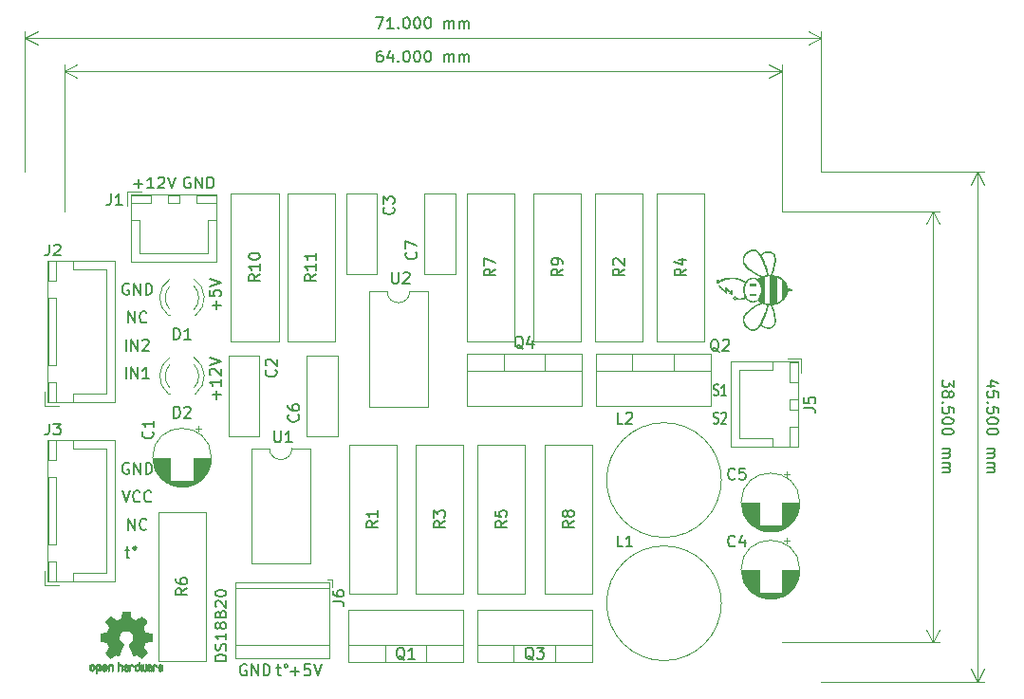
<source format=gbr>
G04 #@! TF.GenerationSoftware,KiCad,Pcbnew,(5.1.7)-1*
G04 #@! TF.CreationDate,2020-10-18T18:55:38+03:00*
G04 #@! TF.ProjectId,peltier,70656c74-6965-4722-9e6b-696361645f70,rev?*
G04 #@! TF.SameCoordinates,Original*
G04 #@! TF.FileFunction,Legend,Top*
G04 #@! TF.FilePolarity,Positive*
%FSLAX46Y46*%
G04 Gerber Fmt 4.6, Leading zero omitted, Abs format (unit mm)*
G04 Created by KiCad (PCBNEW (5.1.7)-1) date 2020-10-18 18:55:38*
%MOMM*%
%LPD*%
G01*
G04 APERTURE LIST*
%ADD10C,0.150000*%
%ADD11C,0.120000*%
%ADD12C,0.010000*%
G04 APERTURE END LIST*
D10*
X138738095Y-71500000D02*
X138642857Y-71452380D01*
X138500000Y-71452380D01*
X138357142Y-71500000D01*
X138261904Y-71595238D01*
X138214285Y-71690476D01*
X138166666Y-71880952D01*
X138166666Y-72023809D01*
X138214285Y-72214285D01*
X138261904Y-72309523D01*
X138357142Y-72404761D01*
X138500000Y-72452380D01*
X138595238Y-72452380D01*
X138738095Y-72404761D01*
X138785714Y-72357142D01*
X138785714Y-72023809D01*
X138595238Y-72023809D01*
X139214285Y-72452380D02*
X139214285Y-71452380D01*
X139785714Y-72452380D01*
X139785714Y-71452380D01*
X140261904Y-72452380D02*
X140261904Y-71452380D01*
X140500000Y-71452380D01*
X140642857Y-71500000D01*
X140738095Y-71595238D01*
X140785714Y-71690476D01*
X140833333Y-71880952D01*
X140833333Y-72023809D01*
X140785714Y-72214285D01*
X140738095Y-72309523D01*
X140642857Y-72404761D01*
X140500000Y-72452380D01*
X140261904Y-72452380D01*
X133738095Y-72071428D02*
X134500000Y-72071428D01*
X134119047Y-72452380D02*
X134119047Y-71690476D01*
X135500000Y-72452380D02*
X134928571Y-72452380D01*
X135214285Y-72452380D02*
X135214285Y-71452380D01*
X135119047Y-71595238D01*
X135023809Y-71690476D01*
X134928571Y-71738095D01*
X135880952Y-71547619D02*
X135928571Y-71500000D01*
X136023809Y-71452380D01*
X136261904Y-71452380D01*
X136357142Y-71500000D01*
X136404761Y-71547619D01*
X136452380Y-71642857D01*
X136452380Y-71738095D01*
X136404761Y-71880952D01*
X135833333Y-72452380D01*
X136452380Y-72452380D01*
X136738095Y-71452380D02*
X137071428Y-72452380D01*
X137404761Y-71452380D01*
X143738095Y-115000000D02*
X143642857Y-114952380D01*
X143500000Y-114952380D01*
X143357142Y-115000000D01*
X143261904Y-115095238D01*
X143214285Y-115190476D01*
X143166666Y-115380952D01*
X143166666Y-115523809D01*
X143214285Y-115714285D01*
X143261904Y-115809523D01*
X143357142Y-115904761D01*
X143500000Y-115952380D01*
X143595238Y-115952380D01*
X143738095Y-115904761D01*
X143785714Y-115857142D01*
X143785714Y-115523809D01*
X143595238Y-115523809D01*
X144214285Y-115952380D02*
X144214285Y-114952380D01*
X144785714Y-115952380D01*
X144785714Y-114952380D01*
X145261904Y-115952380D02*
X145261904Y-114952380D01*
X145500000Y-114952380D01*
X145642857Y-115000000D01*
X145738095Y-115095238D01*
X145785714Y-115190476D01*
X145833333Y-115380952D01*
X145833333Y-115523809D01*
X145785714Y-115714285D01*
X145738095Y-115809523D01*
X145642857Y-115904761D01*
X145500000Y-115952380D01*
X145261904Y-115952380D01*
X146428571Y-115285714D02*
X146809523Y-115285714D01*
X146571428Y-114952380D02*
X146571428Y-115809523D01*
X146619047Y-115904761D01*
X146714285Y-115952380D01*
X146809523Y-115952380D01*
X147285714Y-114952380D02*
X147190476Y-115000000D01*
X147142857Y-115095238D01*
X147190476Y-115190476D01*
X147285714Y-115238095D01*
X147380952Y-115190476D01*
X147428571Y-115095238D01*
X147380952Y-115000000D01*
X147285714Y-114952380D01*
X147714285Y-115571428D02*
X148476190Y-115571428D01*
X148095238Y-115952380D02*
X148095238Y-115190476D01*
X149428571Y-114952380D02*
X148952380Y-114952380D01*
X148904761Y-115428571D01*
X148952380Y-115380952D01*
X149047619Y-115333333D01*
X149285714Y-115333333D01*
X149380952Y-115380952D01*
X149428571Y-115428571D01*
X149476190Y-115523809D01*
X149476190Y-115761904D01*
X149428571Y-115857142D01*
X149380952Y-115904761D01*
X149285714Y-115952380D01*
X149047619Y-115952380D01*
X148952380Y-115904761D01*
X148904761Y-115857142D01*
X149761904Y-114952380D02*
X150095238Y-115952380D01*
X150428571Y-114952380D01*
X206817619Y-89559523D02*
X206817619Y-90178571D01*
X206436666Y-89845238D01*
X206436666Y-89988095D01*
X206389047Y-90083333D01*
X206341428Y-90130952D01*
X206246190Y-90178571D01*
X206008095Y-90178571D01*
X205912857Y-90130952D01*
X205865238Y-90083333D01*
X205817619Y-89988095D01*
X205817619Y-89702380D01*
X205865238Y-89607142D01*
X205912857Y-89559523D01*
X206389047Y-90750000D02*
X206436666Y-90654761D01*
X206484285Y-90607142D01*
X206579523Y-90559523D01*
X206627142Y-90559523D01*
X206722380Y-90607142D01*
X206770000Y-90654761D01*
X206817619Y-90750000D01*
X206817619Y-90940476D01*
X206770000Y-91035714D01*
X206722380Y-91083333D01*
X206627142Y-91130952D01*
X206579523Y-91130952D01*
X206484285Y-91083333D01*
X206436666Y-91035714D01*
X206389047Y-90940476D01*
X206389047Y-90750000D01*
X206341428Y-90654761D01*
X206293809Y-90607142D01*
X206198571Y-90559523D01*
X206008095Y-90559523D01*
X205912857Y-90607142D01*
X205865238Y-90654761D01*
X205817619Y-90750000D01*
X205817619Y-90940476D01*
X205865238Y-91035714D01*
X205912857Y-91083333D01*
X206008095Y-91130952D01*
X206198571Y-91130952D01*
X206293809Y-91083333D01*
X206341428Y-91035714D01*
X206389047Y-90940476D01*
X205912857Y-91559523D02*
X205865238Y-91607142D01*
X205817619Y-91559523D01*
X205865238Y-91511904D01*
X205912857Y-91559523D01*
X205817619Y-91559523D01*
X206817619Y-92511904D02*
X206817619Y-92035714D01*
X206341428Y-91988095D01*
X206389047Y-92035714D01*
X206436666Y-92130952D01*
X206436666Y-92369047D01*
X206389047Y-92464285D01*
X206341428Y-92511904D01*
X206246190Y-92559523D01*
X206008095Y-92559523D01*
X205912857Y-92511904D01*
X205865238Y-92464285D01*
X205817619Y-92369047D01*
X205817619Y-92130952D01*
X205865238Y-92035714D01*
X205912857Y-91988095D01*
X206817619Y-93178571D02*
X206817619Y-93273809D01*
X206770000Y-93369047D01*
X206722380Y-93416666D01*
X206627142Y-93464285D01*
X206436666Y-93511904D01*
X206198571Y-93511904D01*
X206008095Y-93464285D01*
X205912857Y-93416666D01*
X205865238Y-93369047D01*
X205817619Y-93273809D01*
X205817619Y-93178571D01*
X205865238Y-93083333D01*
X205912857Y-93035714D01*
X206008095Y-92988095D01*
X206198571Y-92940476D01*
X206436666Y-92940476D01*
X206627142Y-92988095D01*
X206722380Y-93035714D01*
X206770000Y-93083333D01*
X206817619Y-93178571D01*
X206817619Y-94130952D02*
X206817619Y-94226190D01*
X206770000Y-94321428D01*
X206722380Y-94369047D01*
X206627142Y-94416666D01*
X206436666Y-94464285D01*
X206198571Y-94464285D01*
X206008095Y-94416666D01*
X205912857Y-94369047D01*
X205865238Y-94321428D01*
X205817619Y-94226190D01*
X205817619Y-94130952D01*
X205865238Y-94035714D01*
X205912857Y-93988095D01*
X206008095Y-93940476D01*
X206198571Y-93892857D01*
X206436666Y-93892857D01*
X206627142Y-93940476D01*
X206722380Y-93988095D01*
X206770000Y-94035714D01*
X206817619Y-94130952D01*
X205817619Y-95654761D02*
X206484285Y-95654761D01*
X206389047Y-95654761D02*
X206436666Y-95702380D01*
X206484285Y-95797619D01*
X206484285Y-95940476D01*
X206436666Y-96035714D01*
X206341428Y-96083333D01*
X205817619Y-96083333D01*
X206341428Y-96083333D02*
X206436666Y-96130952D01*
X206484285Y-96226190D01*
X206484285Y-96369047D01*
X206436666Y-96464285D01*
X206341428Y-96511904D01*
X205817619Y-96511904D01*
X205817619Y-96988095D02*
X206484285Y-96988095D01*
X206389047Y-96988095D02*
X206436666Y-97035714D01*
X206484285Y-97130952D01*
X206484285Y-97273809D01*
X206436666Y-97369047D01*
X206341428Y-97416666D01*
X205817619Y-97416666D01*
X206341428Y-97416666D02*
X206436666Y-97464285D01*
X206484285Y-97559523D01*
X206484285Y-97702380D01*
X206436666Y-97797619D01*
X206341428Y-97845238D01*
X205817619Y-97845238D01*
D11*
X205000000Y-74500000D02*
X205000000Y-113000000D01*
X191500000Y-74500000D02*
X205586421Y-74500000D01*
X191500000Y-113000000D02*
X205586421Y-113000000D01*
X205000000Y-113000000D02*
X204413579Y-111873496D01*
X205000000Y-113000000D02*
X205586421Y-111873496D01*
X205000000Y-74500000D02*
X204413579Y-75626504D01*
X205000000Y-74500000D02*
X205586421Y-75626504D01*
D10*
X210484285Y-90083333D02*
X209817619Y-90083333D01*
X210865238Y-89845238D02*
X210150952Y-89607142D01*
X210150952Y-90226190D01*
X210817619Y-91083333D02*
X210817619Y-90607142D01*
X210341428Y-90559523D01*
X210389047Y-90607142D01*
X210436666Y-90702380D01*
X210436666Y-90940476D01*
X210389047Y-91035714D01*
X210341428Y-91083333D01*
X210246190Y-91130952D01*
X210008095Y-91130952D01*
X209912857Y-91083333D01*
X209865238Y-91035714D01*
X209817619Y-90940476D01*
X209817619Y-90702380D01*
X209865238Y-90607142D01*
X209912857Y-90559523D01*
X209912857Y-91559523D02*
X209865238Y-91607142D01*
X209817619Y-91559523D01*
X209865238Y-91511904D01*
X209912857Y-91559523D01*
X209817619Y-91559523D01*
X210817619Y-92511904D02*
X210817619Y-92035714D01*
X210341428Y-91988095D01*
X210389047Y-92035714D01*
X210436666Y-92130952D01*
X210436666Y-92369047D01*
X210389047Y-92464285D01*
X210341428Y-92511904D01*
X210246190Y-92559523D01*
X210008095Y-92559523D01*
X209912857Y-92511904D01*
X209865238Y-92464285D01*
X209817619Y-92369047D01*
X209817619Y-92130952D01*
X209865238Y-92035714D01*
X209912857Y-91988095D01*
X210817619Y-93178571D02*
X210817619Y-93273809D01*
X210770000Y-93369047D01*
X210722380Y-93416666D01*
X210627142Y-93464285D01*
X210436666Y-93511904D01*
X210198571Y-93511904D01*
X210008095Y-93464285D01*
X209912857Y-93416666D01*
X209865238Y-93369047D01*
X209817619Y-93273809D01*
X209817619Y-93178571D01*
X209865238Y-93083333D01*
X209912857Y-93035714D01*
X210008095Y-92988095D01*
X210198571Y-92940476D01*
X210436666Y-92940476D01*
X210627142Y-92988095D01*
X210722380Y-93035714D01*
X210770000Y-93083333D01*
X210817619Y-93178571D01*
X210817619Y-94130952D02*
X210817619Y-94226190D01*
X210770000Y-94321428D01*
X210722380Y-94369047D01*
X210627142Y-94416666D01*
X210436666Y-94464285D01*
X210198571Y-94464285D01*
X210008095Y-94416666D01*
X209912857Y-94369047D01*
X209865238Y-94321428D01*
X209817619Y-94226190D01*
X209817619Y-94130952D01*
X209865238Y-94035714D01*
X209912857Y-93988095D01*
X210008095Y-93940476D01*
X210198571Y-93892857D01*
X210436666Y-93892857D01*
X210627142Y-93940476D01*
X210722380Y-93988095D01*
X210770000Y-94035714D01*
X210817619Y-94130952D01*
X209817619Y-95654761D02*
X210484285Y-95654761D01*
X210389047Y-95654761D02*
X210436666Y-95702380D01*
X210484285Y-95797619D01*
X210484285Y-95940476D01*
X210436666Y-96035714D01*
X210341428Y-96083333D01*
X209817619Y-96083333D01*
X210341428Y-96083333D02*
X210436666Y-96130952D01*
X210484285Y-96226190D01*
X210484285Y-96369047D01*
X210436666Y-96464285D01*
X210341428Y-96511904D01*
X209817619Y-96511904D01*
X209817619Y-96988095D02*
X210484285Y-96988095D01*
X210389047Y-96988095D02*
X210436666Y-97035714D01*
X210484285Y-97130952D01*
X210484285Y-97273809D01*
X210436666Y-97369047D01*
X210341428Y-97416666D01*
X209817619Y-97416666D01*
X210341428Y-97416666D02*
X210436666Y-97464285D01*
X210484285Y-97559523D01*
X210484285Y-97702380D01*
X210436666Y-97797619D01*
X210341428Y-97845238D01*
X209817619Y-97845238D01*
D11*
X209000000Y-71000000D02*
X209000000Y-116500000D01*
X195000000Y-71000000D02*
X209586421Y-71000000D01*
X195000000Y-116500000D02*
X209586421Y-116500000D01*
X209000000Y-116500000D02*
X208413579Y-115373496D01*
X209000000Y-116500000D02*
X209586421Y-115373496D01*
X209000000Y-71000000D02*
X208413579Y-72126504D01*
X209000000Y-71000000D02*
X209586421Y-72126504D01*
D10*
X155833333Y-60182380D02*
X155642857Y-60182380D01*
X155547619Y-60230000D01*
X155500000Y-60277619D01*
X155404761Y-60420476D01*
X155357142Y-60610952D01*
X155357142Y-60991904D01*
X155404761Y-61087142D01*
X155452380Y-61134761D01*
X155547619Y-61182380D01*
X155738095Y-61182380D01*
X155833333Y-61134761D01*
X155880952Y-61087142D01*
X155928571Y-60991904D01*
X155928571Y-60753809D01*
X155880952Y-60658571D01*
X155833333Y-60610952D01*
X155738095Y-60563333D01*
X155547619Y-60563333D01*
X155452380Y-60610952D01*
X155404761Y-60658571D01*
X155357142Y-60753809D01*
X156785714Y-60515714D02*
X156785714Y-61182380D01*
X156547619Y-60134761D02*
X156309523Y-60849047D01*
X156928571Y-60849047D01*
X157309523Y-61087142D02*
X157357142Y-61134761D01*
X157309523Y-61182380D01*
X157261904Y-61134761D01*
X157309523Y-61087142D01*
X157309523Y-61182380D01*
X157976190Y-60182380D02*
X158071428Y-60182380D01*
X158166666Y-60230000D01*
X158214285Y-60277619D01*
X158261904Y-60372857D01*
X158309523Y-60563333D01*
X158309523Y-60801428D01*
X158261904Y-60991904D01*
X158214285Y-61087142D01*
X158166666Y-61134761D01*
X158071428Y-61182380D01*
X157976190Y-61182380D01*
X157880952Y-61134761D01*
X157833333Y-61087142D01*
X157785714Y-60991904D01*
X157738095Y-60801428D01*
X157738095Y-60563333D01*
X157785714Y-60372857D01*
X157833333Y-60277619D01*
X157880952Y-60230000D01*
X157976190Y-60182380D01*
X158928571Y-60182380D02*
X159023809Y-60182380D01*
X159119047Y-60230000D01*
X159166666Y-60277619D01*
X159214285Y-60372857D01*
X159261904Y-60563333D01*
X159261904Y-60801428D01*
X159214285Y-60991904D01*
X159166666Y-61087142D01*
X159119047Y-61134761D01*
X159023809Y-61182380D01*
X158928571Y-61182380D01*
X158833333Y-61134761D01*
X158785714Y-61087142D01*
X158738095Y-60991904D01*
X158690476Y-60801428D01*
X158690476Y-60563333D01*
X158738095Y-60372857D01*
X158785714Y-60277619D01*
X158833333Y-60230000D01*
X158928571Y-60182380D01*
X159880952Y-60182380D02*
X159976190Y-60182380D01*
X160071428Y-60230000D01*
X160119047Y-60277619D01*
X160166666Y-60372857D01*
X160214285Y-60563333D01*
X160214285Y-60801428D01*
X160166666Y-60991904D01*
X160119047Y-61087142D01*
X160071428Y-61134761D01*
X159976190Y-61182380D01*
X159880952Y-61182380D01*
X159785714Y-61134761D01*
X159738095Y-61087142D01*
X159690476Y-60991904D01*
X159642857Y-60801428D01*
X159642857Y-60563333D01*
X159690476Y-60372857D01*
X159738095Y-60277619D01*
X159785714Y-60230000D01*
X159880952Y-60182380D01*
X161404761Y-61182380D02*
X161404761Y-60515714D01*
X161404761Y-60610952D02*
X161452380Y-60563333D01*
X161547619Y-60515714D01*
X161690476Y-60515714D01*
X161785714Y-60563333D01*
X161833333Y-60658571D01*
X161833333Y-61182380D01*
X161833333Y-60658571D02*
X161880952Y-60563333D01*
X161976190Y-60515714D01*
X162119047Y-60515714D01*
X162214285Y-60563333D01*
X162261904Y-60658571D01*
X162261904Y-61182380D01*
X162738095Y-61182380D02*
X162738095Y-60515714D01*
X162738095Y-60610952D02*
X162785714Y-60563333D01*
X162880952Y-60515714D01*
X163023809Y-60515714D01*
X163119047Y-60563333D01*
X163166666Y-60658571D01*
X163166666Y-61182380D01*
X163166666Y-60658571D02*
X163214285Y-60563333D01*
X163309523Y-60515714D01*
X163452380Y-60515714D01*
X163547619Y-60563333D01*
X163595238Y-60658571D01*
X163595238Y-61182380D01*
D11*
X127500000Y-62000000D02*
X191500000Y-62000000D01*
X127500000Y-74500000D02*
X127500000Y-61413579D01*
X191500000Y-74500000D02*
X191500000Y-61413579D01*
X191500000Y-62000000D02*
X190373496Y-62586421D01*
X191500000Y-62000000D02*
X190373496Y-61413579D01*
X127500000Y-62000000D02*
X128626504Y-62586421D01*
X127500000Y-62000000D02*
X128626504Y-61413579D01*
D10*
X155309523Y-57182380D02*
X155976190Y-57182380D01*
X155547619Y-58182380D01*
X156880952Y-58182380D02*
X156309523Y-58182380D01*
X156595238Y-58182380D02*
X156595238Y-57182380D01*
X156500000Y-57325238D01*
X156404761Y-57420476D01*
X156309523Y-57468095D01*
X157309523Y-58087142D02*
X157357142Y-58134761D01*
X157309523Y-58182380D01*
X157261904Y-58134761D01*
X157309523Y-58087142D01*
X157309523Y-58182380D01*
X157976190Y-57182380D02*
X158071428Y-57182380D01*
X158166666Y-57230000D01*
X158214285Y-57277619D01*
X158261904Y-57372857D01*
X158309523Y-57563333D01*
X158309523Y-57801428D01*
X158261904Y-57991904D01*
X158214285Y-58087142D01*
X158166666Y-58134761D01*
X158071428Y-58182380D01*
X157976190Y-58182380D01*
X157880952Y-58134761D01*
X157833333Y-58087142D01*
X157785714Y-57991904D01*
X157738095Y-57801428D01*
X157738095Y-57563333D01*
X157785714Y-57372857D01*
X157833333Y-57277619D01*
X157880952Y-57230000D01*
X157976190Y-57182380D01*
X158928571Y-57182380D02*
X159023809Y-57182380D01*
X159119047Y-57230000D01*
X159166666Y-57277619D01*
X159214285Y-57372857D01*
X159261904Y-57563333D01*
X159261904Y-57801428D01*
X159214285Y-57991904D01*
X159166666Y-58087142D01*
X159119047Y-58134761D01*
X159023809Y-58182380D01*
X158928571Y-58182380D01*
X158833333Y-58134761D01*
X158785714Y-58087142D01*
X158738095Y-57991904D01*
X158690476Y-57801428D01*
X158690476Y-57563333D01*
X158738095Y-57372857D01*
X158785714Y-57277619D01*
X158833333Y-57230000D01*
X158928571Y-57182380D01*
X159880952Y-57182380D02*
X159976190Y-57182380D01*
X160071428Y-57230000D01*
X160119047Y-57277619D01*
X160166666Y-57372857D01*
X160214285Y-57563333D01*
X160214285Y-57801428D01*
X160166666Y-57991904D01*
X160119047Y-58087142D01*
X160071428Y-58134761D01*
X159976190Y-58182380D01*
X159880952Y-58182380D01*
X159785714Y-58134761D01*
X159738095Y-58087142D01*
X159690476Y-57991904D01*
X159642857Y-57801428D01*
X159642857Y-57563333D01*
X159690476Y-57372857D01*
X159738095Y-57277619D01*
X159785714Y-57230000D01*
X159880952Y-57182380D01*
X161404761Y-58182380D02*
X161404761Y-57515714D01*
X161404761Y-57610952D02*
X161452380Y-57563333D01*
X161547619Y-57515714D01*
X161690476Y-57515714D01*
X161785714Y-57563333D01*
X161833333Y-57658571D01*
X161833333Y-58182380D01*
X161833333Y-57658571D02*
X161880952Y-57563333D01*
X161976190Y-57515714D01*
X162119047Y-57515714D01*
X162214285Y-57563333D01*
X162261904Y-57658571D01*
X162261904Y-58182380D01*
X162738095Y-58182380D02*
X162738095Y-57515714D01*
X162738095Y-57610952D02*
X162785714Y-57563333D01*
X162880952Y-57515714D01*
X163023809Y-57515714D01*
X163119047Y-57563333D01*
X163166666Y-57658571D01*
X163166666Y-58182380D01*
X163166666Y-57658571D02*
X163214285Y-57563333D01*
X163309523Y-57515714D01*
X163452380Y-57515714D01*
X163547619Y-57563333D01*
X163595238Y-57658571D01*
X163595238Y-58182380D01*
D11*
X124000000Y-59000000D02*
X195000000Y-59000000D01*
X124000000Y-71000000D02*
X124000000Y-58413579D01*
X195000000Y-71000000D02*
X195000000Y-58413579D01*
X195000000Y-59000000D02*
X193873496Y-59586421D01*
X195000000Y-59000000D02*
X193873496Y-58413579D01*
X124000000Y-59000000D02*
X125126504Y-59586421D01*
X124000000Y-59000000D02*
X125126504Y-58413579D01*
D10*
X141952380Y-114642857D02*
X140952380Y-114642857D01*
X140952380Y-114404761D01*
X141000000Y-114261904D01*
X141095238Y-114166666D01*
X141190476Y-114119047D01*
X141380952Y-114071428D01*
X141523809Y-114071428D01*
X141714285Y-114119047D01*
X141809523Y-114166666D01*
X141904761Y-114261904D01*
X141952380Y-114404761D01*
X141952380Y-114642857D01*
X141904761Y-113690476D02*
X141952380Y-113547619D01*
X141952380Y-113309523D01*
X141904761Y-113214285D01*
X141857142Y-113166666D01*
X141761904Y-113119047D01*
X141666666Y-113119047D01*
X141571428Y-113166666D01*
X141523809Y-113214285D01*
X141476190Y-113309523D01*
X141428571Y-113500000D01*
X141380952Y-113595238D01*
X141333333Y-113642857D01*
X141238095Y-113690476D01*
X141142857Y-113690476D01*
X141047619Y-113642857D01*
X141000000Y-113595238D01*
X140952380Y-113500000D01*
X140952380Y-113261904D01*
X141000000Y-113119047D01*
X141952380Y-112166666D02*
X141952380Y-112738095D01*
X141952380Y-112452380D02*
X140952380Y-112452380D01*
X141095238Y-112547619D01*
X141190476Y-112642857D01*
X141238095Y-112738095D01*
X141380952Y-111595238D02*
X141333333Y-111690476D01*
X141285714Y-111738095D01*
X141190476Y-111785714D01*
X141142857Y-111785714D01*
X141047619Y-111738095D01*
X141000000Y-111690476D01*
X140952380Y-111595238D01*
X140952380Y-111404761D01*
X141000000Y-111309523D01*
X141047619Y-111261904D01*
X141142857Y-111214285D01*
X141190476Y-111214285D01*
X141285714Y-111261904D01*
X141333333Y-111309523D01*
X141380952Y-111404761D01*
X141380952Y-111595238D01*
X141428571Y-111690476D01*
X141476190Y-111738095D01*
X141571428Y-111785714D01*
X141761904Y-111785714D01*
X141857142Y-111738095D01*
X141904761Y-111690476D01*
X141952380Y-111595238D01*
X141952380Y-111404761D01*
X141904761Y-111309523D01*
X141857142Y-111261904D01*
X141761904Y-111214285D01*
X141571428Y-111214285D01*
X141476190Y-111261904D01*
X141428571Y-111309523D01*
X141380952Y-111404761D01*
X141428571Y-110452380D02*
X141476190Y-110309523D01*
X141523809Y-110261904D01*
X141619047Y-110214285D01*
X141761904Y-110214285D01*
X141857142Y-110261904D01*
X141904761Y-110309523D01*
X141952380Y-110404761D01*
X141952380Y-110785714D01*
X140952380Y-110785714D01*
X140952380Y-110452380D01*
X141000000Y-110357142D01*
X141047619Y-110309523D01*
X141142857Y-110261904D01*
X141238095Y-110261904D01*
X141333333Y-110309523D01*
X141380952Y-110357142D01*
X141428571Y-110452380D01*
X141428571Y-110785714D01*
X141047619Y-109833333D02*
X141000000Y-109785714D01*
X140952380Y-109690476D01*
X140952380Y-109452380D01*
X141000000Y-109357142D01*
X141047619Y-109309523D01*
X141142857Y-109261904D01*
X141238095Y-109261904D01*
X141380952Y-109309523D01*
X141952380Y-109880952D01*
X141952380Y-109261904D01*
X140952380Y-108642857D02*
X140952380Y-108547619D01*
X141000000Y-108452380D01*
X141047619Y-108404761D01*
X141142857Y-108357142D01*
X141333333Y-108309523D01*
X141571428Y-108309523D01*
X141761904Y-108357142D01*
X141857142Y-108404761D01*
X141904761Y-108452380D01*
X141952380Y-108547619D01*
X141952380Y-108642857D01*
X141904761Y-108738095D01*
X141857142Y-108785714D01*
X141761904Y-108833333D01*
X141571428Y-108880952D01*
X141333333Y-108880952D01*
X141142857Y-108833333D01*
X141047619Y-108785714D01*
X141000000Y-108738095D01*
X140952380Y-108642857D01*
X185428571Y-90904761D02*
X185535714Y-90952380D01*
X185714285Y-90952380D01*
X185785714Y-90904761D01*
X185821428Y-90857142D01*
X185857142Y-90761904D01*
X185857142Y-90666666D01*
X185821428Y-90571428D01*
X185785714Y-90523809D01*
X185714285Y-90476190D01*
X185571428Y-90428571D01*
X185500000Y-90380952D01*
X185464285Y-90333333D01*
X185428571Y-90238095D01*
X185428571Y-90142857D01*
X185464285Y-90047619D01*
X185500000Y-90000000D01*
X185571428Y-89952380D01*
X185750000Y-89952380D01*
X185857142Y-90000000D01*
X186571428Y-90952380D02*
X186142857Y-90952380D01*
X186357142Y-90952380D02*
X186357142Y-89952380D01*
X186285714Y-90095238D01*
X186214285Y-90190476D01*
X186142857Y-90238095D01*
X185428571Y-93404761D02*
X185535714Y-93452380D01*
X185714285Y-93452380D01*
X185785714Y-93404761D01*
X185821428Y-93357142D01*
X185857142Y-93261904D01*
X185857142Y-93166666D01*
X185821428Y-93071428D01*
X185785714Y-93023809D01*
X185714285Y-92976190D01*
X185571428Y-92928571D01*
X185500000Y-92880952D01*
X185464285Y-92833333D01*
X185428571Y-92738095D01*
X185428571Y-92642857D01*
X185464285Y-92547619D01*
X185500000Y-92500000D01*
X185571428Y-92452380D01*
X185750000Y-92452380D01*
X185857142Y-92500000D01*
X186142857Y-92547619D02*
X186178571Y-92500000D01*
X186250000Y-92452380D01*
X186428571Y-92452380D01*
X186500000Y-92500000D01*
X186535714Y-92547619D01*
X186571428Y-92642857D01*
X186571428Y-92738095D01*
X186535714Y-92880952D01*
X186107142Y-93452380D01*
X186571428Y-93452380D01*
X132928571Y-104785714D02*
X133309523Y-104785714D01*
X133071428Y-104452380D02*
X133071428Y-105309523D01*
X133119047Y-105404761D01*
X133214285Y-105452380D01*
X133309523Y-105452380D01*
X133785714Y-104452380D02*
X133690476Y-104500000D01*
X133642857Y-104595238D01*
X133690476Y-104690476D01*
X133785714Y-104738095D01*
X133880952Y-104690476D01*
X133928571Y-104595238D01*
X133880952Y-104500000D01*
X133785714Y-104452380D01*
X133214285Y-102952380D02*
X133214285Y-101952380D01*
X133785714Y-102952380D01*
X133785714Y-101952380D01*
X134833333Y-102857142D02*
X134785714Y-102904761D01*
X134642857Y-102952380D01*
X134547619Y-102952380D01*
X134404761Y-102904761D01*
X134309523Y-102809523D01*
X134261904Y-102714285D01*
X134214285Y-102523809D01*
X134214285Y-102380952D01*
X134261904Y-102190476D01*
X134309523Y-102095238D01*
X134404761Y-102000000D01*
X134547619Y-101952380D01*
X134642857Y-101952380D01*
X134785714Y-102000000D01*
X134833333Y-102047619D01*
X133238095Y-97000000D02*
X133142857Y-96952380D01*
X133000000Y-96952380D01*
X132857142Y-97000000D01*
X132761904Y-97095238D01*
X132714285Y-97190476D01*
X132666666Y-97380952D01*
X132666666Y-97523809D01*
X132714285Y-97714285D01*
X132761904Y-97809523D01*
X132857142Y-97904761D01*
X133000000Y-97952380D01*
X133095238Y-97952380D01*
X133238095Y-97904761D01*
X133285714Y-97857142D01*
X133285714Y-97523809D01*
X133095238Y-97523809D01*
X133714285Y-97952380D02*
X133714285Y-96952380D01*
X134285714Y-97952380D01*
X134285714Y-96952380D01*
X134761904Y-97952380D02*
X134761904Y-96952380D01*
X135000000Y-96952380D01*
X135142857Y-97000000D01*
X135238095Y-97095238D01*
X135285714Y-97190476D01*
X135333333Y-97380952D01*
X135333333Y-97523809D01*
X135285714Y-97714285D01*
X135238095Y-97809523D01*
X135142857Y-97904761D01*
X135000000Y-97952380D01*
X134761904Y-97952380D01*
X133214285Y-84452380D02*
X133214285Y-83452380D01*
X133785714Y-84452380D01*
X133785714Y-83452380D01*
X134833333Y-84357142D02*
X134785714Y-84404761D01*
X134642857Y-84452380D01*
X134547619Y-84452380D01*
X134404761Y-84404761D01*
X134309523Y-84309523D01*
X134261904Y-84214285D01*
X134214285Y-84023809D01*
X134214285Y-83880952D01*
X134261904Y-83690476D01*
X134309523Y-83595238D01*
X134404761Y-83500000D01*
X134547619Y-83452380D01*
X134642857Y-83452380D01*
X134785714Y-83500000D01*
X134833333Y-83547619D01*
X133238095Y-81000000D02*
X133142857Y-80952380D01*
X133000000Y-80952380D01*
X132857142Y-81000000D01*
X132761904Y-81095238D01*
X132714285Y-81190476D01*
X132666666Y-81380952D01*
X132666666Y-81523809D01*
X132714285Y-81714285D01*
X132761904Y-81809523D01*
X132857142Y-81904761D01*
X133000000Y-81952380D01*
X133095238Y-81952380D01*
X133238095Y-81904761D01*
X133285714Y-81857142D01*
X133285714Y-81523809D01*
X133095238Y-81523809D01*
X133714285Y-81952380D02*
X133714285Y-80952380D01*
X134285714Y-81952380D01*
X134285714Y-80952380D01*
X134761904Y-81952380D02*
X134761904Y-80952380D01*
X135000000Y-80952380D01*
X135142857Y-81000000D01*
X135238095Y-81095238D01*
X135285714Y-81190476D01*
X135333333Y-81380952D01*
X135333333Y-81523809D01*
X135285714Y-81714285D01*
X135238095Y-81809523D01*
X135142857Y-81904761D01*
X135000000Y-81952380D01*
X134761904Y-81952380D01*
X133000000Y-89452380D02*
X133000000Y-88452380D01*
X133476190Y-89452380D02*
X133476190Y-88452380D01*
X134047619Y-89452380D01*
X134047619Y-88452380D01*
X135047619Y-89452380D02*
X134476190Y-89452380D01*
X134761904Y-89452380D02*
X134761904Y-88452380D01*
X134666666Y-88595238D01*
X134571428Y-88690476D01*
X134476190Y-88738095D01*
X132666666Y-99452380D02*
X133000000Y-100452380D01*
X133333333Y-99452380D01*
X134238095Y-100357142D02*
X134190476Y-100404761D01*
X134047619Y-100452380D01*
X133952380Y-100452380D01*
X133809523Y-100404761D01*
X133714285Y-100309523D01*
X133666666Y-100214285D01*
X133619047Y-100023809D01*
X133619047Y-99880952D01*
X133666666Y-99690476D01*
X133714285Y-99595238D01*
X133809523Y-99500000D01*
X133952380Y-99452380D01*
X134047619Y-99452380D01*
X134190476Y-99500000D01*
X134238095Y-99547619D01*
X135238095Y-100357142D02*
X135190476Y-100404761D01*
X135047619Y-100452380D01*
X134952380Y-100452380D01*
X134809523Y-100404761D01*
X134714285Y-100309523D01*
X134666666Y-100214285D01*
X134619047Y-100023809D01*
X134619047Y-99880952D01*
X134666666Y-99690476D01*
X134714285Y-99595238D01*
X134809523Y-99500000D01*
X134952380Y-99452380D01*
X135047619Y-99452380D01*
X135190476Y-99500000D01*
X135238095Y-99547619D01*
X133000000Y-86952380D02*
X133000000Y-85952380D01*
X133476190Y-86952380D02*
X133476190Y-85952380D01*
X134047619Y-86952380D01*
X134047619Y-85952380D01*
X134476190Y-86047619D02*
X134523809Y-86000000D01*
X134619047Y-85952380D01*
X134857142Y-85952380D01*
X134952380Y-86000000D01*
X135000000Y-86047619D01*
X135047619Y-86142857D01*
X135047619Y-86238095D01*
X135000000Y-86380952D01*
X134428571Y-86952380D01*
X135047619Y-86952380D01*
X141071428Y-91261904D02*
X141071428Y-90500000D01*
X141452380Y-90880952D02*
X140690476Y-90880952D01*
X141452380Y-89500000D02*
X141452380Y-90071428D01*
X141452380Y-89785714D02*
X140452380Y-89785714D01*
X140595238Y-89880952D01*
X140690476Y-89976190D01*
X140738095Y-90071428D01*
X140547619Y-89119047D02*
X140500000Y-89071428D01*
X140452380Y-88976190D01*
X140452380Y-88738095D01*
X140500000Y-88642857D01*
X140547619Y-88595238D01*
X140642857Y-88547619D01*
X140738095Y-88547619D01*
X140880952Y-88595238D01*
X141452380Y-89166666D01*
X141452380Y-88547619D01*
X140452380Y-88261904D02*
X141452380Y-87928571D01*
X140452380Y-87595238D01*
X141071428Y-83285714D02*
X141071428Y-82523809D01*
X141452380Y-82904761D02*
X140690476Y-82904761D01*
X140452380Y-81571428D02*
X140452380Y-82047619D01*
X140928571Y-82095238D01*
X140880952Y-82047619D01*
X140833333Y-81952380D01*
X140833333Y-81714285D01*
X140880952Y-81619047D01*
X140928571Y-81571428D01*
X141023809Y-81523809D01*
X141261904Y-81523809D01*
X141357142Y-81571428D01*
X141404761Y-81619047D01*
X141452380Y-81714285D01*
X141452380Y-81952380D01*
X141404761Y-82047619D01*
X141357142Y-82095238D01*
X140452380Y-81238095D02*
X141452380Y-80904761D01*
X140452380Y-80571428D01*
D12*
G36*
X130599744Y-114919918D02*
G01*
X130655201Y-114947568D01*
X130704148Y-114998480D01*
X130717629Y-115017338D01*
X130732314Y-115042015D01*
X130741842Y-115068816D01*
X130747293Y-115104587D01*
X130749747Y-115156169D01*
X130750286Y-115224267D01*
X130747852Y-115317588D01*
X130739394Y-115387657D01*
X130723174Y-115439931D01*
X130697454Y-115479869D01*
X130660497Y-115512929D01*
X130657782Y-115514886D01*
X130621360Y-115534908D01*
X130577502Y-115544815D01*
X130521724Y-115547257D01*
X130431048Y-115547257D01*
X130431010Y-115635283D01*
X130430166Y-115684308D01*
X130425024Y-115713065D01*
X130411587Y-115730311D01*
X130385858Y-115744808D01*
X130379679Y-115747769D01*
X130350764Y-115761648D01*
X130328376Y-115770414D01*
X130311729Y-115771171D01*
X130300036Y-115761023D01*
X130292510Y-115737073D01*
X130288366Y-115696426D01*
X130286815Y-115636186D01*
X130287071Y-115553455D01*
X130288349Y-115445339D01*
X130288748Y-115413000D01*
X130290185Y-115301524D01*
X130291472Y-115228603D01*
X130430971Y-115228603D01*
X130431755Y-115290499D01*
X130435240Y-115330997D01*
X130443124Y-115357708D01*
X130457105Y-115378244D01*
X130466597Y-115388260D01*
X130505404Y-115417567D01*
X130539763Y-115419952D01*
X130575216Y-115395750D01*
X130576114Y-115394857D01*
X130590539Y-115376153D01*
X130599313Y-115350732D01*
X130603739Y-115311584D01*
X130605118Y-115251697D01*
X130605143Y-115238430D01*
X130601812Y-115155901D01*
X130590969Y-115098691D01*
X130571340Y-115063766D01*
X130541650Y-115048094D01*
X130524491Y-115046514D01*
X130483766Y-115053926D01*
X130455832Y-115078330D01*
X130439017Y-115122980D01*
X130431650Y-115191130D01*
X130430971Y-115228603D01*
X130291472Y-115228603D01*
X130291708Y-115215245D01*
X130293677Y-115150333D01*
X130296450Y-115102958D01*
X130300388Y-115069290D01*
X130305849Y-115045498D01*
X130313192Y-115027753D01*
X130322777Y-115012224D01*
X130326887Y-115006381D01*
X130381405Y-114951185D01*
X130450336Y-114919890D01*
X130530072Y-114911165D01*
X130599744Y-114919918D01*
G37*
X130599744Y-114919918D02*
X130655201Y-114947568D01*
X130704148Y-114998480D01*
X130717629Y-115017338D01*
X130732314Y-115042015D01*
X130741842Y-115068816D01*
X130747293Y-115104587D01*
X130749747Y-115156169D01*
X130750286Y-115224267D01*
X130747852Y-115317588D01*
X130739394Y-115387657D01*
X130723174Y-115439931D01*
X130697454Y-115479869D01*
X130660497Y-115512929D01*
X130657782Y-115514886D01*
X130621360Y-115534908D01*
X130577502Y-115544815D01*
X130521724Y-115547257D01*
X130431048Y-115547257D01*
X130431010Y-115635283D01*
X130430166Y-115684308D01*
X130425024Y-115713065D01*
X130411587Y-115730311D01*
X130385858Y-115744808D01*
X130379679Y-115747769D01*
X130350764Y-115761648D01*
X130328376Y-115770414D01*
X130311729Y-115771171D01*
X130300036Y-115761023D01*
X130292510Y-115737073D01*
X130288366Y-115696426D01*
X130286815Y-115636186D01*
X130287071Y-115553455D01*
X130288349Y-115445339D01*
X130288748Y-115413000D01*
X130290185Y-115301524D01*
X130291472Y-115228603D01*
X130430971Y-115228603D01*
X130431755Y-115290499D01*
X130435240Y-115330997D01*
X130443124Y-115357708D01*
X130457105Y-115378244D01*
X130466597Y-115388260D01*
X130505404Y-115417567D01*
X130539763Y-115419952D01*
X130575216Y-115395750D01*
X130576114Y-115394857D01*
X130590539Y-115376153D01*
X130599313Y-115350732D01*
X130603739Y-115311584D01*
X130605118Y-115251697D01*
X130605143Y-115238430D01*
X130601812Y-115155901D01*
X130590969Y-115098691D01*
X130571340Y-115063766D01*
X130541650Y-115048094D01*
X130524491Y-115046514D01*
X130483766Y-115053926D01*
X130455832Y-115078330D01*
X130439017Y-115122980D01*
X130431650Y-115191130D01*
X130430971Y-115228603D01*
X130291472Y-115228603D01*
X130291708Y-115215245D01*
X130293677Y-115150333D01*
X130296450Y-115102958D01*
X130300388Y-115069290D01*
X130305849Y-115045498D01*
X130313192Y-115027753D01*
X130322777Y-115012224D01*
X130326887Y-115006381D01*
X130381405Y-114951185D01*
X130450336Y-114919890D01*
X130530072Y-114911165D01*
X130599744Y-114919918D01*
G36*
X131716093Y-114927780D02*
G01*
X131762672Y-114954723D01*
X131795057Y-114981466D01*
X131818742Y-115009484D01*
X131835059Y-115043748D01*
X131845339Y-115089227D01*
X131850914Y-115150892D01*
X131853116Y-115233711D01*
X131853371Y-115293246D01*
X131853371Y-115512391D01*
X131791686Y-115540044D01*
X131730000Y-115567697D01*
X131722743Y-115327670D01*
X131719744Y-115238028D01*
X131716598Y-115172962D01*
X131712701Y-115128026D01*
X131707447Y-115098770D01*
X131700231Y-115080748D01*
X131690450Y-115069511D01*
X131687312Y-115067079D01*
X131639761Y-115048083D01*
X131591697Y-115055600D01*
X131563086Y-115075543D01*
X131551447Y-115089675D01*
X131543391Y-115108220D01*
X131538271Y-115136334D01*
X131535441Y-115179173D01*
X131534256Y-115241895D01*
X131534057Y-115307261D01*
X131534018Y-115389268D01*
X131532614Y-115447316D01*
X131527914Y-115486465D01*
X131517987Y-115511780D01*
X131500903Y-115528323D01*
X131474732Y-115541156D01*
X131439775Y-115554491D01*
X131401596Y-115569007D01*
X131406141Y-115311389D01*
X131407971Y-115218519D01*
X131410112Y-115149889D01*
X131413181Y-115100711D01*
X131417794Y-115066198D01*
X131424568Y-115041562D01*
X131434119Y-115022016D01*
X131445634Y-115004770D01*
X131501190Y-114949680D01*
X131568980Y-114917822D01*
X131642713Y-114910191D01*
X131716093Y-114927780D01*
G37*
X131716093Y-114927780D02*
X131762672Y-114954723D01*
X131795057Y-114981466D01*
X131818742Y-115009484D01*
X131835059Y-115043748D01*
X131845339Y-115089227D01*
X131850914Y-115150892D01*
X131853116Y-115233711D01*
X131853371Y-115293246D01*
X131853371Y-115512391D01*
X131791686Y-115540044D01*
X131730000Y-115567697D01*
X131722743Y-115327670D01*
X131719744Y-115238028D01*
X131716598Y-115172962D01*
X131712701Y-115128026D01*
X131707447Y-115098770D01*
X131700231Y-115080748D01*
X131690450Y-115069511D01*
X131687312Y-115067079D01*
X131639761Y-115048083D01*
X131591697Y-115055600D01*
X131563086Y-115075543D01*
X131551447Y-115089675D01*
X131543391Y-115108220D01*
X131538271Y-115136334D01*
X131535441Y-115179173D01*
X131534256Y-115241895D01*
X131534057Y-115307261D01*
X131534018Y-115389268D01*
X131532614Y-115447316D01*
X131527914Y-115486465D01*
X131517987Y-115511780D01*
X131500903Y-115528323D01*
X131474732Y-115541156D01*
X131439775Y-115554491D01*
X131401596Y-115569007D01*
X131406141Y-115311389D01*
X131407971Y-115218519D01*
X131410112Y-115149889D01*
X131413181Y-115100711D01*
X131417794Y-115066198D01*
X131424568Y-115041562D01*
X131434119Y-115022016D01*
X131445634Y-115004770D01*
X131501190Y-114949680D01*
X131568980Y-114917822D01*
X131642713Y-114910191D01*
X131716093Y-114927780D01*
G36*
X130041115Y-114921962D02*
G01*
X130109145Y-114957733D01*
X130159351Y-115015301D01*
X130177185Y-115052312D01*
X130191063Y-115107882D01*
X130198167Y-115178096D01*
X130198840Y-115254727D01*
X130193427Y-115329552D01*
X130182270Y-115394342D01*
X130165714Y-115440873D01*
X130160626Y-115448887D01*
X130100355Y-115508707D01*
X130028769Y-115544535D01*
X129951092Y-115555020D01*
X129872548Y-115538810D01*
X129850689Y-115529092D01*
X129808122Y-115499143D01*
X129770763Y-115459433D01*
X129767232Y-115454397D01*
X129752881Y-115430124D01*
X129743394Y-115404178D01*
X129737790Y-115370022D01*
X129735086Y-115321119D01*
X129734299Y-115250935D01*
X129734286Y-115235200D01*
X129734322Y-115230192D01*
X129879429Y-115230192D01*
X129880273Y-115296430D01*
X129883596Y-115340386D01*
X129890583Y-115368779D01*
X129902416Y-115388325D01*
X129908457Y-115394857D01*
X129943186Y-115419680D01*
X129976903Y-115418548D01*
X130010995Y-115397016D01*
X130031329Y-115374029D01*
X130043371Y-115340478D01*
X130050134Y-115287569D01*
X130050598Y-115281399D01*
X130051752Y-115185513D01*
X130039688Y-115114299D01*
X130014570Y-115068194D01*
X129976560Y-115047635D01*
X129962992Y-115046514D01*
X129927364Y-115052152D01*
X129902994Y-115071686D01*
X129888093Y-115109042D01*
X129880875Y-115168150D01*
X129879429Y-115230192D01*
X129734322Y-115230192D01*
X129734826Y-115160413D01*
X129737096Y-115108159D01*
X129742068Y-115071949D01*
X129750713Y-115045299D01*
X129764005Y-115021722D01*
X129766943Y-115017338D01*
X129816313Y-114958249D01*
X129870109Y-114923947D01*
X129935602Y-114910331D01*
X129957842Y-114909665D01*
X130041115Y-114921962D01*
G37*
X130041115Y-114921962D02*
X130109145Y-114957733D01*
X130159351Y-115015301D01*
X130177185Y-115052312D01*
X130191063Y-115107882D01*
X130198167Y-115178096D01*
X130198840Y-115254727D01*
X130193427Y-115329552D01*
X130182270Y-115394342D01*
X130165714Y-115440873D01*
X130160626Y-115448887D01*
X130100355Y-115508707D01*
X130028769Y-115544535D01*
X129951092Y-115555020D01*
X129872548Y-115538810D01*
X129850689Y-115529092D01*
X129808122Y-115499143D01*
X129770763Y-115459433D01*
X129767232Y-115454397D01*
X129752881Y-115430124D01*
X129743394Y-115404178D01*
X129737790Y-115370022D01*
X129735086Y-115321119D01*
X129734299Y-115250935D01*
X129734286Y-115235200D01*
X129734322Y-115230192D01*
X129879429Y-115230192D01*
X129880273Y-115296430D01*
X129883596Y-115340386D01*
X129890583Y-115368779D01*
X129902416Y-115388325D01*
X129908457Y-115394857D01*
X129943186Y-115419680D01*
X129976903Y-115418548D01*
X130010995Y-115397016D01*
X130031329Y-115374029D01*
X130043371Y-115340478D01*
X130050134Y-115287569D01*
X130050598Y-115281399D01*
X130051752Y-115185513D01*
X130039688Y-115114299D01*
X130014570Y-115068194D01*
X129976560Y-115047635D01*
X129962992Y-115046514D01*
X129927364Y-115052152D01*
X129902994Y-115071686D01*
X129888093Y-115109042D01*
X129880875Y-115168150D01*
X129879429Y-115230192D01*
X129734322Y-115230192D01*
X129734826Y-115160413D01*
X129737096Y-115108159D01*
X129742068Y-115071949D01*
X129750713Y-115045299D01*
X129764005Y-115021722D01*
X129766943Y-115017338D01*
X129816313Y-114958249D01*
X129870109Y-114923947D01*
X129935602Y-114910331D01*
X129957842Y-114909665D01*
X130041115Y-114921962D01*
G36*
X131168303Y-114931239D02*
G01*
X131225527Y-114969735D01*
X131269749Y-115025335D01*
X131296167Y-115096086D01*
X131301510Y-115148162D01*
X131300903Y-115169893D01*
X131295822Y-115186531D01*
X131281855Y-115201437D01*
X131254589Y-115217973D01*
X131209612Y-115239498D01*
X131142511Y-115269374D01*
X131142171Y-115269524D01*
X131080407Y-115297813D01*
X131029759Y-115322933D01*
X130995404Y-115342179D01*
X130982518Y-115352848D01*
X130982514Y-115352934D01*
X130993872Y-115376166D01*
X131020431Y-115401774D01*
X131050923Y-115420221D01*
X131066370Y-115423886D01*
X131108515Y-115411212D01*
X131144808Y-115379471D01*
X131162517Y-115344572D01*
X131179552Y-115318845D01*
X131212922Y-115289546D01*
X131252149Y-115264235D01*
X131286756Y-115250471D01*
X131293993Y-115249714D01*
X131302139Y-115262160D01*
X131302630Y-115293972D01*
X131296643Y-115336866D01*
X131285357Y-115382558D01*
X131269950Y-115422761D01*
X131269171Y-115424322D01*
X131222804Y-115489062D01*
X131162711Y-115533097D01*
X131094465Y-115554711D01*
X131023638Y-115552185D01*
X130955804Y-115523804D01*
X130952788Y-115521808D01*
X130899427Y-115473448D01*
X130864340Y-115410352D01*
X130844922Y-115327387D01*
X130842316Y-115304078D01*
X130837701Y-115194055D01*
X130843233Y-115142748D01*
X130982514Y-115142748D01*
X130984324Y-115174753D01*
X130994222Y-115184093D01*
X131018898Y-115177105D01*
X131057795Y-115160587D01*
X131101275Y-115139881D01*
X131102356Y-115139333D01*
X131139209Y-115119949D01*
X131154000Y-115107013D01*
X131150353Y-115093451D01*
X131134995Y-115075632D01*
X131095923Y-115049845D01*
X131053846Y-115047950D01*
X131016103Y-115066717D01*
X130990034Y-115102915D01*
X130982514Y-115142748D01*
X130843233Y-115142748D01*
X130847194Y-115106027D01*
X130871550Y-115036212D01*
X130905456Y-114987302D01*
X130966653Y-114937878D01*
X131034063Y-114913359D01*
X131102880Y-114911797D01*
X131168303Y-114931239D01*
G37*
X131168303Y-114931239D02*
X131225527Y-114969735D01*
X131269749Y-115025335D01*
X131296167Y-115096086D01*
X131301510Y-115148162D01*
X131300903Y-115169893D01*
X131295822Y-115186531D01*
X131281855Y-115201437D01*
X131254589Y-115217973D01*
X131209612Y-115239498D01*
X131142511Y-115269374D01*
X131142171Y-115269524D01*
X131080407Y-115297813D01*
X131029759Y-115322933D01*
X130995404Y-115342179D01*
X130982518Y-115352848D01*
X130982514Y-115352934D01*
X130993872Y-115376166D01*
X131020431Y-115401774D01*
X131050923Y-115420221D01*
X131066370Y-115423886D01*
X131108515Y-115411212D01*
X131144808Y-115379471D01*
X131162517Y-115344572D01*
X131179552Y-115318845D01*
X131212922Y-115289546D01*
X131252149Y-115264235D01*
X131286756Y-115250471D01*
X131293993Y-115249714D01*
X131302139Y-115262160D01*
X131302630Y-115293972D01*
X131296643Y-115336866D01*
X131285357Y-115382558D01*
X131269950Y-115422761D01*
X131269171Y-115424322D01*
X131222804Y-115489062D01*
X131162711Y-115533097D01*
X131094465Y-115554711D01*
X131023638Y-115552185D01*
X130955804Y-115523804D01*
X130952788Y-115521808D01*
X130899427Y-115473448D01*
X130864340Y-115410352D01*
X130844922Y-115327387D01*
X130842316Y-115304078D01*
X130837701Y-115194055D01*
X130843233Y-115142748D01*
X130982514Y-115142748D01*
X130984324Y-115174753D01*
X130994222Y-115184093D01*
X131018898Y-115177105D01*
X131057795Y-115160587D01*
X131101275Y-115139881D01*
X131102356Y-115139333D01*
X131139209Y-115119949D01*
X131154000Y-115107013D01*
X131150353Y-115093451D01*
X131134995Y-115075632D01*
X131095923Y-115049845D01*
X131053846Y-115047950D01*
X131016103Y-115066717D01*
X130990034Y-115102915D01*
X130982514Y-115142748D01*
X130843233Y-115142748D01*
X130847194Y-115106027D01*
X130871550Y-115036212D01*
X130905456Y-114987302D01*
X130966653Y-114937878D01*
X131034063Y-114913359D01*
X131102880Y-114911797D01*
X131168303Y-114931239D01*
G36*
X132375886Y-114851289D02*
G01*
X132380139Y-114910613D01*
X132385025Y-114945572D01*
X132391795Y-114960820D01*
X132401702Y-114961015D01*
X132404914Y-114959195D01*
X132447644Y-114946015D01*
X132503227Y-114946785D01*
X132559737Y-114960333D01*
X132595082Y-114977861D01*
X132631321Y-115005861D01*
X132657813Y-115037549D01*
X132675999Y-115077813D01*
X132687322Y-115131543D01*
X132693222Y-115203626D01*
X132695143Y-115298951D01*
X132695177Y-115317237D01*
X132695200Y-115522646D01*
X132649491Y-115538580D01*
X132617027Y-115549420D01*
X132599215Y-115554468D01*
X132598691Y-115554514D01*
X132596937Y-115540828D01*
X132595444Y-115503076D01*
X132594326Y-115446224D01*
X132593697Y-115375234D01*
X132593600Y-115332073D01*
X132593398Y-115246973D01*
X132592358Y-115185981D01*
X132589831Y-115144177D01*
X132585164Y-115116642D01*
X132577707Y-115098456D01*
X132566811Y-115084698D01*
X132560007Y-115078073D01*
X132513272Y-115051375D01*
X132462272Y-115049375D01*
X132416001Y-115071955D01*
X132407444Y-115080107D01*
X132394893Y-115095436D01*
X132386188Y-115113618D01*
X132380631Y-115139909D01*
X132377526Y-115179562D01*
X132376176Y-115237832D01*
X132375886Y-115318173D01*
X132375886Y-115522646D01*
X132330177Y-115538580D01*
X132297713Y-115549420D01*
X132279901Y-115554468D01*
X132279377Y-115554514D01*
X132278037Y-115540623D01*
X132276828Y-115501439D01*
X132275801Y-115440700D01*
X132275002Y-115362141D01*
X132274481Y-115269498D01*
X132274286Y-115166509D01*
X132274286Y-114769342D01*
X132321457Y-114749444D01*
X132368629Y-114729547D01*
X132375886Y-114851289D01*
G37*
X132375886Y-114851289D02*
X132380139Y-114910613D01*
X132385025Y-114945572D01*
X132391795Y-114960820D01*
X132401702Y-114961015D01*
X132404914Y-114959195D01*
X132447644Y-114946015D01*
X132503227Y-114946785D01*
X132559737Y-114960333D01*
X132595082Y-114977861D01*
X132631321Y-115005861D01*
X132657813Y-115037549D01*
X132675999Y-115077813D01*
X132687322Y-115131543D01*
X132693222Y-115203626D01*
X132695143Y-115298951D01*
X132695177Y-115317237D01*
X132695200Y-115522646D01*
X132649491Y-115538580D01*
X132617027Y-115549420D01*
X132599215Y-115554468D01*
X132598691Y-115554514D01*
X132596937Y-115540828D01*
X132595444Y-115503076D01*
X132594326Y-115446224D01*
X132593697Y-115375234D01*
X132593600Y-115332073D01*
X132593398Y-115246973D01*
X132592358Y-115185981D01*
X132589831Y-115144177D01*
X132585164Y-115116642D01*
X132577707Y-115098456D01*
X132566811Y-115084698D01*
X132560007Y-115078073D01*
X132513272Y-115051375D01*
X132462272Y-115049375D01*
X132416001Y-115071955D01*
X132407444Y-115080107D01*
X132394893Y-115095436D01*
X132386188Y-115113618D01*
X132380631Y-115139909D01*
X132377526Y-115179562D01*
X132376176Y-115237832D01*
X132375886Y-115318173D01*
X132375886Y-115522646D01*
X132330177Y-115538580D01*
X132297713Y-115549420D01*
X132279901Y-115554468D01*
X132279377Y-115554514D01*
X132278037Y-115540623D01*
X132276828Y-115501439D01*
X132275801Y-115440700D01*
X132275002Y-115362141D01*
X132274481Y-115269498D01*
X132274286Y-115166509D01*
X132274286Y-114769342D01*
X132321457Y-114749444D01*
X132368629Y-114729547D01*
X132375886Y-114851289D01*
G36*
X133039744Y-114950968D02*
G01*
X133096616Y-114972087D01*
X133097267Y-114972493D01*
X133132440Y-114998380D01*
X133158407Y-115028633D01*
X133176670Y-115068058D01*
X133188732Y-115121462D01*
X133196096Y-115193651D01*
X133200264Y-115289432D01*
X133200629Y-115303078D01*
X133205876Y-115508842D01*
X133161716Y-115531678D01*
X133129763Y-115547110D01*
X133110470Y-115554423D01*
X133109578Y-115554514D01*
X133106239Y-115541022D01*
X133103587Y-115504626D01*
X133101956Y-115451452D01*
X133101600Y-115408393D01*
X133101592Y-115338641D01*
X133098403Y-115294837D01*
X133087288Y-115273944D01*
X133063501Y-115272925D01*
X133022296Y-115288741D01*
X132960086Y-115317815D01*
X132914341Y-115341963D01*
X132890813Y-115362913D01*
X132883896Y-115385747D01*
X132883886Y-115386877D01*
X132895299Y-115426212D01*
X132929092Y-115447462D01*
X132980809Y-115450539D01*
X133018061Y-115450006D01*
X133037703Y-115460735D01*
X133049952Y-115486505D01*
X133057002Y-115519337D01*
X133046842Y-115537966D01*
X133043017Y-115540632D01*
X133007001Y-115551340D01*
X132956566Y-115552856D01*
X132904626Y-115545759D01*
X132867822Y-115532788D01*
X132816938Y-115489585D01*
X132788014Y-115429446D01*
X132782286Y-115382462D01*
X132786657Y-115340082D01*
X132802475Y-115305488D01*
X132833797Y-115274763D01*
X132884678Y-115243990D01*
X132959176Y-115209252D01*
X132963714Y-115207288D01*
X133030821Y-115176287D01*
X133072232Y-115150862D01*
X133089981Y-115128014D01*
X133086107Y-115104745D01*
X133062643Y-115078056D01*
X133055627Y-115071914D01*
X133008630Y-115048100D01*
X132959933Y-115049103D01*
X132917522Y-115072451D01*
X132889384Y-115115675D01*
X132886769Y-115124160D01*
X132861308Y-115165308D01*
X132829001Y-115185128D01*
X132782286Y-115204770D01*
X132782286Y-115153950D01*
X132796496Y-115080082D01*
X132838675Y-115012327D01*
X132860624Y-114989661D01*
X132910517Y-114960569D01*
X132973967Y-114947400D01*
X133039744Y-114950968D01*
G37*
X133039744Y-114950968D02*
X133096616Y-114972087D01*
X133097267Y-114972493D01*
X133132440Y-114998380D01*
X133158407Y-115028633D01*
X133176670Y-115068058D01*
X133188732Y-115121462D01*
X133196096Y-115193651D01*
X133200264Y-115289432D01*
X133200629Y-115303078D01*
X133205876Y-115508842D01*
X133161716Y-115531678D01*
X133129763Y-115547110D01*
X133110470Y-115554423D01*
X133109578Y-115554514D01*
X133106239Y-115541022D01*
X133103587Y-115504626D01*
X133101956Y-115451452D01*
X133101600Y-115408393D01*
X133101592Y-115338641D01*
X133098403Y-115294837D01*
X133087288Y-115273944D01*
X133063501Y-115272925D01*
X133022296Y-115288741D01*
X132960086Y-115317815D01*
X132914341Y-115341963D01*
X132890813Y-115362913D01*
X132883896Y-115385747D01*
X132883886Y-115386877D01*
X132895299Y-115426212D01*
X132929092Y-115447462D01*
X132980809Y-115450539D01*
X133018061Y-115450006D01*
X133037703Y-115460735D01*
X133049952Y-115486505D01*
X133057002Y-115519337D01*
X133046842Y-115537966D01*
X133043017Y-115540632D01*
X133007001Y-115551340D01*
X132956566Y-115552856D01*
X132904626Y-115545759D01*
X132867822Y-115532788D01*
X132816938Y-115489585D01*
X132788014Y-115429446D01*
X132782286Y-115382462D01*
X132786657Y-115340082D01*
X132802475Y-115305488D01*
X132833797Y-115274763D01*
X132884678Y-115243990D01*
X132959176Y-115209252D01*
X132963714Y-115207288D01*
X133030821Y-115176287D01*
X133072232Y-115150862D01*
X133089981Y-115128014D01*
X133086107Y-115104745D01*
X133062643Y-115078056D01*
X133055627Y-115071914D01*
X133008630Y-115048100D01*
X132959933Y-115049103D01*
X132917522Y-115072451D01*
X132889384Y-115115675D01*
X132886769Y-115124160D01*
X132861308Y-115165308D01*
X132829001Y-115185128D01*
X132782286Y-115204770D01*
X132782286Y-115153950D01*
X132796496Y-115080082D01*
X132838675Y-115012327D01*
X132860624Y-114989661D01*
X132910517Y-114960569D01*
X132973967Y-114947400D01*
X133039744Y-114950968D01*
G36*
X133529926Y-114949755D02*
G01*
X133595858Y-114974084D01*
X133649273Y-115017117D01*
X133670164Y-115047409D01*
X133692939Y-115102994D01*
X133692466Y-115143186D01*
X133668562Y-115170217D01*
X133659717Y-115174813D01*
X133621530Y-115189144D01*
X133602028Y-115185472D01*
X133595422Y-115161407D01*
X133595086Y-115148114D01*
X133582992Y-115099210D01*
X133551471Y-115064999D01*
X133507659Y-115048476D01*
X133458695Y-115052634D01*
X133418894Y-115074227D01*
X133405450Y-115086544D01*
X133395921Y-115101487D01*
X133389485Y-115124075D01*
X133385317Y-115159328D01*
X133382597Y-115212266D01*
X133380502Y-115287907D01*
X133379960Y-115311857D01*
X133377981Y-115393790D01*
X133375731Y-115451455D01*
X133372357Y-115489608D01*
X133367006Y-115513004D01*
X133358824Y-115526398D01*
X133346959Y-115534545D01*
X133339362Y-115538144D01*
X133307102Y-115550452D01*
X133288111Y-115554514D01*
X133281836Y-115540948D01*
X133278006Y-115499934D01*
X133276600Y-115430999D01*
X133277598Y-115333669D01*
X133277908Y-115318657D01*
X133280101Y-115229859D01*
X133282693Y-115165019D01*
X133286382Y-115119067D01*
X133291864Y-115086935D01*
X133299835Y-115063553D01*
X133310993Y-115043852D01*
X133316830Y-115035410D01*
X133350296Y-114998057D01*
X133387727Y-114969003D01*
X133392309Y-114966467D01*
X133459426Y-114946443D01*
X133529926Y-114949755D01*
G37*
X133529926Y-114949755D02*
X133595858Y-114974084D01*
X133649273Y-115017117D01*
X133670164Y-115047409D01*
X133692939Y-115102994D01*
X133692466Y-115143186D01*
X133668562Y-115170217D01*
X133659717Y-115174813D01*
X133621530Y-115189144D01*
X133602028Y-115185472D01*
X133595422Y-115161407D01*
X133595086Y-115148114D01*
X133582992Y-115099210D01*
X133551471Y-115064999D01*
X133507659Y-115048476D01*
X133458695Y-115052634D01*
X133418894Y-115074227D01*
X133405450Y-115086544D01*
X133395921Y-115101487D01*
X133389485Y-115124075D01*
X133385317Y-115159328D01*
X133382597Y-115212266D01*
X133380502Y-115287907D01*
X133379960Y-115311857D01*
X133377981Y-115393790D01*
X133375731Y-115451455D01*
X133372357Y-115489608D01*
X133367006Y-115513004D01*
X133358824Y-115526398D01*
X133346959Y-115534545D01*
X133339362Y-115538144D01*
X133307102Y-115550452D01*
X133288111Y-115554514D01*
X133281836Y-115540948D01*
X133278006Y-115499934D01*
X133276600Y-115430999D01*
X133277598Y-115333669D01*
X133277908Y-115318657D01*
X133280101Y-115229859D01*
X133282693Y-115165019D01*
X133286382Y-115119067D01*
X133291864Y-115086935D01*
X133299835Y-115063553D01*
X133310993Y-115043852D01*
X133316830Y-115035410D01*
X133350296Y-114998057D01*
X133387727Y-114969003D01*
X133392309Y-114966467D01*
X133459426Y-114946443D01*
X133529926Y-114949755D01*
G36*
X134190117Y-115065358D02*
G01*
X134189933Y-115173837D01*
X134189219Y-115257287D01*
X134187675Y-115319704D01*
X134185001Y-115365085D01*
X134180894Y-115397429D01*
X134175055Y-115420733D01*
X134167182Y-115438995D01*
X134161221Y-115449418D01*
X134111855Y-115505945D01*
X134049264Y-115541377D01*
X133980013Y-115554090D01*
X133910668Y-115542463D01*
X133869375Y-115521568D01*
X133826025Y-115485422D01*
X133796481Y-115441276D01*
X133778655Y-115383462D01*
X133770463Y-115306313D01*
X133769302Y-115249714D01*
X133769458Y-115245647D01*
X133870857Y-115245647D01*
X133871476Y-115310550D01*
X133874314Y-115353514D01*
X133880840Y-115381622D01*
X133892523Y-115401953D01*
X133906483Y-115417288D01*
X133953365Y-115446890D01*
X134003701Y-115449419D01*
X134051276Y-115424705D01*
X134054979Y-115421356D01*
X134070783Y-115403935D01*
X134080693Y-115383209D01*
X134086058Y-115352362D01*
X134088228Y-115304577D01*
X134088571Y-115251748D01*
X134087827Y-115185381D01*
X134084748Y-115141106D01*
X134078061Y-115112009D01*
X134066496Y-115091173D01*
X134057013Y-115080107D01*
X134012960Y-115052198D01*
X133962224Y-115048843D01*
X133913796Y-115070159D01*
X133904450Y-115078073D01*
X133888540Y-115095647D01*
X133878610Y-115116587D01*
X133873278Y-115147782D01*
X133871163Y-115196122D01*
X133870857Y-115245647D01*
X133769458Y-115245647D01*
X133772810Y-115158568D01*
X133784726Y-115090086D01*
X133807135Y-115038600D01*
X133842124Y-114998443D01*
X133869375Y-114977861D01*
X133918907Y-114955625D01*
X133976316Y-114945304D01*
X134029682Y-114948067D01*
X134059543Y-114959212D01*
X134071261Y-114962383D01*
X134079037Y-114950557D01*
X134084465Y-114918866D01*
X134088571Y-114870593D01*
X134093067Y-114816829D01*
X134099313Y-114784482D01*
X134110676Y-114765985D01*
X134130528Y-114753770D01*
X134143000Y-114748362D01*
X134190171Y-114728601D01*
X134190117Y-115065358D01*
G37*
X134190117Y-115065358D02*
X134189933Y-115173837D01*
X134189219Y-115257287D01*
X134187675Y-115319704D01*
X134185001Y-115365085D01*
X134180894Y-115397429D01*
X134175055Y-115420733D01*
X134167182Y-115438995D01*
X134161221Y-115449418D01*
X134111855Y-115505945D01*
X134049264Y-115541377D01*
X133980013Y-115554090D01*
X133910668Y-115542463D01*
X133869375Y-115521568D01*
X133826025Y-115485422D01*
X133796481Y-115441276D01*
X133778655Y-115383462D01*
X133770463Y-115306313D01*
X133769302Y-115249714D01*
X133769458Y-115245647D01*
X133870857Y-115245647D01*
X133871476Y-115310550D01*
X133874314Y-115353514D01*
X133880840Y-115381622D01*
X133892523Y-115401953D01*
X133906483Y-115417288D01*
X133953365Y-115446890D01*
X134003701Y-115449419D01*
X134051276Y-115424705D01*
X134054979Y-115421356D01*
X134070783Y-115403935D01*
X134080693Y-115383209D01*
X134086058Y-115352362D01*
X134088228Y-115304577D01*
X134088571Y-115251748D01*
X134087827Y-115185381D01*
X134084748Y-115141106D01*
X134078061Y-115112009D01*
X134066496Y-115091173D01*
X134057013Y-115080107D01*
X134012960Y-115052198D01*
X133962224Y-115048843D01*
X133913796Y-115070159D01*
X133904450Y-115078073D01*
X133888540Y-115095647D01*
X133878610Y-115116587D01*
X133873278Y-115147782D01*
X133871163Y-115196122D01*
X133870857Y-115245647D01*
X133769458Y-115245647D01*
X133772810Y-115158568D01*
X133784726Y-115090086D01*
X133807135Y-115038600D01*
X133842124Y-114998443D01*
X133869375Y-114977861D01*
X133918907Y-114955625D01*
X133976316Y-114945304D01*
X134029682Y-114948067D01*
X134059543Y-114959212D01*
X134071261Y-114962383D01*
X134079037Y-114950557D01*
X134084465Y-114918866D01*
X134088571Y-114870593D01*
X134093067Y-114816829D01*
X134099313Y-114784482D01*
X134110676Y-114765985D01*
X134130528Y-114753770D01*
X134143000Y-114748362D01*
X134190171Y-114728601D01*
X134190117Y-115065358D01*
G36*
X134779833Y-114958663D02*
G01*
X134782048Y-114996850D01*
X134783784Y-115054886D01*
X134784899Y-115128180D01*
X134785257Y-115205055D01*
X134785257Y-115465196D01*
X134739326Y-115511127D01*
X134707675Y-115539429D01*
X134679890Y-115550893D01*
X134641915Y-115550168D01*
X134626840Y-115548321D01*
X134579726Y-115542948D01*
X134540756Y-115539869D01*
X134531257Y-115539585D01*
X134499233Y-115541445D01*
X134453432Y-115546114D01*
X134435674Y-115548321D01*
X134392057Y-115551735D01*
X134362745Y-115544320D01*
X134333680Y-115521427D01*
X134323188Y-115511127D01*
X134277257Y-115465196D01*
X134277257Y-114978602D01*
X134314226Y-114961758D01*
X134346059Y-114949282D01*
X134364683Y-114944914D01*
X134369458Y-114958718D01*
X134373921Y-114997286D01*
X134377775Y-115056356D01*
X134380722Y-115131663D01*
X134382143Y-115195286D01*
X134386114Y-115445657D01*
X134420759Y-115450556D01*
X134452268Y-115447131D01*
X134467708Y-115436041D01*
X134472023Y-115415308D01*
X134475708Y-115371145D01*
X134478469Y-115309146D01*
X134480012Y-115234909D01*
X134480235Y-115196706D01*
X134480457Y-114976783D01*
X134526166Y-114960849D01*
X134558518Y-114950015D01*
X134576115Y-114944962D01*
X134576623Y-114944914D01*
X134578388Y-114958648D01*
X134580329Y-114996730D01*
X134582282Y-115054482D01*
X134584084Y-115127227D01*
X134585343Y-115195286D01*
X134589314Y-115445657D01*
X134676400Y-115445657D01*
X134680396Y-115217240D01*
X134684392Y-114988822D01*
X134726847Y-114966868D01*
X134758192Y-114951793D01*
X134776744Y-114944951D01*
X134777279Y-114944914D01*
X134779833Y-114958663D01*
G37*
X134779833Y-114958663D02*
X134782048Y-114996850D01*
X134783784Y-115054886D01*
X134784899Y-115128180D01*
X134785257Y-115205055D01*
X134785257Y-115465196D01*
X134739326Y-115511127D01*
X134707675Y-115539429D01*
X134679890Y-115550893D01*
X134641915Y-115550168D01*
X134626840Y-115548321D01*
X134579726Y-115542948D01*
X134540756Y-115539869D01*
X134531257Y-115539585D01*
X134499233Y-115541445D01*
X134453432Y-115546114D01*
X134435674Y-115548321D01*
X134392057Y-115551735D01*
X134362745Y-115544320D01*
X134333680Y-115521427D01*
X134323188Y-115511127D01*
X134277257Y-115465196D01*
X134277257Y-114978602D01*
X134314226Y-114961758D01*
X134346059Y-114949282D01*
X134364683Y-114944914D01*
X134369458Y-114958718D01*
X134373921Y-114997286D01*
X134377775Y-115056356D01*
X134380722Y-115131663D01*
X134382143Y-115195286D01*
X134386114Y-115445657D01*
X134420759Y-115450556D01*
X134452268Y-115447131D01*
X134467708Y-115436041D01*
X134472023Y-115415308D01*
X134475708Y-115371145D01*
X134478469Y-115309146D01*
X134480012Y-115234909D01*
X134480235Y-115196706D01*
X134480457Y-114976783D01*
X134526166Y-114960849D01*
X134558518Y-114950015D01*
X134576115Y-114944962D01*
X134576623Y-114944914D01*
X134578388Y-114958648D01*
X134580329Y-114996730D01*
X134582282Y-115054482D01*
X134584084Y-115127227D01*
X134585343Y-115195286D01*
X134589314Y-115445657D01*
X134676400Y-115445657D01*
X134680396Y-115217240D01*
X134684392Y-114988822D01*
X134726847Y-114966868D01*
X134758192Y-114951793D01*
X134776744Y-114944951D01*
X134777279Y-114944914D01*
X134779833Y-114958663D01*
G36*
X135144876Y-114956335D02*
G01*
X135186667Y-114975344D01*
X135219469Y-114998378D01*
X135243503Y-115024133D01*
X135260097Y-115057358D01*
X135270577Y-115102800D01*
X135276271Y-115165207D01*
X135278507Y-115249327D01*
X135278743Y-115304721D01*
X135278743Y-115520826D01*
X135241774Y-115537670D01*
X135212656Y-115549981D01*
X135198231Y-115554514D01*
X135195472Y-115541025D01*
X135193282Y-115504653D01*
X135191942Y-115451542D01*
X135191657Y-115409372D01*
X135190434Y-115348447D01*
X135187136Y-115300115D01*
X135182321Y-115270518D01*
X135178496Y-115264229D01*
X135152783Y-115270652D01*
X135112418Y-115287125D01*
X135065679Y-115309458D01*
X135020845Y-115333457D01*
X134986193Y-115354930D01*
X134970002Y-115369685D01*
X134969938Y-115369845D01*
X134971330Y-115397152D01*
X134983818Y-115423219D01*
X135005743Y-115444392D01*
X135037743Y-115451474D01*
X135065092Y-115450649D01*
X135103826Y-115450042D01*
X135124158Y-115459116D01*
X135136369Y-115483092D01*
X135137909Y-115487613D01*
X135143203Y-115521806D01*
X135129047Y-115542568D01*
X135092148Y-115552462D01*
X135052289Y-115554292D01*
X134980562Y-115540727D01*
X134943432Y-115521355D01*
X134897576Y-115475845D01*
X134873256Y-115419983D01*
X134871073Y-115360957D01*
X134891629Y-115305953D01*
X134922549Y-115271486D01*
X134953420Y-115252189D01*
X135001942Y-115227759D01*
X135058485Y-115202985D01*
X135067910Y-115199199D01*
X135130019Y-115171791D01*
X135165822Y-115147634D01*
X135177337Y-115123619D01*
X135166580Y-115096635D01*
X135148114Y-115075543D01*
X135104469Y-115049572D01*
X135056446Y-115047624D01*
X135012406Y-115067637D01*
X134980709Y-115107551D01*
X134976549Y-115117848D01*
X134952327Y-115155724D01*
X134916965Y-115183842D01*
X134872343Y-115206917D01*
X134872343Y-115141485D01*
X134874969Y-115101506D01*
X134886230Y-115069997D01*
X134911199Y-115036378D01*
X134935169Y-115010484D01*
X134972441Y-114973817D01*
X135001401Y-114954121D01*
X135032505Y-114946220D01*
X135067713Y-114944914D01*
X135144876Y-114956335D01*
G37*
X135144876Y-114956335D02*
X135186667Y-114975344D01*
X135219469Y-114998378D01*
X135243503Y-115024133D01*
X135260097Y-115057358D01*
X135270577Y-115102800D01*
X135276271Y-115165207D01*
X135278507Y-115249327D01*
X135278743Y-115304721D01*
X135278743Y-115520826D01*
X135241774Y-115537670D01*
X135212656Y-115549981D01*
X135198231Y-115554514D01*
X135195472Y-115541025D01*
X135193282Y-115504653D01*
X135191942Y-115451542D01*
X135191657Y-115409372D01*
X135190434Y-115348447D01*
X135187136Y-115300115D01*
X135182321Y-115270518D01*
X135178496Y-115264229D01*
X135152783Y-115270652D01*
X135112418Y-115287125D01*
X135065679Y-115309458D01*
X135020845Y-115333457D01*
X134986193Y-115354930D01*
X134970002Y-115369685D01*
X134969938Y-115369845D01*
X134971330Y-115397152D01*
X134983818Y-115423219D01*
X135005743Y-115444392D01*
X135037743Y-115451474D01*
X135065092Y-115450649D01*
X135103826Y-115450042D01*
X135124158Y-115459116D01*
X135136369Y-115483092D01*
X135137909Y-115487613D01*
X135143203Y-115521806D01*
X135129047Y-115542568D01*
X135092148Y-115552462D01*
X135052289Y-115554292D01*
X134980562Y-115540727D01*
X134943432Y-115521355D01*
X134897576Y-115475845D01*
X134873256Y-115419983D01*
X134871073Y-115360957D01*
X134891629Y-115305953D01*
X134922549Y-115271486D01*
X134953420Y-115252189D01*
X135001942Y-115227759D01*
X135058485Y-115202985D01*
X135067910Y-115199199D01*
X135130019Y-115171791D01*
X135165822Y-115147634D01*
X135177337Y-115123619D01*
X135166580Y-115096635D01*
X135148114Y-115075543D01*
X135104469Y-115049572D01*
X135056446Y-115047624D01*
X135012406Y-115067637D01*
X134980709Y-115107551D01*
X134976549Y-115117848D01*
X134952327Y-115155724D01*
X134916965Y-115183842D01*
X134872343Y-115206917D01*
X134872343Y-115141485D01*
X134874969Y-115101506D01*
X134886230Y-115069997D01*
X134911199Y-115036378D01*
X134935169Y-115010484D01*
X134972441Y-114973817D01*
X135001401Y-114954121D01*
X135032505Y-114946220D01*
X135067713Y-114944914D01*
X135144876Y-114956335D01*
G36*
X135652600Y-114958752D02*
G01*
X135669948Y-114966334D01*
X135711356Y-114999128D01*
X135746765Y-115046547D01*
X135768664Y-115097151D01*
X135772229Y-115122098D01*
X135760279Y-115156927D01*
X135734067Y-115175357D01*
X135705964Y-115186516D01*
X135693095Y-115188572D01*
X135686829Y-115173649D01*
X135674456Y-115141175D01*
X135669028Y-115126502D01*
X135638590Y-115075744D01*
X135594520Y-115050427D01*
X135538010Y-115051206D01*
X135533825Y-115052203D01*
X135503655Y-115066507D01*
X135481476Y-115094393D01*
X135466327Y-115139287D01*
X135457250Y-115204615D01*
X135453286Y-115293804D01*
X135452914Y-115341261D01*
X135452730Y-115416071D01*
X135451522Y-115467069D01*
X135448309Y-115499471D01*
X135442109Y-115518495D01*
X135431940Y-115529356D01*
X135416819Y-115537272D01*
X135415946Y-115537670D01*
X135386828Y-115549981D01*
X135372403Y-115554514D01*
X135370186Y-115540809D01*
X135368289Y-115502925D01*
X135366847Y-115445715D01*
X135365998Y-115374027D01*
X135365829Y-115321565D01*
X135366692Y-115220047D01*
X135370070Y-115143032D01*
X135377142Y-115086023D01*
X135389088Y-115044526D01*
X135407090Y-115014043D01*
X135432327Y-114990080D01*
X135457247Y-114973355D01*
X135517171Y-114951097D01*
X135586911Y-114946076D01*
X135652600Y-114958752D01*
G37*
X135652600Y-114958752D02*
X135669948Y-114966334D01*
X135711356Y-114999128D01*
X135746765Y-115046547D01*
X135768664Y-115097151D01*
X135772229Y-115122098D01*
X135760279Y-115156927D01*
X135734067Y-115175357D01*
X135705964Y-115186516D01*
X135693095Y-115188572D01*
X135686829Y-115173649D01*
X135674456Y-115141175D01*
X135669028Y-115126502D01*
X135638590Y-115075744D01*
X135594520Y-115050427D01*
X135538010Y-115051206D01*
X135533825Y-115052203D01*
X135503655Y-115066507D01*
X135481476Y-115094393D01*
X135466327Y-115139287D01*
X135457250Y-115204615D01*
X135453286Y-115293804D01*
X135452914Y-115341261D01*
X135452730Y-115416071D01*
X135451522Y-115467069D01*
X135448309Y-115499471D01*
X135442109Y-115518495D01*
X135431940Y-115529356D01*
X135416819Y-115537272D01*
X135415946Y-115537670D01*
X135386828Y-115549981D01*
X135372403Y-115554514D01*
X135370186Y-115540809D01*
X135368289Y-115502925D01*
X135366847Y-115445715D01*
X135365998Y-115374027D01*
X135365829Y-115321565D01*
X135366692Y-115220047D01*
X135370070Y-115143032D01*
X135377142Y-115086023D01*
X135389088Y-115044526D01*
X135407090Y-115014043D01*
X135432327Y-114990080D01*
X135457247Y-114973355D01*
X135517171Y-114951097D01*
X135586911Y-114946076D01*
X135652600Y-114958752D01*
G36*
X136153595Y-114966966D02*
G01*
X136211021Y-115004497D01*
X136238719Y-115038096D01*
X136260662Y-115099064D01*
X136262405Y-115147308D01*
X136258457Y-115211816D01*
X136109686Y-115276934D01*
X136037349Y-115310202D01*
X135990084Y-115336964D01*
X135965507Y-115360144D01*
X135961237Y-115382667D01*
X135974889Y-115407455D01*
X135989943Y-115423886D01*
X136033746Y-115450235D01*
X136081389Y-115452081D01*
X136125145Y-115431546D01*
X136157289Y-115390752D01*
X136163038Y-115376347D01*
X136190576Y-115331356D01*
X136222258Y-115312182D01*
X136265714Y-115295779D01*
X136265714Y-115357966D01*
X136261872Y-115400283D01*
X136246823Y-115435969D01*
X136215280Y-115476943D01*
X136210592Y-115482267D01*
X136175506Y-115518720D01*
X136145347Y-115538283D01*
X136107615Y-115547283D01*
X136076335Y-115550230D01*
X136020385Y-115550965D01*
X135980555Y-115541660D01*
X135955708Y-115527846D01*
X135916656Y-115497467D01*
X135889625Y-115464613D01*
X135872517Y-115423294D01*
X135863238Y-115367521D01*
X135859693Y-115291305D01*
X135859410Y-115252622D01*
X135860372Y-115206247D01*
X135948007Y-115206247D01*
X135949023Y-115231126D01*
X135951556Y-115235200D01*
X135968274Y-115229665D01*
X136004249Y-115215017D01*
X136052331Y-115194190D01*
X136062386Y-115189714D01*
X136123152Y-115158814D01*
X136156632Y-115131657D01*
X136163990Y-115106220D01*
X136146391Y-115080481D01*
X136131856Y-115069109D01*
X136079410Y-115046364D01*
X136030322Y-115050122D01*
X135989227Y-115077884D01*
X135960758Y-115127152D01*
X135951631Y-115166257D01*
X135948007Y-115206247D01*
X135860372Y-115206247D01*
X135861285Y-115162249D01*
X135868196Y-115095384D01*
X135881884Y-115046695D01*
X135904096Y-115010849D01*
X135936574Y-114982513D01*
X135950733Y-114973355D01*
X136015053Y-114949507D01*
X136085473Y-114948006D01*
X136153595Y-114966966D01*
G37*
X136153595Y-114966966D02*
X136211021Y-115004497D01*
X136238719Y-115038096D01*
X136260662Y-115099064D01*
X136262405Y-115147308D01*
X136258457Y-115211816D01*
X136109686Y-115276934D01*
X136037349Y-115310202D01*
X135990084Y-115336964D01*
X135965507Y-115360144D01*
X135961237Y-115382667D01*
X135974889Y-115407455D01*
X135989943Y-115423886D01*
X136033746Y-115450235D01*
X136081389Y-115452081D01*
X136125145Y-115431546D01*
X136157289Y-115390752D01*
X136163038Y-115376347D01*
X136190576Y-115331356D01*
X136222258Y-115312182D01*
X136265714Y-115295779D01*
X136265714Y-115357966D01*
X136261872Y-115400283D01*
X136246823Y-115435969D01*
X136215280Y-115476943D01*
X136210592Y-115482267D01*
X136175506Y-115518720D01*
X136145347Y-115538283D01*
X136107615Y-115547283D01*
X136076335Y-115550230D01*
X136020385Y-115550965D01*
X135980555Y-115541660D01*
X135955708Y-115527846D01*
X135916656Y-115497467D01*
X135889625Y-115464613D01*
X135872517Y-115423294D01*
X135863238Y-115367521D01*
X135859693Y-115291305D01*
X135859410Y-115252622D01*
X135860372Y-115206247D01*
X135948007Y-115206247D01*
X135949023Y-115231126D01*
X135951556Y-115235200D01*
X135968274Y-115229665D01*
X136004249Y-115215017D01*
X136052331Y-115194190D01*
X136062386Y-115189714D01*
X136123152Y-115158814D01*
X136156632Y-115131657D01*
X136163990Y-115106220D01*
X136146391Y-115080481D01*
X136131856Y-115069109D01*
X136079410Y-115046364D01*
X136030322Y-115050122D01*
X135989227Y-115077884D01*
X135960758Y-115127152D01*
X135951631Y-115166257D01*
X135948007Y-115206247D01*
X135860372Y-115206247D01*
X135861285Y-115162249D01*
X135868196Y-115095384D01*
X135881884Y-115046695D01*
X135904096Y-115010849D01*
X135936574Y-114982513D01*
X135950733Y-114973355D01*
X136015053Y-114949507D01*
X136085473Y-114948006D01*
X136153595Y-114966966D01*
G36*
X133103910Y-110242348D02*
G01*
X133182454Y-110242778D01*
X133239298Y-110243942D01*
X133278105Y-110246207D01*
X133302538Y-110249940D01*
X133316262Y-110255506D01*
X133322940Y-110263273D01*
X133326236Y-110273605D01*
X133326556Y-110274943D01*
X133331562Y-110299079D01*
X133340829Y-110346701D01*
X133353392Y-110412741D01*
X133368287Y-110492128D01*
X133384551Y-110579796D01*
X133385119Y-110582875D01*
X133401410Y-110668789D01*
X133416652Y-110744696D01*
X133429861Y-110806045D01*
X133440054Y-110848282D01*
X133446248Y-110866855D01*
X133446543Y-110867184D01*
X133464788Y-110876253D01*
X133502405Y-110891367D01*
X133551271Y-110909262D01*
X133551543Y-110909358D01*
X133613093Y-110932493D01*
X133685657Y-110961965D01*
X133754057Y-110991597D01*
X133757294Y-110993062D01*
X133868702Y-111043626D01*
X134115399Y-110875160D01*
X134191077Y-110823803D01*
X134259631Y-110777889D01*
X134317088Y-110740030D01*
X134359476Y-110712837D01*
X134382825Y-110698921D01*
X134385042Y-110697889D01*
X134402010Y-110702484D01*
X134433701Y-110724655D01*
X134481352Y-110765447D01*
X134546198Y-110825905D01*
X134612397Y-110890227D01*
X134676214Y-110953612D01*
X134733329Y-111011451D01*
X134780305Y-111060175D01*
X134813703Y-111096210D01*
X134830085Y-111115984D01*
X134830694Y-111117002D01*
X134832505Y-111130572D01*
X134825683Y-111152733D01*
X134808540Y-111186478D01*
X134779393Y-111234800D01*
X134736555Y-111300692D01*
X134679448Y-111385517D01*
X134628766Y-111460177D01*
X134583461Y-111527140D01*
X134546150Y-111582516D01*
X134519452Y-111622420D01*
X134505985Y-111642962D01*
X134505137Y-111644356D01*
X134506781Y-111664038D01*
X134519245Y-111702293D01*
X134540048Y-111751889D01*
X134547462Y-111767728D01*
X134579814Y-111838290D01*
X134614328Y-111918353D01*
X134642365Y-111987629D01*
X134662568Y-112039045D01*
X134678615Y-112078119D01*
X134687888Y-112098541D01*
X134689041Y-112100114D01*
X134706096Y-112102721D01*
X134746298Y-112109863D01*
X134804302Y-112120523D01*
X134874763Y-112133685D01*
X134952335Y-112148333D01*
X135031672Y-112163449D01*
X135107431Y-112178018D01*
X135174264Y-112191022D01*
X135226828Y-112201445D01*
X135259776Y-112208270D01*
X135267857Y-112210199D01*
X135276205Y-112214962D01*
X135282506Y-112225718D01*
X135287045Y-112246098D01*
X135290104Y-112279734D01*
X135291967Y-112330255D01*
X135292918Y-112401292D01*
X135293240Y-112496476D01*
X135293257Y-112535492D01*
X135293257Y-112852799D01*
X135217057Y-112867839D01*
X135174663Y-112875995D01*
X135111400Y-112887899D01*
X135034962Y-112902116D01*
X134953043Y-112917210D01*
X134930400Y-112921355D01*
X134854806Y-112936053D01*
X134788953Y-112950505D01*
X134738366Y-112963375D01*
X134708574Y-112973322D01*
X134703612Y-112976287D01*
X134691426Y-112997283D01*
X134673953Y-113037967D01*
X134654577Y-113090322D01*
X134650734Y-113101600D01*
X134625339Y-113171523D01*
X134593817Y-113250418D01*
X134562969Y-113321266D01*
X134562817Y-113321595D01*
X134511447Y-113432733D01*
X134680399Y-113681253D01*
X134849352Y-113929772D01*
X134632429Y-114147058D01*
X134566819Y-114211726D01*
X134506979Y-114268733D01*
X134456267Y-114315033D01*
X134418046Y-114347584D01*
X134395675Y-114363343D01*
X134392466Y-114364343D01*
X134373626Y-114356469D01*
X134335180Y-114334578D01*
X134281330Y-114301267D01*
X134216276Y-114259131D01*
X134145940Y-114211943D01*
X134074555Y-114163810D01*
X134010908Y-114121928D01*
X133959041Y-114088871D01*
X133922995Y-114067218D01*
X133906867Y-114059543D01*
X133887189Y-114066037D01*
X133849875Y-114083150D01*
X133802621Y-114107326D01*
X133797612Y-114110013D01*
X133733977Y-114141927D01*
X133690341Y-114157579D01*
X133663202Y-114157745D01*
X133649057Y-114143204D01*
X133648975Y-114143000D01*
X133641905Y-114125779D01*
X133625042Y-114084899D01*
X133599695Y-114023525D01*
X133567171Y-113944819D01*
X133528778Y-113851947D01*
X133485822Y-113748072D01*
X133444222Y-113647502D01*
X133398504Y-113536516D01*
X133356526Y-113433703D01*
X133319548Y-113342215D01*
X133288827Y-113265201D01*
X133265622Y-113205815D01*
X133251190Y-113167209D01*
X133246743Y-113152800D01*
X133257896Y-113136272D01*
X133287069Y-113109930D01*
X133325971Y-113080887D01*
X133436757Y-112989039D01*
X133523351Y-112883759D01*
X133584716Y-112767266D01*
X133619815Y-112641776D01*
X133627608Y-112509507D01*
X133621943Y-112448457D01*
X133591078Y-112321795D01*
X133537920Y-112209941D01*
X133465767Y-112114001D01*
X133377917Y-112035076D01*
X133277665Y-111974270D01*
X133168310Y-111932687D01*
X133053147Y-111911428D01*
X132935475Y-111911599D01*
X132818590Y-111934301D01*
X132705789Y-111980638D01*
X132600369Y-112051713D01*
X132556368Y-112091911D01*
X132471979Y-112195129D01*
X132413222Y-112307925D01*
X132379704Y-112427010D01*
X132371035Y-112549095D01*
X132386823Y-112670893D01*
X132426678Y-112789116D01*
X132490207Y-112900475D01*
X132577021Y-113001684D01*
X132674029Y-113080887D01*
X132714437Y-113111162D01*
X132742982Y-113137219D01*
X132753257Y-113152825D01*
X132747877Y-113169843D01*
X132732575Y-113210500D01*
X132708612Y-113271642D01*
X132677244Y-113350119D01*
X132639732Y-113442780D01*
X132597333Y-113546472D01*
X132555663Y-113647526D01*
X132509690Y-113758607D01*
X132467107Y-113861541D01*
X132429221Y-113953165D01*
X132397340Y-114030316D01*
X132372771Y-114089831D01*
X132356820Y-114128544D01*
X132350910Y-114143000D01*
X132336948Y-114157685D01*
X132309940Y-114157642D01*
X132266413Y-114142099D01*
X132202890Y-114110284D01*
X132202388Y-114110013D01*
X132154560Y-114085323D01*
X132115897Y-114067338D01*
X132094095Y-114059614D01*
X132093133Y-114059543D01*
X132076721Y-114067378D01*
X132040487Y-114089165D01*
X131988474Y-114122328D01*
X131924725Y-114164291D01*
X131854060Y-114211943D01*
X131782116Y-114260191D01*
X131717274Y-114302151D01*
X131663735Y-114335227D01*
X131625697Y-114356821D01*
X131607533Y-114364343D01*
X131590808Y-114354457D01*
X131557180Y-114326826D01*
X131510010Y-114284495D01*
X131452658Y-114230505D01*
X131388484Y-114167899D01*
X131367497Y-114146983D01*
X131150499Y-113929623D01*
X131315668Y-113687220D01*
X131365864Y-113612781D01*
X131409919Y-113545972D01*
X131445362Y-113490665D01*
X131469719Y-113450729D01*
X131480522Y-113430036D01*
X131480838Y-113428563D01*
X131475143Y-113409058D01*
X131459826Y-113369822D01*
X131437537Y-113317430D01*
X131421893Y-113282355D01*
X131392641Y-113215201D01*
X131365094Y-113147358D01*
X131343737Y-113090034D01*
X131337935Y-113072572D01*
X131321452Y-113025938D01*
X131305340Y-112989905D01*
X131296490Y-112976287D01*
X131276960Y-112967952D01*
X131234334Y-112956137D01*
X131174145Y-112942181D01*
X131101922Y-112927422D01*
X131069600Y-112921355D01*
X130987522Y-112906273D01*
X130908795Y-112891669D01*
X130841109Y-112878980D01*
X130792160Y-112869642D01*
X130782943Y-112867839D01*
X130706743Y-112852799D01*
X130706743Y-112535492D01*
X130706914Y-112431154D01*
X130707616Y-112352213D01*
X130709134Y-112295038D01*
X130711749Y-112255999D01*
X130715746Y-112231465D01*
X130721409Y-112217805D01*
X130729020Y-112211389D01*
X130732143Y-112210199D01*
X130750978Y-112205980D01*
X130792588Y-112197562D01*
X130851630Y-112185961D01*
X130922757Y-112172195D01*
X131000625Y-112157280D01*
X131079887Y-112142232D01*
X131155198Y-112128069D01*
X131221213Y-112115806D01*
X131272587Y-112106461D01*
X131303975Y-112101050D01*
X131310959Y-112100114D01*
X131317285Y-112087596D01*
X131331290Y-112054246D01*
X131350355Y-112006377D01*
X131357634Y-111987629D01*
X131386996Y-111915195D01*
X131421571Y-111835170D01*
X131452537Y-111767728D01*
X131475323Y-111716159D01*
X131490482Y-111673785D01*
X131495542Y-111647834D01*
X131494736Y-111644356D01*
X131484041Y-111627936D01*
X131459620Y-111591417D01*
X131424095Y-111538687D01*
X131380087Y-111473635D01*
X131330217Y-111400151D01*
X131320356Y-111385645D01*
X131262492Y-111299704D01*
X131219956Y-111234261D01*
X131191054Y-111186304D01*
X131174090Y-111152820D01*
X131167367Y-111130795D01*
X131169190Y-111117217D01*
X131169236Y-111117131D01*
X131183586Y-111099297D01*
X131215323Y-111064817D01*
X131261010Y-111017268D01*
X131317204Y-110960222D01*
X131380468Y-110897255D01*
X131387602Y-110890227D01*
X131467330Y-110813020D01*
X131528857Y-110756330D01*
X131573421Y-110719110D01*
X131602257Y-110700315D01*
X131614958Y-110697889D01*
X131633494Y-110708471D01*
X131671961Y-110732916D01*
X131726386Y-110768612D01*
X131792798Y-110812947D01*
X131867225Y-110863311D01*
X131884601Y-110875160D01*
X132131297Y-111043626D01*
X132242706Y-110993062D01*
X132310457Y-110963595D01*
X132383183Y-110933959D01*
X132445703Y-110910330D01*
X132448457Y-110909358D01*
X132497360Y-110891457D01*
X132535057Y-110876320D01*
X132553425Y-110867210D01*
X132553456Y-110867184D01*
X132559285Y-110850717D01*
X132569192Y-110810219D01*
X132582195Y-110750242D01*
X132597309Y-110675340D01*
X132613552Y-110590064D01*
X132614881Y-110582875D01*
X132631175Y-110495014D01*
X132646133Y-110415260D01*
X132658791Y-110348681D01*
X132668186Y-110300347D01*
X132673354Y-110275325D01*
X132673444Y-110274943D01*
X132676589Y-110264299D01*
X132682704Y-110256262D01*
X132695453Y-110250467D01*
X132718500Y-110246547D01*
X132755509Y-110244135D01*
X132810144Y-110242865D01*
X132886067Y-110242371D01*
X132986944Y-110242286D01*
X133000000Y-110242286D01*
X133103910Y-110242348D01*
G37*
X133103910Y-110242348D02*
X133182454Y-110242778D01*
X133239298Y-110243942D01*
X133278105Y-110246207D01*
X133302538Y-110249940D01*
X133316262Y-110255506D01*
X133322940Y-110263273D01*
X133326236Y-110273605D01*
X133326556Y-110274943D01*
X133331562Y-110299079D01*
X133340829Y-110346701D01*
X133353392Y-110412741D01*
X133368287Y-110492128D01*
X133384551Y-110579796D01*
X133385119Y-110582875D01*
X133401410Y-110668789D01*
X133416652Y-110744696D01*
X133429861Y-110806045D01*
X133440054Y-110848282D01*
X133446248Y-110866855D01*
X133446543Y-110867184D01*
X133464788Y-110876253D01*
X133502405Y-110891367D01*
X133551271Y-110909262D01*
X133551543Y-110909358D01*
X133613093Y-110932493D01*
X133685657Y-110961965D01*
X133754057Y-110991597D01*
X133757294Y-110993062D01*
X133868702Y-111043626D01*
X134115399Y-110875160D01*
X134191077Y-110823803D01*
X134259631Y-110777889D01*
X134317088Y-110740030D01*
X134359476Y-110712837D01*
X134382825Y-110698921D01*
X134385042Y-110697889D01*
X134402010Y-110702484D01*
X134433701Y-110724655D01*
X134481352Y-110765447D01*
X134546198Y-110825905D01*
X134612397Y-110890227D01*
X134676214Y-110953612D01*
X134733329Y-111011451D01*
X134780305Y-111060175D01*
X134813703Y-111096210D01*
X134830085Y-111115984D01*
X134830694Y-111117002D01*
X134832505Y-111130572D01*
X134825683Y-111152733D01*
X134808540Y-111186478D01*
X134779393Y-111234800D01*
X134736555Y-111300692D01*
X134679448Y-111385517D01*
X134628766Y-111460177D01*
X134583461Y-111527140D01*
X134546150Y-111582516D01*
X134519452Y-111622420D01*
X134505985Y-111642962D01*
X134505137Y-111644356D01*
X134506781Y-111664038D01*
X134519245Y-111702293D01*
X134540048Y-111751889D01*
X134547462Y-111767728D01*
X134579814Y-111838290D01*
X134614328Y-111918353D01*
X134642365Y-111987629D01*
X134662568Y-112039045D01*
X134678615Y-112078119D01*
X134687888Y-112098541D01*
X134689041Y-112100114D01*
X134706096Y-112102721D01*
X134746298Y-112109863D01*
X134804302Y-112120523D01*
X134874763Y-112133685D01*
X134952335Y-112148333D01*
X135031672Y-112163449D01*
X135107431Y-112178018D01*
X135174264Y-112191022D01*
X135226828Y-112201445D01*
X135259776Y-112208270D01*
X135267857Y-112210199D01*
X135276205Y-112214962D01*
X135282506Y-112225718D01*
X135287045Y-112246098D01*
X135290104Y-112279734D01*
X135291967Y-112330255D01*
X135292918Y-112401292D01*
X135293240Y-112496476D01*
X135293257Y-112535492D01*
X135293257Y-112852799D01*
X135217057Y-112867839D01*
X135174663Y-112875995D01*
X135111400Y-112887899D01*
X135034962Y-112902116D01*
X134953043Y-112917210D01*
X134930400Y-112921355D01*
X134854806Y-112936053D01*
X134788953Y-112950505D01*
X134738366Y-112963375D01*
X134708574Y-112973322D01*
X134703612Y-112976287D01*
X134691426Y-112997283D01*
X134673953Y-113037967D01*
X134654577Y-113090322D01*
X134650734Y-113101600D01*
X134625339Y-113171523D01*
X134593817Y-113250418D01*
X134562969Y-113321266D01*
X134562817Y-113321595D01*
X134511447Y-113432733D01*
X134680399Y-113681253D01*
X134849352Y-113929772D01*
X134632429Y-114147058D01*
X134566819Y-114211726D01*
X134506979Y-114268733D01*
X134456267Y-114315033D01*
X134418046Y-114347584D01*
X134395675Y-114363343D01*
X134392466Y-114364343D01*
X134373626Y-114356469D01*
X134335180Y-114334578D01*
X134281330Y-114301267D01*
X134216276Y-114259131D01*
X134145940Y-114211943D01*
X134074555Y-114163810D01*
X134010908Y-114121928D01*
X133959041Y-114088871D01*
X133922995Y-114067218D01*
X133906867Y-114059543D01*
X133887189Y-114066037D01*
X133849875Y-114083150D01*
X133802621Y-114107326D01*
X133797612Y-114110013D01*
X133733977Y-114141927D01*
X133690341Y-114157579D01*
X133663202Y-114157745D01*
X133649057Y-114143204D01*
X133648975Y-114143000D01*
X133641905Y-114125779D01*
X133625042Y-114084899D01*
X133599695Y-114023525D01*
X133567171Y-113944819D01*
X133528778Y-113851947D01*
X133485822Y-113748072D01*
X133444222Y-113647502D01*
X133398504Y-113536516D01*
X133356526Y-113433703D01*
X133319548Y-113342215D01*
X133288827Y-113265201D01*
X133265622Y-113205815D01*
X133251190Y-113167209D01*
X133246743Y-113152800D01*
X133257896Y-113136272D01*
X133287069Y-113109930D01*
X133325971Y-113080887D01*
X133436757Y-112989039D01*
X133523351Y-112883759D01*
X133584716Y-112767266D01*
X133619815Y-112641776D01*
X133627608Y-112509507D01*
X133621943Y-112448457D01*
X133591078Y-112321795D01*
X133537920Y-112209941D01*
X133465767Y-112114001D01*
X133377917Y-112035076D01*
X133277665Y-111974270D01*
X133168310Y-111932687D01*
X133053147Y-111911428D01*
X132935475Y-111911599D01*
X132818590Y-111934301D01*
X132705789Y-111980638D01*
X132600369Y-112051713D01*
X132556368Y-112091911D01*
X132471979Y-112195129D01*
X132413222Y-112307925D01*
X132379704Y-112427010D01*
X132371035Y-112549095D01*
X132386823Y-112670893D01*
X132426678Y-112789116D01*
X132490207Y-112900475D01*
X132577021Y-113001684D01*
X132674029Y-113080887D01*
X132714437Y-113111162D01*
X132742982Y-113137219D01*
X132753257Y-113152825D01*
X132747877Y-113169843D01*
X132732575Y-113210500D01*
X132708612Y-113271642D01*
X132677244Y-113350119D01*
X132639732Y-113442780D01*
X132597333Y-113546472D01*
X132555663Y-113647526D01*
X132509690Y-113758607D01*
X132467107Y-113861541D01*
X132429221Y-113953165D01*
X132397340Y-114030316D01*
X132372771Y-114089831D01*
X132356820Y-114128544D01*
X132350910Y-114143000D01*
X132336948Y-114157685D01*
X132309940Y-114157642D01*
X132266413Y-114142099D01*
X132202890Y-114110284D01*
X132202388Y-114110013D01*
X132154560Y-114085323D01*
X132115897Y-114067338D01*
X132094095Y-114059614D01*
X132093133Y-114059543D01*
X132076721Y-114067378D01*
X132040487Y-114089165D01*
X131988474Y-114122328D01*
X131924725Y-114164291D01*
X131854060Y-114211943D01*
X131782116Y-114260191D01*
X131717274Y-114302151D01*
X131663735Y-114335227D01*
X131625697Y-114356821D01*
X131607533Y-114364343D01*
X131590808Y-114354457D01*
X131557180Y-114326826D01*
X131510010Y-114284495D01*
X131452658Y-114230505D01*
X131388484Y-114167899D01*
X131367497Y-114146983D01*
X131150499Y-113929623D01*
X131315668Y-113687220D01*
X131365864Y-113612781D01*
X131409919Y-113545972D01*
X131445362Y-113490665D01*
X131469719Y-113450729D01*
X131480522Y-113430036D01*
X131480838Y-113428563D01*
X131475143Y-113409058D01*
X131459826Y-113369822D01*
X131437537Y-113317430D01*
X131421893Y-113282355D01*
X131392641Y-113215201D01*
X131365094Y-113147358D01*
X131343737Y-113090034D01*
X131337935Y-113072572D01*
X131321452Y-113025938D01*
X131305340Y-112989905D01*
X131296490Y-112976287D01*
X131276960Y-112967952D01*
X131234334Y-112956137D01*
X131174145Y-112942181D01*
X131101922Y-112927422D01*
X131069600Y-112921355D01*
X130987522Y-112906273D01*
X130908795Y-112891669D01*
X130841109Y-112878980D01*
X130792160Y-112869642D01*
X130782943Y-112867839D01*
X130706743Y-112852799D01*
X130706743Y-112535492D01*
X130706914Y-112431154D01*
X130707616Y-112352213D01*
X130709134Y-112295038D01*
X130711749Y-112255999D01*
X130715746Y-112231465D01*
X130721409Y-112217805D01*
X130729020Y-112211389D01*
X130732143Y-112210199D01*
X130750978Y-112205980D01*
X130792588Y-112197562D01*
X130851630Y-112185961D01*
X130922757Y-112172195D01*
X131000625Y-112157280D01*
X131079887Y-112142232D01*
X131155198Y-112128069D01*
X131221213Y-112115806D01*
X131272587Y-112106461D01*
X131303975Y-112101050D01*
X131310959Y-112100114D01*
X131317285Y-112087596D01*
X131331290Y-112054246D01*
X131350355Y-112006377D01*
X131357634Y-111987629D01*
X131386996Y-111915195D01*
X131421571Y-111835170D01*
X131452537Y-111767728D01*
X131475323Y-111716159D01*
X131490482Y-111673785D01*
X131495542Y-111647834D01*
X131494736Y-111644356D01*
X131484041Y-111627936D01*
X131459620Y-111591417D01*
X131424095Y-111538687D01*
X131380087Y-111473635D01*
X131330217Y-111400151D01*
X131320356Y-111385645D01*
X131262492Y-111299704D01*
X131219956Y-111234261D01*
X131191054Y-111186304D01*
X131174090Y-111152820D01*
X131167367Y-111130795D01*
X131169190Y-111117217D01*
X131169236Y-111117131D01*
X131183586Y-111099297D01*
X131215323Y-111064817D01*
X131261010Y-111017268D01*
X131317204Y-110960222D01*
X131380468Y-110897255D01*
X131387602Y-110890227D01*
X131467330Y-110813020D01*
X131528857Y-110756330D01*
X131573421Y-110719110D01*
X131602257Y-110700315D01*
X131614958Y-110697889D01*
X131633494Y-110708471D01*
X131671961Y-110732916D01*
X131726386Y-110768612D01*
X131792798Y-110812947D01*
X131867225Y-110863311D01*
X131884601Y-110875160D01*
X132131297Y-111043626D01*
X132242706Y-110993062D01*
X132310457Y-110963595D01*
X132383183Y-110933959D01*
X132445703Y-110910330D01*
X132448457Y-110909358D01*
X132497360Y-110891457D01*
X132535057Y-110876320D01*
X132553425Y-110867210D01*
X132553456Y-110867184D01*
X132559285Y-110850717D01*
X132569192Y-110810219D01*
X132582195Y-110750242D01*
X132597309Y-110675340D01*
X132613552Y-110590064D01*
X132614881Y-110582875D01*
X132631175Y-110495014D01*
X132646133Y-110415260D01*
X132658791Y-110348681D01*
X132668186Y-110300347D01*
X132673354Y-110275325D01*
X132673444Y-110274943D01*
X132676589Y-110264299D01*
X132682704Y-110256262D01*
X132695453Y-110250467D01*
X132718500Y-110246547D01*
X132755509Y-110244135D01*
X132810144Y-110242865D01*
X132886067Y-110242371D01*
X132986944Y-110242286D01*
X133000000Y-110242286D01*
X133103910Y-110242348D01*
D11*
X151120000Y-108150000D02*
X142800000Y-108150000D01*
X151120000Y-113250000D02*
X142800000Y-113250000D01*
X151120000Y-114370000D02*
X142800000Y-114370000D01*
X151120000Y-107630000D02*
X142800000Y-107630000D01*
X151120000Y-114370000D02*
X151120000Y-107630000D01*
X142800000Y-114370000D02*
X142800000Y-107630000D01*
X151360000Y-108030000D02*
X151360000Y-107390000D01*
X151360000Y-107390000D02*
X150960000Y-107390000D01*
D12*
G36*
X185661728Y-80718876D02*
G01*
X185687377Y-80679934D01*
X185722650Y-80649134D01*
X185746443Y-80637619D01*
X185796169Y-80630619D01*
X185844164Y-80639960D01*
X185882547Y-80663709D01*
X185890772Y-80673037D01*
X185910690Y-80699443D01*
X186038141Y-80639152D01*
X186234093Y-80557941D01*
X186438313Y-80496067D01*
X186652394Y-80453200D01*
X186877926Y-80429007D01*
X187077682Y-80422876D01*
X187224672Y-80426288D01*
X187354827Y-80436563D01*
X187473574Y-80454437D01*
X187586342Y-80480646D01*
X187654955Y-80501185D01*
X187736987Y-80531632D01*
X187830997Y-80573048D01*
X187930665Y-80622314D01*
X188029672Y-80676316D01*
X188117323Y-80729143D01*
X188163729Y-80758679D01*
X188203479Y-80783944D01*
X188232246Y-80802190D01*
X188245534Y-80810566D01*
X188257729Y-80805679D01*
X188277895Y-80785462D01*
X188301472Y-80754614D01*
X188352845Y-80689691D01*
X188416479Y-80623984D01*
X188486221Y-80562953D01*
X188555915Y-80512063D01*
X188609279Y-80481455D01*
X188689128Y-80446905D01*
X188761905Y-80425567D01*
X188837629Y-80415126D01*
X188905066Y-80413055D01*
X189020467Y-80423914D01*
X189132328Y-80454812D01*
X189235343Y-80504013D01*
X189284984Y-80537250D01*
X189321741Y-80564825D01*
X189402894Y-80503775D01*
X189454242Y-80467745D01*
X189514339Y-80429387D01*
X189571117Y-80396366D01*
X189577014Y-80393190D01*
X189669982Y-80343655D01*
X189441786Y-80230745D01*
X189226784Y-80120258D01*
X189032834Y-80011757D01*
X188858121Y-79904018D01*
X188700830Y-79795815D01*
X188559147Y-79685925D01*
X188431257Y-79573122D01*
X188352605Y-79495533D01*
X188241502Y-79371050D01*
X188152962Y-79249800D01*
X188086836Y-79130840D01*
X188042977Y-79013230D01*
X188021236Y-78896028D01*
X188021466Y-78778293D01*
X188043519Y-78659083D01*
X188087246Y-78537458D01*
X188152499Y-78412476D01*
X188176265Y-78374165D01*
X188258565Y-78261954D01*
X188351205Y-78163907D01*
X188452068Y-78080801D01*
X188559035Y-78013409D01*
X188669990Y-77962508D01*
X188782815Y-77928873D01*
X188895393Y-77913279D01*
X189005605Y-77916501D01*
X189111335Y-77939315D01*
X189210464Y-77982496D01*
X189224138Y-77990478D01*
X189282863Y-78032217D01*
X189348425Y-78089433D01*
X189416194Y-78157565D01*
X189481537Y-78232049D01*
X189522663Y-78284591D01*
X189551978Y-78323981D01*
X189575822Y-78355838D01*
X189591072Y-78376001D01*
X189594895Y-78380861D01*
X189603996Y-78374964D01*
X189625315Y-78355893D01*
X189655066Y-78327123D01*
X189671619Y-78310491D01*
X189753170Y-78242090D01*
X189851565Y-78183542D01*
X189961991Y-78136696D01*
X190079634Y-78103402D01*
X190199678Y-78085507D01*
X190264228Y-78082898D01*
X190381577Y-78091870D01*
X190492330Y-78117650D01*
X190593721Y-78158750D01*
X190682986Y-78213683D01*
X190757360Y-78280962D01*
X190814077Y-78359097D01*
X190828107Y-78386281D01*
X190865839Y-78490913D01*
X190889603Y-78613134D01*
X190899491Y-78752216D01*
X190895596Y-78907434D01*
X190878011Y-79078060D01*
X190846829Y-79263367D01*
X190802142Y-79462628D01*
X190744044Y-79675117D01*
X190672626Y-79900107D01*
X190613046Y-80069337D01*
X190572564Y-80179992D01*
X190718578Y-80204134D01*
X190913354Y-80246970D01*
X191095947Y-80309236D01*
X191267293Y-80391360D01*
X191428329Y-80493769D01*
X191534228Y-80576742D01*
X191647279Y-80685178D01*
X191746765Y-80806143D01*
X191830581Y-80936178D01*
X191896622Y-81071825D01*
X191942784Y-81209626D01*
X191956334Y-81270469D01*
X191963931Y-81310454D01*
X191970106Y-81341774D01*
X191973255Y-81356486D01*
X191984969Y-81364312D01*
X192014497Y-81376416D01*
X192057339Y-81391127D01*
X192107452Y-81406333D01*
X192166365Y-81423191D01*
X192223781Y-81439624D01*
X192272257Y-81453500D01*
X192299114Y-81461189D01*
X192336932Y-81474372D01*
X192355729Y-81487742D01*
X192359728Y-81500000D01*
X192353083Y-81515288D01*
X192330514Y-81528404D01*
X192299114Y-81538811D01*
X192262807Y-81549206D01*
X192211743Y-81563822D01*
X192153364Y-81580529D01*
X192107452Y-81593667D01*
X192055982Y-81609311D01*
X192013455Y-81623971D01*
X191984371Y-81635977D01*
X191973255Y-81643515D01*
X191969615Y-81660656D01*
X191963240Y-81693130D01*
X191956334Y-81729531D01*
X191919651Y-81867186D01*
X191862154Y-82004219D01*
X191785947Y-82137175D01*
X191693133Y-82262596D01*
X191585815Y-82377026D01*
X191534228Y-82423269D01*
X191380330Y-82539030D01*
X191214564Y-82635257D01*
X191036622Y-82712083D01*
X191011796Y-82719586D01*
X191011796Y-82665985D01*
X191030696Y-82660628D01*
X191065300Y-82646181D01*
X191111187Y-82624874D01*
X191163934Y-82598933D01*
X191219118Y-82570588D01*
X191272316Y-82542066D01*
X191319106Y-82515595D01*
X191355066Y-82493403D01*
X191357185Y-82491985D01*
X191404438Y-82458579D01*
X191454363Y-82420872D01*
X191490932Y-82391354D01*
X191551546Y-82340013D01*
X191551546Y-80658967D01*
X191490932Y-80607559D01*
X191432196Y-80561570D01*
X191362985Y-80513498D01*
X191288071Y-80466112D01*
X191212231Y-80422181D01*
X191140238Y-80384477D01*
X191076867Y-80355767D01*
X191028255Y-80339159D01*
X190997364Y-80331406D01*
X190997364Y-81498749D01*
X190997416Y-81695644D01*
X190997583Y-81870570D01*
X190997878Y-82024648D01*
X190998316Y-82159000D01*
X190998909Y-82274746D01*
X190999671Y-82373009D01*
X191000618Y-82454910D01*
X191001762Y-82521570D01*
X191003117Y-82574111D01*
X191004698Y-82613653D01*
X191006517Y-82641319D01*
X191008590Y-82658229D01*
X191010930Y-82665506D01*
X191011796Y-82665985D01*
X191011796Y-82719586D01*
X190846195Y-82769640D01*
X190642973Y-82808059D01*
X190625739Y-82810363D01*
X190571614Y-82817382D01*
X190612882Y-82929350D01*
X190683029Y-83129865D01*
X190744185Y-83325759D01*
X190795944Y-83515000D01*
X190837898Y-83695555D01*
X190869639Y-83865393D01*
X190890760Y-84022479D01*
X190900853Y-84164783D01*
X190899511Y-84290271D01*
X190895344Y-84338314D01*
X190875638Y-84462090D01*
X190846125Y-84566609D01*
X190805450Y-84654103D01*
X190752259Y-84726803D01*
X190685198Y-84786941D01*
X190602914Y-84836747D01*
X190588582Y-84843746D01*
X190481123Y-84885695D01*
X190372110Y-84908942D01*
X190320836Y-84911475D01*
X190320836Y-84857374D01*
X190403928Y-84849051D01*
X190480954Y-84830314D01*
X190559775Y-84799783D01*
X190567326Y-84796364D01*
X190634464Y-84756270D01*
X190697768Y-84701534D01*
X190750591Y-84638721D01*
X190782114Y-84584262D01*
X190813382Y-84493390D01*
X190834294Y-84384978D01*
X190844603Y-84262244D01*
X190844064Y-84128408D01*
X190832430Y-83986691D01*
X190829585Y-83963978D01*
X190794568Y-83752160D01*
X190743379Y-83526325D01*
X190676523Y-83288428D01*
X190594501Y-83040425D01*
X190583982Y-83010962D01*
X190517150Y-82825191D01*
X190390773Y-82820921D01*
X190390773Y-82770000D01*
X190454728Y-82770000D01*
X190454728Y-80226472D01*
X190330287Y-80233592D01*
X190263060Y-80239453D01*
X190263060Y-80183748D01*
X190512174Y-80178046D01*
X190530811Y-80131864D01*
X190558222Y-80060516D01*
X190589564Y-79973276D01*
X190622685Y-79876527D01*
X190655429Y-79776650D01*
X190685644Y-79680028D01*
X190703118Y-79621265D01*
X190760255Y-79406709D01*
X190802908Y-79207391D01*
X190831017Y-79023818D01*
X190844517Y-78856500D01*
X190843349Y-78705944D01*
X190829447Y-78583710D01*
X190807479Y-78487073D01*
X190777436Y-78408128D01*
X190737114Y-78342235D01*
X190690006Y-78290058D01*
X190607281Y-78225882D01*
X190513726Y-78180181D01*
X190407928Y-78152505D01*
X190288470Y-78142403D01*
X190229811Y-78143474D01*
X190088035Y-78159335D01*
X189960390Y-78193045D01*
X189847166Y-78244494D01*
X189748656Y-78313573D01*
X189730306Y-78329902D01*
X189685713Y-78372732D01*
X189657447Y-78405205D01*
X189643813Y-78431400D01*
X189643112Y-78455395D01*
X189653650Y-78481266D01*
X189661713Y-78494774D01*
X189688662Y-78541056D01*
X189722084Y-78604070D01*
X189759719Y-78679175D01*
X189799303Y-78761728D01*
X189838574Y-78847088D01*
X189875271Y-78930613D01*
X189883239Y-78949381D01*
X189920633Y-79042861D01*
X189961571Y-79153471D01*
X190004679Y-79276834D01*
X190048584Y-79408570D01*
X190091912Y-79544302D01*
X190133289Y-79679651D01*
X190171341Y-79810237D01*
X190204694Y-79931683D01*
X190231975Y-80039610D01*
X190248683Y-80114141D01*
X190263060Y-80183748D01*
X190263060Y-80239453D01*
X190253895Y-80240253D01*
X190167625Y-80251465D01*
X190079964Y-80265853D01*
X189999400Y-80282039D01*
X189940955Y-80296724D01*
X189906319Y-80306707D01*
X189906319Y-82694304D01*
X190010228Y-82720268D01*
X190098477Y-82739110D01*
X190195531Y-82754501D01*
X190291740Y-82765180D01*
X190377451Y-82769885D01*
X190390773Y-82770000D01*
X190390773Y-82820921D01*
X190264228Y-82816645D01*
X190236895Y-82934754D01*
X190220410Y-83001797D01*
X190198273Y-83085737D01*
X190171947Y-83181508D01*
X190142901Y-83284040D01*
X190112598Y-83388267D01*
X190082507Y-83489119D01*
X190054092Y-83581530D01*
X190028820Y-83660431D01*
X190015696Y-83699409D01*
X189971175Y-83823182D01*
X189922730Y-83948985D01*
X189872035Y-84072984D01*
X189820767Y-84191345D01*
X189770601Y-84300235D01*
X189723212Y-84395820D01*
X189680275Y-84474265D01*
X189668554Y-84493815D01*
X189649909Y-84527147D01*
X189642358Y-84553530D01*
X189647357Y-84578126D01*
X189666363Y-84606096D01*
X189700832Y-84642603D01*
X189714282Y-84655870D01*
X189809128Y-84732717D01*
X189918026Y-84791358D01*
X190040673Y-84831675D01*
X190176766Y-84853547D01*
X190223819Y-84856664D01*
X190320836Y-84857374D01*
X190320836Y-84911475D01*
X190254894Y-84914734D01*
X190218046Y-84913307D01*
X190080679Y-84896132D01*
X189952052Y-84861188D01*
X189834840Y-84809573D01*
X189731716Y-84742385D01*
X189671619Y-84688985D01*
X189639059Y-84656900D01*
X189613101Y-84632792D01*
X189597552Y-84620127D01*
X189594895Y-84619139D01*
X189586909Y-84629500D01*
X189568322Y-84654289D01*
X189542238Y-84689354D01*
X189522438Y-84716089D01*
X189461203Y-84792731D01*
X189394100Y-84866118D01*
X189325854Y-84931605D01*
X189261184Y-84984547D01*
X189224148Y-85009522D01*
X189125261Y-85056269D01*
X189019820Y-85082294D01*
X188928698Y-85087290D01*
X188928698Y-85031475D01*
X188960394Y-85030831D01*
X189015291Y-85027441D01*
X189056568Y-85021365D01*
X189093692Y-85010236D01*
X189136134Y-84991685D01*
X189156403Y-84981814D01*
X189248295Y-84925027D01*
X189340169Y-84845829D01*
X189431635Y-84744895D01*
X189522299Y-84622901D01*
X189611771Y-84480524D01*
X189699659Y-84318440D01*
X189785571Y-84137324D01*
X189869116Y-83937852D01*
X189949901Y-83720702D01*
X190027535Y-83486548D01*
X190033164Y-83468500D01*
X190053987Y-83399652D01*
X190076095Y-83323419D01*
X190098684Y-83242903D01*
X190120951Y-83161204D01*
X190142094Y-83081421D01*
X190161309Y-83006657D01*
X190177795Y-82940011D01*
X190190747Y-82884584D01*
X190199364Y-82843476D01*
X190202841Y-82819788D01*
X190202301Y-82815331D01*
X190188430Y-82810525D01*
X190157156Y-82803023D01*
X190113834Y-82794048D01*
X190085273Y-82788644D01*
X190023924Y-82775538D01*
X189952675Y-82757466D01*
X189883276Y-82737498D01*
X189855882Y-82728744D01*
X189736173Y-82688907D01*
X189731736Y-82690922D01*
X189731736Y-80312285D01*
X189841244Y-80275972D01*
X189908541Y-80255060D01*
X189979266Y-80235473D01*
X190048020Y-80218489D01*
X190109401Y-80205382D01*
X190158011Y-80197429D01*
X190181301Y-80195614D01*
X190204155Y-80192362D01*
X190209081Y-80180720D01*
X190207791Y-80175159D01*
X190202968Y-80157179D01*
X190193763Y-80121314D01*
X190181327Y-80072096D01*
X190166807Y-80014058D01*
X190160216Y-79987546D01*
X190094106Y-79736900D01*
X190023487Y-79499038D01*
X189948828Y-79274884D01*
X189870599Y-79065359D01*
X189789271Y-78871386D01*
X189705311Y-78693887D01*
X189619190Y-78533784D01*
X189531377Y-78391999D01*
X189442341Y-78269455D01*
X189352553Y-78167073D01*
X189262482Y-78085777D01*
X189172596Y-78026489D01*
X189158060Y-78019006D01*
X189111304Y-77997171D01*
X189072763Y-77983468D01*
X189033013Y-77975525D01*
X188982632Y-77970973D01*
X188962596Y-77969839D01*
X188839396Y-77974816D01*
X188718093Y-78002325D01*
X188599913Y-78051818D01*
X188486079Y-78122746D01*
X188377816Y-78214561D01*
X188346936Y-78245750D01*
X188255110Y-78354640D01*
X188181317Y-78468737D01*
X188126285Y-78585887D01*
X188090743Y-78703936D01*
X188075421Y-78820732D01*
X188081048Y-78934119D01*
X188093438Y-78994636D01*
X188134032Y-79106690D01*
X188196846Y-79221264D01*
X188281216Y-79337794D01*
X188386476Y-79455717D01*
X188511964Y-79574467D01*
X188657014Y-79693480D01*
X188820963Y-79812193D01*
X189003146Y-79930040D01*
X189202899Y-80046458D01*
X189419558Y-80160882D01*
X189530391Y-80215425D01*
X189731736Y-80312285D01*
X189731736Y-82690922D01*
X189619200Y-82742049D01*
X189403905Y-82844968D01*
X189201117Y-82952176D01*
X189011828Y-83062851D01*
X188837030Y-83176172D01*
X188677714Y-83291318D01*
X188534873Y-83407468D01*
X188409498Y-83523800D01*
X188302582Y-83639494D01*
X188215115Y-83753727D01*
X188148091Y-83865680D01*
X188102500Y-83974530D01*
X188093438Y-84005364D01*
X188075901Y-84115938D01*
X188079716Y-84231113D01*
X188104154Y-84348734D01*
X188148486Y-84466648D01*
X188211983Y-84582701D01*
X188293916Y-84694740D01*
X188346936Y-84754250D01*
X188453518Y-84852283D01*
X188566197Y-84929568D01*
X188683761Y-84985559D01*
X188804999Y-85019710D01*
X188928698Y-85031475D01*
X188928698Y-85087290D01*
X188909826Y-85088325D01*
X188797277Y-85075091D01*
X188684172Y-85043319D01*
X188572512Y-84993736D01*
X188464294Y-84927071D01*
X188361519Y-84844052D01*
X188266185Y-84745405D01*
X188180291Y-84631858D01*
X188178271Y-84628818D01*
X188105441Y-84503531D01*
X188054719Y-84380454D01*
X188026203Y-84258981D01*
X188019991Y-84138509D01*
X188036180Y-84018432D01*
X188074869Y-83898146D01*
X188136155Y-83777046D01*
X188220138Y-83654528D01*
X188326913Y-83529987D01*
X188362274Y-83493285D01*
X188485504Y-83376664D01*
X188621933Y-83263590D01*
X188773333Y-83152878D01*
X188941473Y-83043339D01*
X189128125Y-82933786D01*
X189335058Y-82823032D01*
X189442009Y-82769145D01*
X189670426Y-82656125D01*
X189580554Y-82609291D01*
X189526225Y-82578495D01*
X189466059Y-82540587D01*
X189412031Y-82503155D01*
X189406212Y-82498816D01*
X189321741Y-82435175D01*
X189284984Y-82462751D01*
X189188878Y-82521033D01*
X189081090Y-82561938D01*
X188966923Y-82583733D01*
X188905066Y-82586945D01*
X188895419Y-82586541D01*
X188895419Y-82535960D01*
X189004092Y-82526154D01*
X189109498Y-82495446D01*
X189210166Y-82444929D01*
X189304621Y-82375696D01*
X189391391Y-82288840D01*
X189469002Y-82185456D01*
X189535983Y-82066635D01*
X189590859Y-81933472D01*
X189594423Y-81923003D01*
X189618909Y-81843148D01*
X189636303Y-81768002D01*
X189647415Y-81691285D01*
X189653053Y-81606710D01*
X189654028Y-81507997D01*
X189653341Y-81465364D01*
X189651127Y-81387152D01*
X189647841Y-81325950D01*
X189642791Y-81275679D01*
X189635286Y-81230261D01*
X189624634Y-81183617D01*
X189618667Y-81160752D01*
X189572409Y-81019720D01*
X189513494Y-80892010D01*
X189443288Y-80778745D01*
X189363159Y-80681048D01*
X189274475Y-80600040D01*
X189178601Y-80536845D01*
X189076906Y-80492584D01*
X188970757Y-80468381D01*
X188861520Y-80465357D01*
X188784954Y-80476230D01*
X188673780Y-80511443D01*
X188569313Y-80567618D01*
X188472836Y-80643274D01*
X188385635Y-80736926D01*
X188308997Y-80847093D01*
X188244206Y-80972291D01*
X188192548Y-81111038D01*
X188172657Y-81182565D01*
X188160373Y-81234349D01*
X188151717Y-81279002D01*
X188146071Y-81322710D01*
X188142820Y-81371655D01*
X188141348Y-81432022D01*
X188141035Y-81500000D01*
X188141454Y-81575828D01*
X188143121Y-81634778D01*
X188146649Y-81683055D01*
X188152654Y-81726862D01*
X188161749Y-81772404D01*
X188172464Y-81817500D01*
X188217080Y-81962194D01*
X188275533Y-82094078D01*
X188346534Y-82211668D01*
X188428798Y-82313482D01*
X188521038Y-82398035D01*
X188621968Y-82463844D01*
X188730302Y-82509426D01*
X188784954Y-82523770D01*
X188895419Y-82535960D01*
X188895419Y-82586541D01*
X188820109Y-82583385D01*
X188745900Y-82570732D01*
X188672422Y-82546671D01*
X188609279Y-82518545D01*
X188544292Y-82480207D01*
X188474153Y-82427199D01*
X188405016Y-82364982D01*
X188343036Y-82299018D01*
X188301468Y-82245379D01*
X188257732Y-82181877D01*
X188210343Y-82211307D01*
X188087960Y-82275382D01*
X187972455Y-82315808D01*
X187909787Y-82327612D01*
X187831715Y-82334802D01*
X187745462Y-82337383D01*
X187658249Y-82335358D01*
X187577298Y-82328733D01*
X187509829Y-82317510D01*
X187501771Y-82315547D01*
X187417860Y-82294048D01*
X187394450Y-82323808D01*
X187356554Y-82355103D01*
X187310078Y-82368873D01*
X187293355Y-82367730D01*
X187293355Y-82319727D01*
X187320115Y-82310207D01*
X187347132Y-82286971D01*
X187366780Y-82258005D01*
X187372091Y-82237292D01*
X187364409Y-82210612D01*
X187346988Y-82184812D01*
X187313487Y-82163044D01*
X187277009Y-82159999D01*
X187243629Y-82173306D01*
X187219423Y-82200596D01*
X187210455Y-82238071D01*
X187220588Y-82271185D01*
X187245871Y-82300241D01*
X187278631Y-82317681D01*
X187293355Y-82319727D01*
X187293355Y-82367730D01*
X187260995Y-82365518D01*
X187215281Y-82345439D01*
X187179127Y-82309361D01*
X187157224Y-82264231D01*
X187155593Y-82219850D01*
X187170938Y-82175160D01*
X187199189Y-82139173D01*
X187241053Y-82112432D01*
X187287339Y-82100564D01*
X187293018Y-82100407D01*
X187335048Y-82110708D01*
X187375474Y-82137735D01*
X187406889Y-82175862D01*
X187415417Y-82193329D01*
X187429314Y-82221895D01*
X187447830Y-82239711D01*
X187478772Y-82253326D01*
X187492216Y-82257751D01*
X187544140Y-82269308D01*
X187612171Y-82277432D01*
X187689554Y-82281948D01*
X187769535Y-82282678D01*
X187845360Y-82279447D01*
X187910275Y-82272077D01*
X187926273Y-82269104D01*
X187969706Y-82257296D01*
X188021690Y-82239040D01*
X188076706Y-82216774D01*
X188129238Y-82192936D01*
X188173769Y-82169964D01*
X188204781Y-82150298D01*
X188213911Y-82141975D01*
X188215922Y-82123931D01*
X188206792Y-82087414D01*
X188186330Y-82031675D01*
X188185209Y-82028876D01*
X188128002Y-81856342D01*
X188093434Y-81681043D01*
X188081505Y-81504425D01*
X188092214Y-81327938D01*
X188125560Y-81153028D01*
X188181543Y-80981143D01*
X188185721Y-80970714D01*
X188226196Y-80870773D01*
X188197536Y-80847307D01*
X188166002Y-80824489D01*
X188118665Y-80793954D01*
X188060305Y-80758452D01*
X187995701Y-80720731D01*
X187929633Y-80683539D01*
X187866882Y-80649624D01*
X187812228Y-80621737D01*
X187776182Y-80605026D01*
X187615435Y-80547717D01*
X187441550Y-80506861D01*
X187257437Y-80482308D01*
X187066006Y-80473909D01*
X186870166Y-80481512D01*
X186672826Y-80504968D01*
X186476897Y-80544126D01*
X186285288Y-80598837D01*
X186100908Y-80668950D01*
X186044364Y-80694401D01*
X185994997Y-80717961D01*
X185962296Y-80735595D01*
X185941861Y-80750835D01*
X185929291Y-80767214D01*
X185920188Y-80788261D01*
X185917364Y-80796340D01*
X185893175Y-80840748D01*
X185857209Y-80875871D01*
X185815794Y-80896438D01*
X185793288Y-80899636D01*
X185775694Y-80895926D01*
X185775694Y-80840335D01*
X185811046Y-80837479D01*
X185842990Y-80816508D01*
X185847253Y-80811489D01*
X185867768Y-80774763D01*
X185866362Y-80741807D01*
X185842866Y-80708635D01*
X185842843Y-80708612D01*
X185809669Y-80685101D01*
X185776715Y-80683681D01*
X185739993Y-80704181D01*
X185739966Y-80704202D01*
X185714496Y-80736070D01*
X185709546Y-80761929D01*
X185718908Y-80800387D01*
X185742969Y-80827247D01*
X185775694Y-80840335D01*
X185775694Y-80895926D01*
X185742695Y-80888966D01*
X185698985Y-80860305D01*
X185667184Y-80818680D01*
X185652318Y-80769116D01*
X185651819Y-80758167D01*
X185661728Y-80718876D01*
G37*
X185661728Y-80718876D02*
X185687377Y-80679934D01*
X185722650Y-80649134D01*
X185746443Y-80637619D01*
X185796169Y-80630619D01*
X185844164Y-80639960D01*
X185882547Y-80663709D01*
X185890772Y-80673037D01*
X185910690Y-80699443D01*
X186038141Y-80639152D01*
X186234093Y-80557941D01*
X186438313Y-80496067D01*
X186652394Y-80453200D01*
X186877926Y-80429007D01*
X187077682Y-80422876D01*
X187224672Y-80426288D01*
X187354827Y-80436563D01*
X187473574Y-80454437D01*
X187586342Y-80480646D01*
X187654955Y-80501185D01*
X187736987Y-80531632D01*
X187830997Y-80573048D01*
X187930665Y-80622314D01*
X188029672Y-80676316D01*
X188117323Y-80729143D01*
X188163729Y-80758679D01*
X188203479Y-80783944D01*
X188232246Y-80802190D01*
X188245534Y-80810566D01*
X188257729Y-80805679D01*
X188277895Y-80785462D01*
X188301472Y-80754614D01*
X188352845Y-80689691D01*
X188416479Y-80623984D01*
X188486221Y-80562953D01*
X188555915Y-80512063D01*
X188609279Y-80481455D01*
X188689128Y-80446905D01*
X188761905Y-80425567D01*
X188837629Y-80415126D01*
X188905066Y-80413055D01*
X189020467Y-80423914D01*
X189132328Y-80454812D01*
X189235343Y-80504013D01*
X189284984Y-80537250D01*
X189321741Y-80564825D01*
X189402894Y-80503775D01*
X189454242Y-80467745D01*
X189514339Y-80429387D01*
X189571117Y-80396366D01*
X189577014Y-80393190D01*
X189669982Y-80343655D01*
X189441786Y-80230745D01*
X189226784Y-80120258D01*
X189032834Y-80011757D01*
X188858121Y-79904018D01*
X188700830Y-79795815D01*
X188559147Y-79685925D01*
X188431257Y-79573122D01*
X188352605Y-79495533D01*
X188241502Y-79371050D01*
X188152962Y-79249800D01*
X188086836Y-79130840D01*
X188042977Y-79013230D01*
X188021236Y-78896028D01*
X188021466Y-78778293D01*
X188043519Y-78659083D01*
X188087246Y-78537458D01*
X188152499Y-78412476D01*
X188176265Y-78374165D01*
X188258565Y-78261954D01*
X188351205Y-78163907D01*
X188452068Y-78080801D01*
X188559035Y-78013409D01*
X188669990Y-77962508D01*
X188782815Y-77928873D01*
X188895393Y-77913279D01*
X189005605Y-77916501D01*
X189111335Y-77939315D01*
X189210464Y-77982496D01*
X189224138Y-77990478D01*
X189282863Y-78032217D01*
X189348425Y-78089433D01*
X189416194Y-78157565D01*
X189481537Y-78232049D01*
X189522663Y-78284591D01*
X189551978Y-78323981D01*
X189575822Y-78355838D01*
X189591072Y-78376001D01*
X189594895Y-78380861D01*
X189603996Y-78374964D01*
X189625315Y-78355893D01*
X189655066Y-78327123D01*
X189671619Y-78310491D01*
X189753170Y-78242090D01*
X189851565Y-78183542D01*
X189961991Y-78136696D01*
X190079634Y-78103402D01*
X190199678Y-78085507D01*
X190264228Y-78082898D01*
X190381577Y-78091870D01*
X190492330Y-78117650D01*
X190593721Y-78158750D01*
X190682986Y-78213683D01*
X190757360Y-78280962D01*
X190814077Y-78359097D01*
X190828107Y-78386281D01*
X190865839Y-78490913D01*
X190889603Y-78613134D01*
X190899491Y-78752216D01*
X190895596Y-78907434D01*
X190878011Y-79078060D01*
X190846829Y-79263367D01*
X190802142Y-79462628D01*
X190744044Y-79675117D01*
X190672626Y-79900107D01*
X190613046Y-80069337D01*
X190572564Y-80179992D01*
X190718578Y-80204134D01*
X190913354Y-80246970D01*
X191095947Y-80309236D01*
X191267293Y-80391360D01*
X191428329Y-80493769D01*
X191534228Y-80576742D01*
X191647279Y-80685178D01*
X191746765Y-80806143D01*
X191830581Y-80936178D01*
X191896622Y-81071825D01*
X191942784Y-81209626D01*
X191956334Y-81270469D01*
X191963931Y-81310454D01*
X191970106Y-81341774D01*
X191973255Y-81356486D01*
X191984969Y-81364312D01*
X192014497Y-81376416D01*
X192057339Y-81391127D01*
X192107452Y-81406333D01*
X192166365Y-81423191D01*
X192223781Y-81439624D01*
X192272257Y-81453500D01*
X192299114Y-81461189D01*
X192336932Y-81474372D01*
X192355729Y-81487742D01*
X192359728Y-81500000D01*
X192353083Y-81515288D01*
X192330514Y-81528404D01*
X192299114Y-81538811D01*
X192262807Y-81549206D01*
X192211743Y-81563822D01*
X192153364Y-81580529D01*
X192107452Y-81593667D01*
X192055982Y-81609311D01*
X192013455Y-81623971D01*
X191984371Y-81635977D01*
X191973255Y-81643515D01*
X191969615Y-81660656D01*
X191963240Y-81693130D01*
X191956334Y-81729531D01*
X191919651Y-81867186D01*
X191862154Y-82004219D01*
X191785947Y-82137175D01*
X191693133Y-82262596D01*
X191585815Y-82377026D01*
X191534228Y-82423269D01*
X191380330Y-82539030D01*
X191214564Y-82635257D01*
X191036622Y-82712083D01*
X191011796Y-82719586D01*
X191011796Y-82665985D01*
X191030696Y-82660628D01*
X191065300Y-82646181D01*
X191111187Y-82624874D01*
X191163934Y-82598933D01*
X191219118Y-82570588D01*
X191272316Y-82542066D01*
X191319106Y-82515595D01*
X191355066Y-82493403D01*
X191357185Y-82491985D01*
X191404438Y-82458579D01*
X191454363Y-82420872D01*
X191490932Y-82391354D01*
X191551546Y-82340013D01*
X191551546Y-80658967D01*
X191490932Y-80607559D01*
X191432196Y-80561570D01*
X191362985Y-80513498D01*
X191288071Y-80466112D01*
X191212231Y-80422181D01*
X191140238Y-80384477D01*
X191076867Y-80355767D01*
X191028255Y-80339159D01*
X190997364Y-80331406D01*
X190997364Y-81498749D01*
X190997416Y-81695644D01*
X190997583Y-81870570D01*
X190997878Y-82024648D01*
X190998316Y-82159000D01*
X190998909Y-82274746D01*
X190999671Y-82373009D01*
X191000618Y-82454910D01*
X191001762Y-82521570D01*
X191003117Y-82574111D01*
X191004698Y-82613653D01*
X191006517Y-82641319D01*
X191008590Y-82658229D01*
X191010930Y-82665506D01*
X191011796Y-82665985D01*
X191011796Y-82719586D01*
X190846195Y-82769640D01*
X190642973Y-82808059D01*
X190625739Y-82810363D01*
X190571614Y-82817382D01*
X190612882Y-82929350D01*
X190683029Y-83129865D01*
X190744185Y-83325759D01*
X190795944Y-83515000D01*
X190837898Y-83695555D01*
X190869639Y-83865393D01*
X190890760Y-84022479D01*
X190900853Y-84164783D01*
X190899511Y-84290271D01*
X190895344Y-84338314D01*
X190875638Y-84462090D01*
X190846125Y-84566609D01*
X190805450Y-84654103D01*
X190752259Y-84726803D01*
X190685198Y-84786941D01*
X190602914Y-84836747D01*
X190588582Y-84843746D01*
X190481123Y-84885695D01*
X190372110Y-84908942D01*
X190320836Y-84911475D01*
X190320836Y-84857374D01*
X190403928Y-84849051D01*
X190480954Y-84830314D01*
X190559775Y-84799783D01*
X190567326Y-84796364D01*
X190634464Y-84756270D01*
X190697768Y-84701534D01*
X190750591Y-84638721D01*
X190782114Y-84584262D01*
X190813382Y-84493390D01*
X190834294Y-84384978D01*
X190844603Y-84262244D01*
X190844064Y-84128408D01*
X190832430Y-83986691D01*
X190829585Y-83963978D01*
X190794568Y-83752160D01*
X190743379Y-83526325D01*
X190676523Y-83288428D01*
X190594501Y-83040425D01*
X190583982Y-83010962D01*
X190517150Y-82825191D01*
X190390773Y-82820921D01*
X190390773Y-82770000D01*
X190454728Y-82770000D01*
X190454728Y-80226472D01*
X190330287Y-80233592D01*
X190263060Y-80239453D01*
X190263060Y-80183748D01*
X190512174Y-80178046D01*
X190530811Y-80131864D01*
X190558222Y-80060516D01*
X190589564Y-79973276D01*
X190622685Y-79876527D01*
X190655429Y-79776650D01*
X190685644Y-79680028D01*
X190703118Y-79621265D01*
X190760255Y-79406709D01*
X190802908Y-79207391D01*
X190831017Y-79023818D01*
X190844517Y-78856500D01*
X190843349Y-78705944D01*
X190829447Y-78583710D01*
X190807479Y-78487073D01*
X190777436Y-78408128D01*
X190737114Y-78342235D01*
X190690006Y-78290058D01*
X190607281Y-78225882D01*
X190513726Y-78180181D01*
X190407928Y-78152505D01*
X190288470Y-78142403D01*
X190229811Y-78143474D01*
X190088035Y-78159335D01*
X189960390Y-78193045D01*
X189847166Y-78244494D01*
X189748656Y-78313573D01*
X189730306Y-78329902D01*
X189685713Y-78372732D01*
X189657447Y-78405205D01*
X189643813Y-78431400D01*
X189643112Y-78455395D01*
X189653650Y-78481266D01*
X189661713Y-78494774D01*
X189688662Y-78541056D01*
X189722084Y-78604070D01*
X189759719Y-78679175D01*
X189799303Y-78761728D01*
X189838574Y-78847088D01*
X189875271Y-78930613D01*
X189883239Y-78949381D01*
X189920633Y-79042861D01*
X189961571Y-79153471D01*
X190004679Y-79276834D01*
X190048584Y-79408570D01*
X190091912Y-79544302D01*
X190133289Y-79679651D01*
X190171341Y-79810237D01*
X190204694Y-79931683D01*
X190231975Y-80039610D01*
X190248683Y-80114141D01*
X190263060Y-80183748D01*
X190263060Y-80239453D01*
X190253895Y-80240253D01*
X190167625Y-80251465D01*
X190079964Y-80265853D01*
X189999400Y-80282039D01*
X189940955Y-80296724D01*
X189906319Y-80306707D01*
X189906319Y-82694304D01*
X190010228Y-82720268D01*
X190098477Y-82739110D01*
X190195531Y-82754501D01*
X190291740Y-82765180D01*
X190377451Y-82769885D01*
X190390773Y-82770000D01*
X190390773Y-82820921D01*
X190264228Y-82816645D01*
X190236895Y-82934754D01*
X190220410Y-83001797D01*
X190198273Y-83085737D01*
X190171947Y-83181508D01*
X190142901Y-83284040D01*
X190112598Y-83388267D01*
X190082507Y-83489119D01*
X190054092Y-83581530D01*
X190028820Y-83660431D01*
X190015696Y-83699409D01*
X189971175Y-83823182D01*
X189922730Y-83948985D01*
X189872035Y-84072984D01*
X189820767Y-84191345D01*
X189770601Y-84300235D01*
X189723212Y-84395820D01*
X189680275Y-84474265D01*
X189668554Y-84493815D01*
X189649909Y-84527147D01*
X189642358Y-84553530D01*
X189647357Y-84578126D01*
X189666363Y-84606096D01*
X189700832Y-84642603D01*
X189714282Y-84655870D01*
X189809128Y-84732717D01*
X189918026Y-84791358D01*
X190040673Y-84831675D01*
X190176766Y-84853547D01*
X190223819Y-84856664D01*
X190320836Y-84857374D01*
X190320836Y-84911475D01*
X190254894Y-84914734D01*
X190218046Y-84913307D01*
X190080679Y-84896132D01*
X189952052Y-84861188D01*
X189834840Y-84809573D01*
X189731716Y-84742385D01*
X189671619Y-84688985D01*
X189639059Y-84656900D01*
X189613101Y-84632792D01*
X189597552Y-84620127D01*
X189594895Y-84619139D01*
X189586909Y-84629500D01*
X189568322Y-84654289D01*
X189542238Y-84689354D01*
X189522438Y-84716089D01*
X189461203Y-84792731D01*
X189394100Y-84866118D01*
X189325854Y-84931605D01*
X189261184Y-84984547D01*
X189224148Y-85009522D01*
X189125261Y-85056269D01*
X189019820Y-85082294D01*
X188928698Y-85087290D01*
X188928698Y-85031475D01*
X188960394Y-85030831D01*
X189015291Y-85027441D01*
X189056568Y-85021365D01*
X189093692Y-85010236D01*
X189136134Y-84991685D01*
X189156403Y-84981814D01*
X189248295Y-84925027D01*
X189340169Y-84845829D01*
X189431635Y-84744895D01*
X189522299Y-84622901D01*
X189611771Y-84480524D01*
X189699659Y-84318440D01*
X189785571Y-84137324D01*
X189869116Y-83937852D01*
X189949901Y-83720702D01*
X190027535Y-83486548D01*
X190033164Y-83468500D01*
X190053987Y-83399652D01*
X190076095Y-83323419D01*
X190098684Y-83242903D01*
X190120951Y-83161204D01*
X190142094Y-83081421D01*
X190161309Y-83006657D01*
X190177795Y-82940011D01*
X190190747Y-82884584D01*
X190199364Y-82843476D01*
X190202841Y-82819788D01*
X190202301Y-82815331D01*
X190188430Y-82810525D01*
X190157156Y-82803023D01*
X190113834Y-82794048D01*
X190085273Y-82788644D01*
X190023924Y-82775538D01*
X189952675Y-82757466D01*
X189883276Y-82737498D01*
X189855882Y-82728744D01*
X189736173Y-82688907D01*
X189731736Y-82690922D01*
X189731736Y-80312285D01*
X189841244Y-80275972D01*
X189908541Y-80255060D01*
X189979266Y-80235473D01*
X190048020Y-80218489D01*
X190109401Y-80205382D01*
X190158011Y-80197429D01*
X190181301Y-80195614D01*
X190204155Y-80192362D01*
X190209081Y-80180720D01*
X190207791Y-80175159D01*
X190202968Y-80157179D01*
X190193763Y-80121314D01*
X190181327Y-80072096D01*
X190166807Y-80014058D01*
X190160216Y-79987546D01*
X190094106Y-79736900D01*
X190023487Y-79499038D01*
X189948828Y-79274884D01*
X189870599Y-79065359D01*
X189789271Y-78871386D01*
X189705311Y-78693887D01*
X189619190Y-78533784D01*
X189531377Y-78391999D01*
X189442341Y-78269455D01*
X189352553Y-78167073D01*
X189262482Y-78085777D01*
X189172596Y-78026489D01*
X189158060Y-78019006D01*
X189111304Y-77997171D01*
X189072763Y-77983468D01*
X189033013Y-77975525D01*
X188982632Y-77970973D01*
X188962596Y-77969839D01*
X188839396Y-77974816D01*
X188718093Y-78002325D01*
X188599913Y-78051818D01*
X188486079Y-78122746D01*
X188377816Y-78214561D01*
X188346936Y-78245750D01*
X188255110Y-78354640D01*
X188181317Y-78468737D01*
X188126285Y-78585887D01*
X188090743Y-78703936D01*
X188075421Y-78820732D01*
X188081048Y-78934119D01*
X188093438Y-78994636D01*
X188134032Y-79106690D01*
X188196846Y-79221264D01*
X188281216Y-79337794D01*
X188386476Y-79455717D01*
X188511964Y-79574467D01*
X188657014Y-79693480D01*
X188820963Y-79812193D01*
X189003146Y-79930040D01*
X189202899Y-80046458D01*
X189419558Y-80160882D01*
X189530391Y-80215425D01*
X189731736Y-80312285D01*
X189731736Y-82690922D01*
X189619200Y-82742049D01*
X189403905Y-82844968D01*
X189201117Y-82952176D01*
X189011828Y-83062851D01*
X188837030Y-83176172D01*
X188677714Y-83291318D01*
X188534873Y-83407468D01*
X188409498Y-83523800D01*
X188302582Y-83639494D01*
X188215115Y-83753727D01*
X188148091Y-83865680D01*
X188102500Y-83974530D01*
X188093438Y-84005364D01*
X188075901Y-84115938D01*
X188079716Y-84231113D01*
X188104154Y-84348734D01*
X188148486Y-84466648D01*
X188211983Y-84582701D01*
X188293916Y-84694740D01*
X188346936Y-84754250D01*
X188453518Y-84852283D01*
X188566197Y-84929568D01*
X188683761Y-84985559D01*
X188804999Y-85019710D01*
X188928698Y-85031475D01*
X188928698Y-85087290D01*
X188909826Y-85088325D01*
X188797277Y-85075091D01*
X188684172Y-85043319D01*
X188572512Y-84993736D01*
X188464294Y-84927071D01*
X188361519Y-84844052D01*
X188266185Y-84745405D01*
X188180291Y-84631858D01*
X188178271Y-84628818D01*
X188105441Y-84503531D01*
X188054719Y-84380454D01*
X188026203Y-84258981D01*
X188019991Y-84138509D01*
X188036180Y-84018432D01*
X188074869Y-83898146D01*
X188136155Y-83777046D01*
X188220138Y-83654528D01*
X188326913Y-83529987D01*
X188362274Y-83493285D01*
X188485504Y-83376664D01*
X188621933Y-83263590D01*
X188773333Y-83152878D01*
X188941473Y-83043339D01*
X189128125Y-82933786D01*
X189335058Y-82823032D01*
X189442009Y-82769145D01*
X189670426Y-82656125D01*
X189580554Y-82609291D01*
X189526225Y-82578495D01*
X189466059Y-82540587D01*
X189412031Y-82503155D01*
X189406212Y-82498816D01*
X189321741Y-82435175D01*
X189284984Y-82462751D01*
X189188878Y-82521033D01*
X189081090Y-82561938D01*
X188966923Y-82583733D01*
X188905066Y-82586945D01*
X188895419Y-82586541D01*
X188895419Y-82535960D01*
X189004092Y-82526154D01*
X189109498Y-82495446D01*
X189210166Y-82444929D01*
X189304621Y-82375696D01*
X189391391Y-82288840D01*
X189469002Y-82185456D01*
X189535983Y-82066635D01*
X189590859Y-81933472D01*
X189594423Y-81923003D01*
X189618909Y-81843148D01*
X189636303Y-81768002D01*
X189647415Y-81691285D01*
X189653053Y-81606710D01*
X189654028Y-81507997D01*
X189653341Y-81465364D01*
X189651127Y-81387152D01*
X189647841Y-81325950D01*
X189642791Y-81275679D01*
X189635286Y-81230261D01*
X189624634Y-81183617D01*
X189618667Y-81160752D01*
X189572409Y-81019720D01*
X189513494Y-80892010D01*
X189443288Y-80778745D01*
X189363159Y-80681048D01*
X189274475Y-80600040D01*
X189178601Y-80536845D01*
X189076906Y-80492584D01*
X188970757Y-80468381D01*
X188861520Y-80465357D01*
X188784954Y-80476230D01*
X188673780Y-80511443D01*
X188569313Y-80567618D01*
X188472836Y-80643274D01*
X188385635Y-80736926D01*
X188308997Y-80847093D01*
X188244206Y-80972291D01*
X188192548Y-81111038D01*
X188172657Y-81182565D01*
X188160373Y-81234349D01*
X188151717Y-81279002D01*
X188146071Y-81322710D01*
X188142820Y-81371655D01*
X188141348Y-81432022D01*
X188141035Y-81500000D01*
X188141454Y-81575828D01*
X188143121Y-81634778D01*
X188146649Y-81683055D01*
X188152654Y-81726862D01*
X188161749Y-81772404D01*
X188172464Y-81817500D01*
X188217080Y-81962194D01*
X188275533Y-82094078D01*
X188346534Y-82211668D01*
X188428798Y-82313482D01*
X188521038Y-82398035D01*
X188621968Y-82463844D01*
X188730302Y-82509426D01*
X188784954Y-82523770D01*
X188895419Y-82535960D01*
X188895419Y-82586541D01*
X188820109Y-82583385D01*
X188745900Y-82570732D01*
X188672422Y-82546671D01*
X188609279Y-82518545D01*
X188544292Y-82480207D01*
X188474153Y-82427199D01*
X188405016Y-82364982D01*
X188343036Y-82299018D01*
X188301468Y-82245379D01*
X188257732Y-82181877D01*
X188210343Y-82211307D01*
X188087960Y-82275382D01*
X187972455Y-82315808D01*
X187909787Y-82327612D01*
X187831715Y-82334802D01*
X187745462Y-82337383D01*
X187658249Y-82335358D01*
X187577298Y-82328733D01*
X187509829Y-82317510D01*
X187501771Y-82315547D01*
X187417860Y-82294048D01*
X187394450Y-82323808D01*
X187356554Y-82355103D01*
X187310078Y-82368873D01*
X187293355Y-82367730D01*
X187293355Y-82319727D01*
X187320115Y-82310207D01*
X187347132Y-82286971D01*
X187366780Y-82258005D01*
X187372091Y-82237292D01*
X187364409Y-82210612D01*
X187346988Y-82184812D01*
X187313487Y-82163044D01*
X187277009Y-82159999D01*
X187243629Y-82173306D01*
X187219423Y-82200596D01*
X187210455Y-82238071D01*
X187220588Y-82271185D01*
X187245871Y-82300241D01*
X187278631Y-82317681D01*
X187293355Y-82319727D01*
X187293355Y-82367730D01*
X187260995Y-82365518D01*
X187215281Y-82345439D01*
X187179127Y-82309361D01*
X187157224Y-82264231D01*
X187155593Y-82219850D01*
X187170938Y-82175160D01*
X187199189Y-82139173D01*
X187241053Y-82112432D01*
X187287339Y-82100564D01*
X187293018Y-82100407D01*
X187335048Y-82110708D01*
X187375474Y-82137735D01*
X187406889Y-82175862D01*
X187415417Y-82193329D01*
X187429314Y-82221895D01*
X187447830Y-82239711D01*
X187478772Y-82253326D01*
X187492216Y-82257751D01*
X187544140Y-82269308D01*
X187612171Y-82277432D01*
X187689554Y-82281948D01*
X187769535Y-82282678D01*
X187845360Y-82279447D01*
X187910275Y-82272077D01*
X187926273Y-82269104D01*
X187969706Y-82257296D01*
X188021690Y-82239040D01*
X188076706Y-82216774D01*
X188129238Y-82192936D01*
X188173769Y-82169964D01*
X188204781Y-82150298D01*
X188213911Y-82141975D01*
X188215922Y-82123931D01*
X188206792Y-82087414D01*
X188186330Y-82031675D01*
X188185209Y-82028876D01*
X188128002Y-81856342D01*
X188093434Y-81681043D01*
X188081505Y-81504425D01*
X188092214Y-81327938D01*
X188125560Y-81153028D01*
X188181543Y-80981143D01*
X188185721Y-80970714D01*
X188226196Y-80870773D01*
X188197536Y-80847307D01*
X188166002Y-80824489D01*
X188118665Y-80793954D01*
X188060305Y-80758452D01*
X187995701Y-80720731D01*
X187929633Y-80683539D01*
X187866882Y-80649624D01*
X187812228Y-80621737D01*
X187776182Y-80605026D01*
X187615435Y-80547717D01*
X187441550Y-80506861D01*
X187257437Y-80482308D01*
X187066006Y-80473909D01*
X186870166Y-80481512D01*
X186672826Y-80504968D01*
X186476897Y-80544126D01*
X186285288Y-80598837D01*
X186100908Y-80668950D01*
X186044364Y-80694401D01*
X185994997Y-80717961D01*
X185962296Y-80735595D01*
X185941861Y-80750835D01*
X185929291Y-80767214D01*
X185920188Y-80788261D01*
X185917364Y-80796340D01*
X185893175Y-80840748D01*
X185857209Y-80875871D01*
X185815794Y-80896438D01*
X185793288Y-80899636D01*
X185775694Y-80895926D01*
X185775694Y-80840335D01*
X185811046Y-80837479D01*
X185842990Y-80816508D01*
X185847253Y-80811489D01*
X185867768Y-80774763D01*
X185866362Y-80741807D01*
X185842866Y-80708635D01*
X185842843Y-80708612D01*
X185809669Y-80685101D01*
X185776715Y-80683681D01*
X185739993Y-80704181D01*
X185739966Y-80704202D01*
X185714496Y-80736070D01*
X185709546Y-80761929D01*
X185718908Y-80800387D01*
X185742969Y-80827247D01*
X185775694Y-80840335D01*
X185775694Y-80895926D01*
X185742695Y-80888966D01*
X185698985Y-80860305D01*
X185667184Y-80818680D01*
X185652318Y-80769116D01*
X185651819Y-80758167D01*
X185661728Y-80718876D01*
G36*
X185877467Y-81126901D02*
G01*
X185890801Y-81130776D01*
X185913243Y-81145816D01*
X185945969Y-81172984D01*
X185990152Y-81213240D01*
X186046967Y-81267545D01*
X186117587Y-81336860D01*
X186184219Y-81403173D01*
X186471546Y-81690327D01*
X186471546Y-81491254D01*
X186471724Y-81418847D01*
X186472470Y-81366371D01*
X186474105Y-81330667D01*
X186476946Y-81308576D01*
X186481312Y-81296941D01*
X186487523Y-81292603D01*
X186491650Y-81292182D01*
X186504665Y-81300078D01*
X186531642Y-81322402D01*
X186570362Y-81357110D01*
X186618607Y-81402156D01*
X186674157Y-81455495D01*
X186734794Y-81515081D01*
X186751422Y-81531647D01*
X186828149Y-81607675D01*
X186889584Y-81667131D01*
X186936131Y-81710380D01*
X186968191Y-81737787D01*
X186986170Y-81749716D01*
X186990686Y-81748124D01*
X186988110Y-81724942D01*
X186981832Y-81688032D01*
X186974839Y-81653170D01*
X186966987Y-81612516D01*
X186965268Y-81588124D01*
X186969746Y-81573974D01*
X186975734Y-81567646D01*
X186988130Y-81560571D01*
X186998687Y-81563805D01*
X187008553Y-81579929D01*
X187018878Y-81611523D01*
X187030808Y-81661166D01*
X187042861Y-81718458D01*
X187055603Y-81781228D01*
X187064184Y-81825023D01*
X187069030Y-81853499D01*
X187070567Y-81870313D01*
X187069221Y-81879119D01*
X187065417Y-81883574D01*
X187062329Y-81885558D01*
X187046061Y-81886495D01*
X187013162Y-81882402D01*
X186968818Y-81874463D01*
X186918211Y-81863866D01*
X186866526Y-81851794D01*
X186818946Y-81839436D01*
X186780655Y-81827975D01*
X186756836Y-81818599D01*
X186751657Y-81814490D01*
X186750054Y-81795101D01*
X186765014Y-81785455D01*
X186798134Y-81785226D01*
X186851014Y-81794087D01*
X186851262Y-81794139D01*
X186892815Y-81802673D01*
X186925129Y-81808924D01*
X186941940Y-81811687D01*
X186942658Y-81811727D01*
X186936997Y-81803951D01*
X186917022Y-81782058D01*
X186884804Y-81748202D01*
X186842414Y-81704539D01*
X186791923Y-81653221D01*
X186742744Y-81603751D01*
X186535046Y-81395776D01*
X186529273Y-81583408D01*
X186526743Y-81654980D01*
X186523983Y-81706550D01*
X186520617Y-81741206D01*
X186516270Y-81762038D01*
X186510564Y-81772134D01*
X186506000Y-81774392D01*
X186494540Y-81767207D01*
X186469165Y-81745659D01*
X186432073Y-81711923D01*
X186385462Y-81668174D01*
X186331533Y-81616585D01*
X186272484Y-81559333D01*
X186210514Y-81498592D01*
X186147823Y-81436536D01*
X186086608Y-81375340D01*
X186029070Y-81317180D01*
X185977407Y-81264229D01*
X185933819Y-81218663D01*
X185900504Y-81182655D01*
X185879661Y-81158382D01*
X185873429Y-81148807D01*
X185872068Y-81133232D01*
X185877467Y-81126901D01*
G37*
X185877467Y-81126901D02*
X185890801Y-81130776D01*
X185913243Y-81145816D01*
X185945969Y-81172984D01*
X185990152Y-81213240D01*
X186046967Y-81267545D01*
X186117587Y-81336860D01*
X186184219Y-81403173D01*
X186471546Y-81690327D01*
X186471546Y-81491254D01*
X186471724Y-81418847D01*
X186472470Y-81366371D01*
X186474105Y-81330667D01*
X186476946Y-81308576D01*
X186481312Y-81296941D01*
X186487523Y-81292603D01*
X186491650Y-81292182D01*
X186504665Y-81300078D01*
X186531642Y-81322402D01*
X186570362Y-81357110D01*
X186618607Y-81402156D01*
X186674157Y-81455495D01*
X186734794Y-81515081D01*
X186751422Y-81531647D01*
X186828149Y-81607675D01*
X186889584Y-81667131D01*
X186936131Y-81710380D01*
X186968191Y-81737787D01*
X186986170Y-81749716D01*
X186990686Y-81748124D01*
X186988110Y-81724942D01*
X186981832Y-81688032D01*
X186974839Y-81653170D01*
X186966987Y-81612516D01*
X186965268Y-81588124D01*
X186969746Y-81573974D01*
X186975734Y-81567646D01*
X186988130Y-81560571D01*
X186998687Y-81563805D01*
X187008553Y-81579929D01*
X187018878Y-81611523D01*
X187030808Y-81661166D01*
X187042861Y-81718458D01*
X187055603Y-81781228D01*
X187064184Y-81825023D01*
X187069030Y-81853499D01*
X187070567Y-81870313D01*
X187069221Y-81879119D01*
X187065417Y-81883574D01*
X187062329Y-81885558D01*
X187046061Y-81886495D01*
X187013162Y-81882402D01*
X186968818Y-81874463D01*
X186918211Y-81863866D01*
X186866526Y-81851794D01*
X186818946Y-81839436D01*
X186780655Y-81827975D01*
X186756836Y-81818599D01*
X186751657Y-81814490D01*
X186750054Y-81795101D01*
X186765014Y-81785455D01*
X186798134Y-81785226D01*
X186851014Y-81794087D01*
X186851262Y-81794139D01*
X186892815Y-81802673D01*
X186925129Y-81808924D01*
X186941940Y-81811687D01*
X186942658Y-81811727D01*
X186936997Y-81803951D01*
X186917022Y-81782058D01*
X186884804Y-81748202D01*
X186842414Y-81704539D01*
X186791923Y-81653221D01*
X186742744Y-81603751D01*
X186535046Y-81395776D01*
X186529273Y-81583408D01*
X186526743Y-81654980D01*
X186523983Y-81706550D01*
X186520617Y-81741206D01*
X186516270Y-81762038D01*
X186510564Y-81772134D01*
X186506000Y-81774392D01*
X186494540Y-81767207D01*
X186469165Y-81745659D01*
X186432073Y-81711923D01*
X186385462Y-81668174D01*
X186331533Y-81616585D01*
X186272484Y-81559333D01*
X186210514Y-81498592D01*
X186147823Y-81436536D01*
X186086608Y-81375340D01*
X186029070Y-81317180D01*
X185977407Y-81264229D01*
X185933819Y-81218663D01*
X185900504Y-81182655D01*
X185879661Y-81158382D01*
X185873429Y-81148807D01*
X185872068Y-81133232D01*
X185877467Y-81126901D01*
G36*
X189173182Y-81915636D02*
G01*
X189173182Y-82019546D01*
X188630546Y-82019546D01*
X188630546Y-81915636D01*
X189173182Y-81915636D01*
G37*
X189173182Y-81915636D02*
X189173182Y-82019546D01*
X188630546Y-82019546D01*
X188630546Y-81915636D01*
X189173182Y-81915636D01*
G36*
X189173182Y-80992000D02*
G01*
X189173182Y-81095909D01*
X188630546Y-81095909D01*
X188630546Y-80992000D01*
X189173182Y-80992000D01*
G37*
X189173182Y-80992000D02*
X189173182Y-81095909D01*
X188630546Y-81095909D01*
X188630546Y-80992000D01*
X189173182Y-80992000D01*
D11*
X156310000Y-81670000D02*
X154660000Y-81670000D01*
X154660000Y-81670000D02*
X154660000Y-91950000D01*
X154660000Y-91950000D02*
X159960000Y-91950000D01*
X159960000Y-91950000D02*
X159960000Y-81670000D01*
X159960000Y-81670000D02*
X158310000Y-81670000D01*
X158310000Y-81670000D02*
G75*
G02*
X156310000Y-81670000I-1000000J0D01*
G01*
X145810000Y-95670000D02*
X144160000Y-95670000D01*
X144160000Y-95670000D02*
X144160000Y-105950000D01*
X144160000Y-105950000D02*
X149460000Y-105950000D01*
X149460000Y-105950000D02*
X149460000Y-95670000D01*
X149460000Y-95670000D02*
X147810000Y-95670000D01*
X147810000Y-95670000D02*
G75*
G02*
X145810000Y-95670000I-1000000J0D01*
G01*
X151620000Y-86120000D02*
X147380000Y-86120000D01*
X151620000Y-72880000D02*
X147380000Y-72880000D01*
X147380000Y-72880000D02*
X147380000Y-86120000D01*
X151620000Y-72880000D02*
X151620000Y-86120000D01*
X146620000Y-72880000D02*
X146620000Y-86120000D01*
X142380000Y-72880000D02*
X142380000Y-86120000D01*
X146620000Y-72880000D02*
X142380000Y-72880000D01*
X146620000Y-86120000D02*
X142380000Y-86120000D01*
X173620000Y-72880000D02*
X173620000Y-86120000D01*
X169380000Y-72880000D02*
X169380000Y-86120000D01*
X173620000Y-72880000D02*
X169380000Y-72880000D01*
X173620000Y-86120000D02*
X169380000Y-86120000D01*
X174620000Y-95380000D02*
X174620000Y-108620000D01*
X170380000Y-95380000D02*
X170380000Y-108620000D01*
X174620000Y-95380000D02*
X170380000Y-95380000D01*
X174620000Y-108620000D02*
X170380000Y-108620000D01*
X167620000Y-72880000D02*
X167620000Y-86120000D01*
X163380000Y-72880000D02*
X163380000Y-86120000D01*
X167620000Y-72880000D02*
X163380000Y-72880000D01*
X167620000Y-86120000D02*
X163380000Y-86120000D01*
X135880000Y-114620000D02*
X135880000Y-101380000D01*
X140120000Y-114620000D02*
X140120000Y-101380000D01*
X135880000Y-114620000D02*
X140120000Y-114620000D01*
X135880000Y-101380000D02*
X140120000Y-101380000D01*
X168620000Y-95380000D02*
X168620000Y-108620000D01*
X164380000Y-95380000D02*
X164380000Y-108620000D01*
X168620000Y-95380000D02*
X164380000Y-95380000D01*
X168620000Y-108620000D02*
X164380000Y-108620000D01*
X179120000Y-72880000D02*
X179120000Y-86120000D01*
X174880000Y-72880000D02*
X174880000Y-86120000D01*
X179120000Y-72880000D02*
X174880000Y-72880000D01*
X179120000Y-86120000D02*
X174880000Y-86120000D01*
X163120000Y-95380000D02*
X163120000Y-108620000D01*
X158880000Y-95380000D02*
X158880000Y-108620000D01*
X163120000Y-95380000D02*
X158880000Y-95380000D01*
X163120000Y-108620000D02*
X158880000Y-108620000D01*
X180380000Y-86120000D02*
X180380000Y-72880000D01*
X184620000Y-86120000D02*
X184620000Y-72880000D01*
X180380000Y-86120000D02*
X184620000Y-86120000D01*
X180380000Y-72880000D02*
X184620000Y-72880000D01*
X157120000Y-95380000D02*
X157120000Y-108620000D01*
X152880000Y-95380000D02*
X152880000Y-108620000D01*
X157120000Y-95380000D02*
X152880000Y-95380000D01*
X157120000Y-108620000D02*
X152880000Y-108620000D01*
X163420000Y-87230000D02*
X173660000Y-87230000D01*
X163420000Y-91871000D02*
X173660000Y-91871000D01*
X163420000Y-87230000D02*
X163420000Y-91871000D01*
X173660000Y-87230000D02*
X173660000Y-91871000D01*
X163420000Y-88740000D02*
X173660000Y-88740000D01*
X166690000Y-87230000D02*
X166690000Y-88740000D01*
X170391000Y-87230000D02*
X170391000Y-88740000D01*
X174580000Y-114770000D02*
X164340000Y-114770000D01*
X174580000Y-110129000D02*
X164340000Y-110129000D01*
X174580000Y-114770000D02*
X174580000Y-110129000D01*
X164340000Y-114770000D02*
X164340000Y-110129000D01*
X174580000Y-113260000D02*
X164340000Y-113260000D01*
X171310000Y-114770000D02*
X171310000Y-113260000D01*
X167609000Y-114770000D02*
X167609000Y-113260000D01*
X174920000Y-87230000D02*
X185160000Y-87230000D01*
X174920000Y-91871000D02*
X185160000Y-91871000D01*
X174920000Y-87230000D02*
X174920000Y-91871000D01*
X185160000Y-87230000D02*
X185160000Y-91871000D01*
X174920000Y-88740000D02*
X185160000Y-88740000D01*
X178190000Y-87230000D02*
X178190000Y-88740000D01*
X181891000Y-87230000D02*
X181891000Y-88740000D01*
X163080000Y-114770000D02*
X152840000Y-114770000D01*
X163080000Y-110129000D02*
X152840000Y-110129000D01*
X163080000Y-114770000D02*
X163080000Y-110129000D01*
X152840000Y-114770000D02*
X152840000Y-110129000D01*
X163080000Y-113260000D02*
X152840000Y-113260000D01*
X159810000Y-114770000D02*
X159810000Y-113260000D01*
X156109000Y-114770000D02*
X156109000Y-113260000D01*
X186120000Y-98500000D02*
G75*
G03*
X186120000Y-98500000I-5120000J0D01*
G01*
X186120000Y-109500000D02*
G75*
G03*
X186120000Y-109500000I-5120000J0D01*
G01*
X192960000Y-87940000D02*
X186990000Y-87940000D01*
X186990000Y-87940000D02*
X186990000Y-95560000D01*
X186990000Y-95560000D02*
X192960000Y-95560000D01*
X192960000Y-95560000D02*
X192960000Y-87940000D01*
X192950000Y-91250000D02*
X192200000Y-91250000D01*
X192200000Y-91250000D02*
X192200000Y-92250000D01*
X192200000Y-92250000D02*
X192950000Y-92250000D01*
X192950000Y-92250000D02*
X192950000Y-91250000D01*
X192950000Y-87950000D02*
X192200000Y-87950000D01*
X192200000Y-87950000D02*
X192200000Y-89750000D01*
X192200000Y-89750000D02*
X192950000Y-89750000D01*
X192950000Y-89750000D02*
X192950000Y-87950000D01*
X192950000Y-93750000D02*
X192200000Y-93750000D01*
X192200000Y-93750000D02*
X192200000Y-95550000D01*
X192200000Y-95550000D02*
X192950000Y-95550000D01*
X192950000Y-95550000D02*
X192950000Y-93750000D01*
X190700000Y-87950000D02*
X190700000Y-88700000D01*
X190700000Y-88700000D02*
X187750000Y-88700000D01*
X187750000Y-88700000D02*
X187750000Y-91750000D01*
X190700000Y-95550000D02*
X190700000Y-94800000D01*
X190700000Y-94800000D02*
X187750000Y-94800000D01*
X187750000Y-94800000D02*
X187750000Y-91750000D01*
X193250000Y-88900000D02*
X193250000Y-87650000D01*
X193250000Y-87650000D02*
X192000000Y-87650000D01*
X126040000Y-107560000D02*
X132010000Y-107560000D01*
X132010000Y-107560000D02*
X132010000Y-94940000D01*
X132010000Y-94940000D02*
X126040000Y-94940000D01*
X126040000Y-94940000D02*
X126040000Y-107560000D01*
X126050000Y-104250000D02*
X126800000Y-104250000D01*
X126800000Y-104250000D02*
X126800000Y-98250000D01*
X126800000Y-98250000D02*
X126050000Y-98250000D01*
X126050000Y-98250000D02*
X126050000Y-104250000D01*
X126050000Y-107550000D02*
X126800000Y-107550000D01*
X126800000Y-107550000D02*
X126800000Y-105750000D01*
X126800000Y-105750000D02*
X126050000Y-105750000D01*
X126050000Y-105750000D02*
X126050000Y-107550000D01*
X126050000Y-96750000D02*
X126800000Y-96750000D01*
X126800000Y-96750000D02*
X126800000Y-94950000D01*
X126800000Y-94950000D02*
X126050000Y-94950000D01*
X126050000Y-94950000D02*
X126050000Y-96750000D01*
X128300000Y-107550000D02*
X128300000Y-106800000D01*
X128300000Y-106800000D02*
X131250000Y-106800000D01*
X131250000Y-106800000D02*
X131250000Y-101250000D01*
X128300000Y-94950000D02*
X128300000Y-95700000D01*
X128300000Y-95700000D02*
X131250000Y-95700000D01*
X131250000Y-95700000D02*
X131250000Y-101250000D01*
X125750000Y-106600000D02*
X125750000Y-107850000D01*
X125750000Y-107850000D02*
X127000000Y-107850000D01*
X126040000Y-91560000D02*
X132010000Y-91560000D01*
X132010000Y-91560000D02*
X132010000Y-78940000D01*
X132010000Y-78940000D02*
X126040000Y-78940000D01*
X126040000Y-78940000D02*
X126040000Y-91560000D01*
X126050000Y-88250000D02*
X126800000Y-88250000D01*
X126800000Y-88250000D02*
X126800000Y-82250000D01*
X126800000Y-82250000D02*
X126050000Y-82250000D01*
X126050000Y-82250000D02*
X126050000Y-88250000D01*
X126050000Y-91550000D02*
X126800000Y-91550000D01*
X126800000Y-91550000D02*
X126800000Y-89750000D01*
X126800000Y-89750000D02*
X126050000Y-89750000D01*
X126050000Y-89750000D02*
X126050000Y-91550000D01*
X126050000Y-80750000D02*
X126800000Y-80750000D01*
X126800000Y-80750000D02*
X126800000Y-78950000D01*
X126800000Y-78950000D02*
X126050000Y-78950000D01*
X126050000Y-78950000D02*
X126050000Y-80750000D01*
X128300000Y-91550000D02*
X128300000Y-90800000D01*
X128300000Y-90800000D02*
X131250000Y-90800000D01*
X131250000Y-90800000D02*
X131250000Y-85250000D01*
X128300000Y-78950000D02*
X128300000Y-79700000D01*
X128300000Y-79700000D02*
X131250000Y-79700000D01*
X131250000Y-79700000D02*
X131250000Y-85250000D01*
X125750000Y-90600000D02*
X125750000Y-91850000D01*
X125750000Y-91850000D02*
X127000000Y-91850000D01*
X133440000Y-73040000D02*
X133440000Y-79010000D01*
X133440000Y-79010000D02*
X141060000Y-79010000D01*
X141060000Y-79010000D02*
X141060000Y-73040000D01*
X141060000Y-73040000D02*
X133440000Y-73040000D01*
X136750000Y-73050000D02*
X136750000Y-73800000D01*
X136750000Y-73800000D02*
X137750000Y-73800000D01*
X137750000Y-73800000D02*
X137750000Y-73050000D01*
X137750000Y-73050000D02*
X136750000Y-73050000D01*
X133450000Y-73050000D02*
X133450000Y-73800000D01*
X133450000Y-73800000D02*
X135250000Y-73800000D01*
X135250000Y-73800000D02*
X135250000Y-73050000D01*
X135250000Y-73050000D02*
X133450000Y-73050000D01*
X139250000Y-73050000D02*
X139250000Y-73800000D01*
X139250000Y-73800000D02*
X141050000Y-73800000D01*
X141050000Y-73800000D02*
X141050000Y-73050000D01*
X141050000Y-73050000D02*
X139250000Y-73050000D01*
X133450000Y-75300000D02*
X134200000Y-75300000D01*
X134200000Y-75300000D02*
X134200000Y-78250000D01*
X134200000Y-78250000D02*
X137250000Y-78250000D01*
X141050000Y-75300000D02*
X140300000Y-75300000D01*
X140300000Y-75300000D02*
X140300000Y-78250000D01*
X140300000Y-78250000D02*
X137250000Y-78250000D01*
X134400000Y-72750000D02*
X133150000Y-72750000D01*
X133150000Y-72750000D02*
X133150000Y-74000000D01*
X136764000Y-90790000D02*
X136920000Y-90790000D01*
X139080000Y-90790000D02*
X139236000Y-90790000D01*
X139079837Y-88188870D02*
G75*
G02*
X139080000Y-90270961I-1079837J-1041130D01*
G01*
X136920163Y-88188870D02*
G75*
G03*
X136920000Y-90270961I1079837J-1041130D01*
G01*
X139078608Y-87557665D02*
G75*
G02*
X139235516Y-90790000I-1078608J-1672335D01*
G01*
X136921392Y-87557665D02*
G75*
G03*
X136764484Y-90790000I1078608J-1672335D01*
G01*
X136764000Y-83790000D02*
X136920000Y-83790000D01*
X139080000Y-83790000D02*
X139236000Y-83790000D01*
X139079837Y-81188870D02*
G75*
G02*
X139080000Y-83270961I-1079837J-1041130D01*
G01*
X136920163Y-81188870D02*
G75*
G03*
X136920000Y-83270961I1079837J-1041130D01*
G01*
X139078608Y-80557665D02*
G75*
G02*
X139235516Y-83790000I-1078608J-1672335D01*
G01*
X136921392Y-80557665D02*
G75*
G03*
X136764484Y-83790000I1078608J-1672335D01*
G01*
X159630000Y-80120000D02*
X159630000Y-72880000D01*
X162370000Y-80120000D02*
X162370000Y-72880000D01*
X159630000Y-80120000D02*
X162370000Y-80120000D01*
X159630000Y-72880000D02*
X162370000Y-72880000D01*
X149130000Y-94620000D02*
X149130000Y-87380000D01*
X151870000Y-94620000D02*
X151870000Y-87380000D01*
X149130000Y-94620000D02*
X151870000Y-94620000D01*
X149130000Y-87380000D02*
X151870000Y-87380000D01*
X193120000Y-100500000D02*
G75*
G03*
X193120000Y-100500000I-2620000J0D01*
G01*
X189460000Y-100500000D02*
X187920000Y-100500000D01*
X193080000Y-100500000D02*
X191540000Y-100500000D01*
X189460000Y-100540000D02*
X187920000Y-100540000D01*
X193080000Y-100540000D02*
X191540000Y-100540000D01*
X193079000Y-100580000D02*
X191540000Y-100580000D01*
X189460000Y-100580000D02*
X187921000Y-100580000D01*
X193078000Y-100620000D02*
X191540000Y-100620000D01*
X189460000Y-100620000D02*
X187922000Y-100620000D01*
X193076000Y-100660000D02*
X191540000Y-100660000D01*
X189460000Y-100660000D02*
X187924000Y-100660000D01*
X193073000Y-100700000D02*
X191540000Y-100700000D01*
X189460000Y-100700000D02*
X187927000Y-100700000D01*
X193069000Y-100740000D02*
X191540000Y-100740000D01*
X189460000Y-100740000D02*
X187931000Y-100740000D01*
X193065000Y-100780000D02*
X191540000Y-100780000D01*
X189460000Y-100780000D02*
X187935000Y-100780000D01*
X193061000Y-100820000D02*
X191540000Y-100820000D01*
X189460000Y-100820000D02*
X187939000Y-100820000D01*
X193056000Y-100860000D02*
X191540000Y-100860000D01*
X189460000Y-100860000D02*
X187944000Y-100860000D01*
X193050000Y-100900000D02*
X191540000Y-100900000D01*
X189460000Y-100900000D02*
X187950000Y-100900000D01*
X193043000Y-100940000D02*
X191540000Y-100940000D01*
X189460000Y-100940000D02*
X187957000Y-100940000D01*
X193036000Y-100980000D02*
X191540000Y-100980000D01*
X189460000Y-100980000D02*
X187964000Y-100980000D01*
X193028000Y-101020000D02*
X191540000Y-101020000D01*
X189460000Y-101020000D02*
X187972000Y-101020000D01*
X193020000Y-101060000D02*
X191540000Y-101060000D01*
X189460000Y-101060000D02*
X187980000Y-101060000D01*
X193011000Y-101100000D02*
X191540000Y-101100000D01*
X189460000Y-101100000D02*
X187989000Y-101100000D01*
X193001000Y-101140000D02*
X191540000Y-101140000D01*
X189460000Y-101140000D02*
X187999000Y-101140000D01*
X192991000Y-101180000D02*
X191540000Y-101180000D01*
X189460000Y-101180000D02*
X188009000Y-101180000D01*
X192980000Y-101221000D02*
X191540000Y-101221000D01*
X189460000Y-101221000D02*
X188020000Y-101221000D01*
X192968000Y-101261000D02*
X191540000Y-101261000D01*
X189460000Y-101261000D02*
X188032000Y-101261000D01*
X192955000Y-101301000D02*
X191540000Y-101301000D01*
X189460000Y-101301000D02*
X188045000Y-101301000D01*
X192942000Y-101341000D02*
X191540000Y-101341000D01*
X189460000Y-101341000D02*
X188058000Y-101341000D01*
X192928000Y-101381000D02*
X191540000Y-101381000D01*
X189460000Y-101381000D02*
X188072000Y-101381000D01*
X192914000Y-101421000D02*
X191540000Y-101421000D01*
X189460000Y-101421000D02*
X188086000Y-101421000D01*
X192898000Y-101461000D02*
X191540000Y-101461000D01*
X189460000Y-101461000D02*
X188102000Y-101461000D01*
X192882000Y-101501000D02*
X191540000Y-101501000D01*
X189460000Y-101501000D02*
X188118000Y-101501000D01*
X192865000Y-101541000D02*
X191540000Y-101541000D01*
X189460000Y-101541000D02*
X188135000Y-101541000D01*
X192848000Y-101581000D02*
X191540000Y-101581000D01*
X189460000Y-101581000D02*
X188152000Y-101581000D01*
X192829000Y-101621000D02*
X191540000Y-101621000D01*
X189460000Y-101621000D02*
X188171000Y-101621000D01*
X192810000Y-101661000D02*
X191540000Y-101661000D01*
X189460000Y-101661000D02*
X188190000Y-101661000D01*
X192790000Y-101701000D02*
X191540000Y-101701000D01*
X189460000Y-101701000D02*
X188210000Y-101701000D01*
X192768000Y-101741000D02*
X191540000Y-101741000D01*
X189460000Y-101741000D02*
X188232000Y-101741000D01*
X192747000Y-101781000D02*
X191540000Y-101781000D01*
X189460000Y-101781000D02*
X188253000Y-101781000D01*
X192724000Y-101821000D02*
X191540000Y-101821000D01*
X189460000Y-101821000D02*
X188276000Y-101821000D01*
X192700000Y-101861000D02*
X191540000Y-101861000D01*
X189460000Y-101861000D02*
X188300000Y-101861000D01*
X192675000Y-101901000D02*
X191540000Y-101901000D01*
X189460000Y-101901000D02*
X188325000Y-101901000D01*
X192649000Y-101941000D02*
X191540000Y-101941000D01*
X189460000Y-101941000D02*
X188351000Y-101941000D01*
X192622000Y-101981000D02*
X191540000Y-101981000D01*
X189460000Y-101981000D02*
X188378000Y-101981000D01*
X192595000Y-102021000D02*
X191540000Y-102021000D01*
X189460000Y-102021000D02*
X188405000Y-102021000D01*
X192565000Y-102061000D02*
X191540000Y-102061000D01*
X189460000Y-102061000D02*
X188435000Y-102061000D01*
X192535000Y-102101000D02*
X191540000Y-102101000D01*
X189460000Y-102101000D02*
X188465000Y-102101000D01*
X192504000Y-102141000D02*
X191540000Y-102141000D01*
X189460000Y-102141000D02*
X188496000Y-102141000D01*
X192471000Y-102181000D02*
X191540000Y-102181000D01*
X189460000Y-102181000D02*
X188529000Y-102181000D01*
X192437000Y-102221000D02*
X191540000Y-102221000D01*
X189460000Y-102221000D02*
X188563000Y-102221000D01*
X192401000Y-102261000D02*
X191540000Y-102261000D01*
X189460000Y-102261000D02*
X188599000Y-102261000D01*
X192364000Y-102301000D02*
X191540000Y-102301000D01*
X189460000Y-102301000D02*
X188636000Y-102301000D01*
X192326000Y-102341000D02*
X191540000Y-102341000D01*
X189460000Y-102341000D02*
X188674000Y-102341000D01*
X192285000Y-102381000D02*
X191540000Y-102381000D01*
X189460000Y-102381000D02*
X188715000Y-102381000D01*
X192243000Y-102421000D02*
X191540000Y-102421000D01*
X189460000Y-102421000D02*
X188757000Y-102421000D01*
X192199000Y-102461000D02*
X191540000Y-102461000D01*
X189460000Y-102461000D02*
X188801000Y-102461000D01*
X192153000Y-102501000D02*
X191540000Y-102501000D01*
X189460000Y-102501000D02*
X188847000Y-102501000D01*
X192105000Y-102541000D02*
X188895000Y-102541000D01*
X192054000Y-102581000D02*
X188946000Y-102581000D01*
X192000000Y-102621000D02*
X189000000Y-102621000D01*
X191943000Y-102661000D02*
X189057000Y-102661000D01*
X191883000Y-102701000D02*
X189117000Y-102701000D01*
X191819000Y-102741000D02*
X189181000Y-102741000D01*
X191751000Y-102781000D02*
X189249000Y-102781000D01*
X191678000Y-102821000D02*
X189322000Y-102821000D01*
X191598000Y-102861000D02*
X189402000Y-102861000D01*
X191511000Y-102901000D02*
X189489000Y-102901000D01*
X191415000Y-102941000D02*
X189585000Y-102941000D01*
X191305000Y-102981000D02*
X189695000Y-102981000D01*
X191177000Y-103021000D02*
X189823000Y-103021000D01*
X191018000Y-103061000D02*
X189982000Y-103061000D01*
X190784000Y-103101000D02*
X190216000Y-103101000D01*
X191975000Y-97695225D02*
X191975000Y-98195225D01*
X192225000Y-97945225D02*
X191725000Y-97945225D01*
X193120000Y-106500000D02*
G75*
G03*
X193120000Y-106500000I-2620000J0D01*
G01*
X189460000Y-106500000D02*
X187920000Y-106500000D01*
X193080000Y-106500000D02*
X191540000Y-106500000D01*
X189460000Y-106540000D02*
X187920000Y-106540000D01*
X193080000Y-106540000D02*
X191540000Y-106540000D01*
X193079000Y-106580000D02*
X191540000Y-106580000D01*
X189460000Y-106580000D02*
X187921000Y-106580000D01*
X193078000Y-106620000D02*
X191540000Y-106620000D01*
X189460000Y-106620000D02*
X187922000Y-106620000D01*
X193076000Y-106660000D02*
X191540000Y-106660000D01*
X189460000Y-106660000D02*
X187924000Y-106660000D01*
X193073000Y-106700000D02*
X191540000Y-106700000D01*
X189460000Y-106700000D02*
X187927000Y-106700000D01*
X193069000Y-106740000D02*
X191540000Y-106740000D01*
X189460000Y-106740000D02*
X187931000Y-106740000D01*
X193065000Y-106780000D02*
X191540000Y-106780000D01*
X189460000Y-106780000D02*
X187935000Y-106780000D01*
X193061000Y-106820000D02*
X191540000Y-106820000D01*
X189460000Y-106820000D02*
X187939000Y-106820000D01*
X193056000Y-106860000D02*
X191540000Y-106860000D01*
X189460000Y-106860000D02*
X187944000Y-106860000D01*
X193050000Y-106900000D02*
X191540000Y-106900000D01*
X189460000Y-106900000D02*
X187950000Y-106900000D01*
X193043000Y-106940000D02*
X191540000Y-106940000D01*
X189460000Y-106940000D02*
X187957000Y-106940000D01*
X193036000Y-106980000D02*
X191540000Y-106980000D01*
X189460000Y-106980000D02*
X187964000Y-106980000D01*
X193028000Y-107020000D02*
X191540000Y-107020000D01*
X189460000Y-107020000D02*
X187972000Y-107020000D01*
X193020000Y-107060000D02*
X191540000Y-107060000D01*
X189460000Y-107060000D02*
X187980000Y-107060000D01*
X193011000Y-107100000D02*
X191540000Y-107100000D01*
X189460000Y-107100000D02*
X187989000Y-107100000D01*
X193001000Y-107140000D02*
X191540000Y-107140000D01*
X189460000Y-107140000D02*
X187999000Y-107140000D01*
X192991000Y-107180000D02*
X191540000Y-107180000D01*
X189460000Y-107180000D02*
X188009000Y-107180000D01*
X192980000Y-107221000D02*
X191540000Y-107221000D01*
X189460000Y-107221000D02*
X188020000Y-107221000D01*
X192968000Y-107261000D02*
X191540000Y-107261000D01*
X189460000Y-107261000D02*
X188032000Y-107261000D01*
X192955000Y-107301000D02*
X191540000Y-107301000D01*
X189460000Y-107301000D02*
X188045000Y-107301000D01*
X192942000Y-107341000D02*
X191540000Y-107341000D01*
X189460000Y-107341000D02*
X188058000Y-107341000D01*
X192928000Y-107381000D02*
X191540000Y-107381000D01*
X189460000Y-107381000D02*
X188072000Y-107381000D01*
X192914000Y-107421000D02*
X191540000Y-107421000D01*
X189460000Y-107421000D02*
X188086000Y-107421000D01*
X192898000Y-107461000D02*
X191540000Y-107461000D01*
X189460000Y-107461000D02*
X188102000Y-107461000D01*
X192882000Y-107501000D02*
X191540000Y-107501000D01*
X189460000Y-107501000D02*
X188118000Y-107501000D01*
X192865000Y-107541000D02*
X191540000Y-107541000D01*
X189460000Y-107541000D02*
X188135000Y-107541000D01*
X192848000Y-107581000D02*
X191540000Y-107581000D01*
X189460000Y-107581000D02*
X188152000Y-107581000D01*
X192829000Y-107621000D02*
X191540000Y-107621000D01*
X189460000Y-107621000D02*
X188171000Y-107621000D01*
X192810000Y-107661000D02*
X191540000Y-107661000D01*
X189460000Y-107661000D02*
X188190000Y-107661000D01*
X192790000Y-107701000D02*
X191540000Y-107701000D01*
X189460000Y-107701000D02*
X188210000Y-107701000D01*
X192768000Y-107741000D02*
X191540000Y-107741000D01*
X189460000Y-107741000D02*
X188232000Y-107741000D01*
X192747000Y-107781000D02*
X191540000Y-107781000D01*
X189460000Y-107781000D02*
X188253000Y-107781000D01*
X192724000Y-107821000D02*
X191540000Y-107821000D01*
X189460000Y-107821000D02*
X188276000Y-107821000D01*
X192700000Y-107861000D02*
X191540000Y-107861000D01*
X189460000Y-107861000D02*
X188300000Y-107861000D01*
X192675000Y-107901000D02*
X191540000Y-107901000D01*
X189460000Y-107901000D02*
X188325000Y-107901000D01*
X192649000Y-107941000D02*
X191540000Y-107941000D01*
X189460000Y-107941000D02*
X188351000Y-107941000D01*
X192622000Y-107981000D02*
X191540000Y-107981000D01*
X189460000Y-107981000D02*
X188378000Y-107981000D01*
X192595000Y-108021000D02*
X191540000Y-108021000D01*
X189460000Y-108021000D02*
X188405000Y-108021000D01*
X192565000Y-108061000D02*
X191540000Y-108061000D01*
X189460000Y-108061000D02*
X188435000Y-108061000D01*
X192535000Y-108101000D02*
X191540000Y-108101000D01*
X189460000Y-108101000D02*
X188465000Y-108101000D01*
X192504000Y-108141000D02*
X191540000Y-108141000D01*
X189460000Y-108141000D02*
X188496000Y-108141000D01*
X192471000Y-108181000D02*
X191540000Y-108181000D01*
X189460000Y-108181000D02*
X188529000Y-108181000D01*
X192437000Y-108221000D02*
X191540000Y-108221000D01*
X189460000Y-108221000D02*
X188563000Y-108221000D01*
X192401000Y-108261000D02*
X191540000Y-108261000D01*
X189460000Y-108261000D02*
X188599000Y-108261000D01*
X192364000Y-108301000D02*
X191540000Y-108301000D01*
X189460000Y-108301000D02*
X188636000Y-108301000D01*
X192326000Y-108341000D02*
X191540000Y-108341000D01*
X189460000Y-108341000D02*
X188674000Y-108341000D01*
X192285000Y-108381000D02*
X191540000Y-108381000D01*
X189460000Y-108381000D02*
X188715000Y-108381000D01*
X192243000Y-108421000D02*
X191540000Y-108421000D01*
X189460000Y-108421000D02*
X188757000Y-108421000D01*
X192199000Y-108461000D02*
X191540000Y-108461000D01*
X189460000Y-108461000D02*
X188801000Y-108461000D01*
X192153000Y-108501000D02*
X191540000Y-108501000D01*
X189460000Y-108501000D02*
X188847000Y-108501000D01*
X192105000Y-108541000D02*
X188895000Y-108541000D01*
X192054000Y-108581000D02*
X188946000Y-108581000D01*
X192000000Y-108621000D02*
X189000000Y-108621000D01*
X191943000Y-108661000D02*
X189057000Y-108661000D01*
X191883000Y-108701000D02*
X189117000Y-108701000D01*
X191819000Y-108741000D02*
X189181000Y-108741000D01*
X191751000Y-108781000D02*
X189249000Y-108781000D01*
X191678000Y-108821000D02*
X189322000Y-108821000D01*
X191598000Y-108861000D02*
X189402000Y-108861000D01*
X191511000Y-108901000D02*
X189489000Y-108901000D01*
X191415000Y-108941000D02*
X189585000Y-108941000D01*
X191305000Y-108981000D02*
X189695000Y-108981000D01*
X191177000Y-109021000D02*
X189823000Y-109021000D01*
X191018000Y-109061000D02*
X189982000Y-109061000D01*
X190784000Y-109101000D02*
X190216000Y-109101000D01*
X191975000Y-103695225D02*
X191975000Y-104195225D01*
X192225000Y-103945225D02*
X191725000Y-103945225D01*
X152630000Y-80120000D02*
X152630000Y-72880000D01*
X155370000Y-80120000D02*
X155370000Y-72880000D01*
X152630000Y-80120000D02*
X155370000Y-80120000D01*
X152630000Y-72880000D02*
X155370000Y-72880000D01*
X142130000Y-94620000D02*
X142130000Y-87380000D01*
X144870000Y-94620000D02*
X144870000Y-87380000D01*
X142130000Y-94620000D02*
X144870000Y-94620000D01*
X142130000Y-87380000D02*
X144870000Y-87380000D01*
X139725000Y-93945225D02*
X139225000Y-93945225D01*
X139475000Y-93695225D02*
X139475000Y-94195225D01*
X138284000Y-99101000D02*
X137716000Y-99101000D01*
X138518000Y-99061000D02*
X137482000Y-99061000D01*
X138677000Y-99021000D02*
X137323000Y-99021000D01*
X138805000Y-98981000D02*
X137195000Y-98981000D01*
X138915000Y-98941000D02*
X137085000Y-98941000D01*
X139011000Y-98901000D02*
X136989000Y-98901000D01*
X139098000Y-98861000D02*
X136902000Y-98861000D01*
X139178000Y-98821000D02*
X136822000Y-98821000D01*
X139251000Y-98781000D02*
X136749000Y-98781000D01*
X139319000Y-98741000D02*
X136681000Y-98741000D01*
X139383000Y-98701000D02*
X136617000Y-98701000D01*
X139443000Y-98661000D02*
X136557000Y-98661000D01*
X139500000Y-98621000D02*
X136500000Y-98621000D01*
X139554000Y-98581000D02*
X136446000Y-98581000D01*
X139605000Y-98541000D02*
X136395000Y-98541000D01*
X136960000Y-98501000D02*
X136347000Y-98501000D01*
X139653000Y-98501000D02*
X139040000Y-98501000D01*
X136960000Y-98461000D02*
X136301000Y-98461000D01*
X139699000Y-98461000D02*
X139040000Y-98461000D01*
X136960000Y-98421000D02*
X136257000Y-98421000D01*
X139743000Y-98421000D02*
X139040000Y-98421000D01*
X136960000Y-98381000D02*
X136215000Y-98381000D01*
X139785000Y-98381000D02*
X139040000Y-98381000D01*
X136960000Y-98341000D02*
X136174000Y-98341000D01*
X139826000Y-98341000D02*
X139040000Y-98341000D01*
X136960000Y-98301000D02*
X136136000Y-98301000D01*
X139864000Y-98301000D02*
X139040000Y-98301000D01*
X136960000Y-98261000D02*
X136099000Y-98261000D01*
X139901000Y-98261000D02*
X139040000Y-98261000D01*
X136960000Y-98221000D02*
X136063000Y-98221000D01*
X139937000Y-98221000D02*
X139040000Y-98221000D01*
X136960000Y-98181000D02*
X136029000Y-98181000D01*
X139971000Y-98181000D02*
X139040000Y-98181000D01*
X136960000Y-98141000D02*
X135996000Y-98141000D01*
X140004000Y-98141000D02*
X139040000Y-98141000D01*
X136960000Y-98101000D02*
X135965000Y-98101000D01*
X140035000Y-98101000D02*
X139040000Y-98101000D01*
X136960000Y-98061000D02*
X135935000Y-98061000D01*
X140065000Y-98061000D02*
X139040000Y-98061000D01*
X136960000Y-98021000D02*
X135905000Y-98021000D01*
X140095000Y-98021000D02*
X139040000Y-98021000D01*
X136960000Y-97981000D02*
X135878000Y-97981000D01*
X140122000Y-97981000D02*
X139040000Y-97981000D01*
X136960000Y-97941000D02*
X135851000Y-97941000D01*
X140149000Y-97941000D02*
X139040000Y-97941000D01*
X136960000Y-97901000D02*
X135825000Y-97901000D01*
X140175000Y-97901000D02*
X139040000Y-97901000D01*
X136960000Y-97861000D02*
X135800000Y-97861000D01*
X140200000Y-97861000D02*
X139040000Y-97861000D01*
X136960000Y-97821000D02*
X135776000Y-97821000D01*
X140224000Y-97821000D02*
X139040000Y-97821000D01*
X136960000Y-97781000D02*
X135753000Y-97781000D01*
X140247000Y-97781000D02*
X139040000Y-97781000D01*
X136960000Y-97741000D02*
X135732000Y-97741000D01*
X140268000Y-97741000D02*
X139040000Y-97741000D01*
X136960000Y-97701000D02*
X135710000Y-97701000D01*
X140290000Y-97701000D02*
X139040000Y-97701000D01*
X136960000Y-97661000D02*
X135690000Y-97661000D01*
X140310000Y-97661000D02*
X139040000Y-97661000D01*
X136960000Y-97621000D02*
X135671000Y-97621000D01*
X140329000Y-97621000D02*
X139040000Y-97621000D01*
X136960000Y-97581000D02*
X135652000Y-97581000D01*
X140348000Y-97581000D02*
X139040000Y-97581000D01*
X136960000Y-97541000D02*
X135635000Y-97541000D01*
X140365000Y-97541000D02*
X139040000Y-97541000D01*
X136960000Y-97501000D02*
X135618000Y-97501000D01*
X140382000Y-97501000D02*
X139040000Y-97501000D01*
X136960000Y-97461000D02*
X135602000Y-97461000D01*
X140398000Y-97461000D02*
X139040000Y-97461000D01*
X136960000Y-97421000D02*
X135586000Y-97421000D01*
X140414000Y-97421000D02*
X139040000Y-97421000D01*
X136960000Y-97381000D02*
X135572000Y-97381000D01*
X140428000Y-97381000D02*
X139040000Y-97381000D01*
X136960000Y-97341000D02*
X135558000Y-97341000D01*
X140442000Y-97341000D02*
X139040000Y-97341000D01*
X136960000Y-97301000D02*
X135545000Y-97301000D01*
X140455000Y-97301000D02*
X139040000Y-97301000D01*
X136960000Y-97261000D02*
X135532000Y-97261000D01*
X140468000Y-97261000D02*
X139040000Y-97261000D01*
X136960000Y-97221000D02*
X135520000Y-97221000D01*
X140480000Y-97221000D02*
X139040000Y-97221000D01*
X136960000Y-97180000D02*
X135509000Y-97180000D01*
X140491000Y-97180000D02*
X139040000Y-97180000D01*
X136960000Y-97140000D02*
X135499000Y-97140000D01*
X140501000Y-97140000D02*
X139040000Y-97140000D01*
X136960000Y-97100000D02*
X135489000Y-97100000D01*
X140511000Y-97100000D02*
X139040000Y-97100000D01*
X136960000Y-97060000D02*
X135480000Y-97060000D01*
X140520000Y-97060000D02*
X139040000Y-97060000D01*
X136960000Y-97020000D02*
X135472000Y-97020000D01*
X140528000Y-97020000D02*
X139040000Y-97020000D01*
X136960000Y-96980000D02*
X135464000Y-96980000D01*
X140536000Y-96980000D02*
X139040000Y-96980000D01*
X136960000Y-96940000D02*
X135457000Y-96940000D01*
X140543000Y-96940000D02*
X139040000Y-96940000D01*
X136960000Y-96900000D02*
X135450000Y-96900000D01*
X140550000Y-96900000D02*
X139040000Y-96900000D01*
X136960000Y-96860000D02*
X135444000Y-96860000D01*
X140556000Y-96860000D02*
X139040000Y-96860000D01*
X136960000Y-96820000D02*
X135439000Y-96820000D01*
X140561000Y-96820000D02*
X139040000Y-96820000D01*
X136960000Y-96780000D02*
X135435000Y-96780000D01*
X140565000Y-96780000D02*
X139040000Y-96780000D01*
X136960000Y-96740000D02*
X135431000Y-96740000D01*
X140569000Y-96740000D02*
X139040000Y-96740000D01*
X136960000Y-96700000D02*
X135427000Y-96700000D01*
X140573000Y-96700000D02*
X139040000Y-96700000D01*
X136960000Y-96660000D02*
X135424000Y-96660000D01*
X140576000Y-96660000D02*
X139040000Y-96660000D01*
X136960000Y-96620000D02*
X135422000Y-96620000D01*
X140578000Y-96620000D02*
X139040000Y-96620000D01*
X136960000Y-96580000D02*
X135421000Y-96580000D01*
X140579000Y-96580000D02*
X139040000Y-96580000D01*
X140580000Y-96540000D02*
X139040000Y-96540000D01*
X136960000Y-96540000D02*
X135420000Y-96540000D01*
X140580000Y-96500000D02*
X139040000Y-96500000D01*
X136960000Y-96500000D02*
X135420000Y-96500000D01*
X140620000Y-96500000D02*
G75*
G03*
X140620000Y-96500000I-2620000J0D01*
G01*
D10*
X151452380Y-109333333D02*
X152166666Y-109333333D01*
X152309523Y-109380952D01*
X152404761Y-109476190D01*
X152452380Y-109619047D01*
X152452380Y-109714285D01*
X151452380Y-108428571D02*
X151452380Y-108619047D01*
X151500000Y-108714285D01*
X151547619Y-108761904D01*
X151690476Y-108857142D01*
X151880952Y-108904761D01*
X152261904Y-108904761D01*
X152357142Y-108857142D01*
X152404761Y-108809523D01*
X152452380Y-108714285D01*
X152452380Y-108523809D01*
X152404761Y-108428571D01*
X152357142Y-108380952D01*
X152261904Y-108333333D01*
X152023809Y-108333333D01*
X151928571Y-108380952D01*
X151880952Y-108428571D01*
X151833333Y-108523809D01*
X151833333Y-108714285D01*
X151880952Y-108809523D01*
X151928571Y-108857142D01*
X152023809Y-108904761D01*
X156738095Y-79952380D02*
X156738095Y-80761904D01*
X156785714Y-80857142D01*
X156833333Y-80904761D01*
X156928571Y-80952380D01*
X157119047Y-80952380D01*
X157214285Y-80904761D01*
X157261904Y-80857142D01*
X157309523Y-80761904D01*
X157309523Y-79952380D01*
X157738095Y-80047619D02*
X157785714Y-80000000D01*
X157880952Y-79952380D01*
X158119047Y-79952380D01*
X158214285Y-80000000D01*
X158261904Y-80047619D01*
X158309523Y-80142857D01*
X158309523Y-80238095D01*
X158261904Y-80380952D01*
X157690476Y-80952380D01*
X158309523Y-80952380D01*
X146238095Y-94122380D02*
X146238095Y-94931904D01*
X146285714Y-95027142D01*
X146333333Y-95074761D01*
X146428571Y-95122380D01*
X146619047Y-95122380D01*
X146714285Y-95074761D01*
X146761904Y-95027142D01*
X146809523Y-94931904D01*
X146809523Y-94122380D01*
X147809523Y-95122380D02*
X147238095Y-95122380D01*
X147523809Y-95122380D02*
X147523809Y-94122380D01*
X147428571Y-94265238D01*
X147333333Y-94360476D01*
X147238095Y-94408095D01*
X149952380Y-80142857D02*
X149476190Y-80476190D01*
X149952380Y-80714285D02*
X148952380Y-80714285D01*
X148952380Y-80333333D01*
X149000000Y-80238095D01*
X149047619Y-80190476D01*
X149142857Y-80142857D01*
X149285714Y-80142857D01*
X149380952Y-80190476D01*
X149428571Y-80238095D01*
X149476190Y-80333333D01*
X149476190Y-80714285D01*
X149952380Y-79190476D02*
X149952380Y-79761904D01*
X149952380Y-79476190D02*
X148952380Y-79476190D01*
X149095238Y-79571428D01*
X149190476Y-79666666D01*
X149238095Y-79761904D01*
X149952380Y-78238095D02*
X149952380Y-78809523D01*
X149952380Y-78523809D02*
X148952380Y-78523809D01*
X149095238Y-78619047D01*
X149190476Y-78714285D01*
X149238095Y-78809523D01*
X144952380Y-80142857D02*
X144476190Y-80476190D01*
X144952380Y-80714285D02*
X143952380Y-80714285D01*
X143952380Y-80333333D01*
X144000000Y-80238095D01*
X144047619Y-80190476D01*
X144142857Y-80142857D01*
X144285714Y-80142857D01*
X144380952Y-80190476D01*
X144428571Y-80238095D01*
X144476190Y-80333333D01*
X144476190Y-80714285D01*
X144952380Y-79190476D02*
X144952380Y-79761904D01*
X144952380Y-79476190D02*
X143952380Y-79476190D01*
X144095238Y-79571428D01*
X144190476Y-79666666D01*
X144238095Y-79761904D01*
X143952380Y-78571428D02*
X143952380Y-78476190D01*
X144000000Y-78380952D01*
X144047619Y-78333333D01*
X144142857Y-78285714D01*
X144333333Y-78238095D01*
X144571428Y-78238095D01*
X144761904Y-78285714D01*
X144857142Y-78333333D01*
X144904761Y-78380952D01*
X144952380Y-78476190D01*
X144952380Y-78571428D01*
X144904761Y-78666666D01*
X144857142Y-78714285D01*
X144761904Y-78761904D01*
X144571428Y-78809523D01*
X144333333Y-78809523D01*
X144142857Y-78761904D01*
X144047619Y-78714285D01*
X144000000Y-78666666D01*
X143952380Y-78571428D01*
X171952380Y-79666666D02*
X171476190Y-80000000D01*
X171952380Y-80238095D02*
X170952380Y-80238095D01*
X170952380Y-79857142D01*
X171000000Y-79761904D01*
X171047619Y-79714285D01*
X171142857Y-79666666D01*
X171285714Y-79666666D01*
X171380952Y-79714285D01*
X171428571Y-79761904D01*
X171476190Y-79857142D01*
X171476190Y-80238095D01*
X171952380Y-79190476D02*
X171952380Y-79000000D01*
X171904761Y-78904761D01*
X171857142Y-78857142D01*
X171714285Y-78761904D01*
X171523809Y-78714285D01*
X171142857Y-78714285D01*
X171047619Y-78761904D01*
X171000000Y-78809523D01*
X170952380Y-78904761D01*
X170952380Y-79095238D01*
X171000000Y-79190476D01*
X171047619Y-79238095D01*
X171142857Y-79285714D01*
X171380952Y-79285714D01*
X171476190Y-79238095D01*
X171523809Y-79190476D01*
X171571428Y-79095238D01*
X171571428Y-78904761D01*
X171523809Y-78809523D01*
X171476190Y-78761904D01*
X171380952Y-78714285D01*
X172952380Y-102166666D02*
X172476190Y-102500000D01*
X172952380Y-102738095D02*
X171952380Y-102738095D01*
X171952380Y-102357142D01*
X172000000Y-102261904D01*
X172047619Y-102214285D01*
X172142857Y-102166666D01*
X172285714Y-102166666D01*
X172380952Y-102214285D01*
X172428571Y-102261904D01*
X172476190Y-102357142D01*
X172476190Y-102738095D01*
X172380952Y-101595238D02*
X172333333Y-101690476D01*
X172285714Y-101738095D01*
X172190476Y-101785714D01*
X172142857Y-101785714D01*
X172047619Y-101738095D01*
X172000000Y-101690476D01*
X171952380Y-101595238D01*
X171952380Y-101404761D01*
X172000000Y-101309523D01*
X172047619Y-101261904D01*
X172142857Y-101214285D01*
X172190476Y-101214285D01*
X172285714Y-101261904D01*
X172333333Y-101309523D01*
X172380952Y-101404761D01*
X172380952Y-101595238D01*
X172428571Y-101690476D01*
X172476190Y-101738095D01*
X172571428Y-101785714D01*
X172761904Y-101785714D01*
X172857142Y-101738095D01*
X172904761Y-101690476D01*
X172952380Y-101595238D01*
X172952380Y-101404761D01*
X172904761Y-101309523D01*
X172857142Y-101261904D01*
X172761904Y-101214285D01*
X172571428Y-101214285D01*
X172476190Y-101261904D01*
X172428571Y-101309523D01*
X172380952Y-101404761D01*
X165952380Y-79666666D02*
X165476190Y-80000000D01*
X165952380Y-80238095D02*
X164952380Y-80238095D01*
X164952380Y-79857142D01*
X165000000Y-79761904D01*
X165047619Y-79714285D01*
X165142857Y-79666666D01*
X165285714Y-79666666D01*
X165380952Y-79714285D01*
X165428571Y-79761904D01*
X165476190Y-79857142D01*
X165476190Y-80238095D01*
X164952380Y-79333333D02*
X164952380Y-78666666D01*
X165952380Y-79095238D01*
X138452380Y-108166666D02*
X137976190Y-108500000D01*
X138452380Y-108738095D02*
X137452380Y-108738095D01*
X137452380Y-108357142D01*
X137500000Y-108261904D01*
X137547619Y-108214285D01*
X137642857Y-108166666D01*
X137785714Y-108166666D01*
X137880952Y-108214285D01*
X137928571Y-108261904D01*
X137976190Y-108357142D01*
X137976190Y-108738095D01*
X137452380Y-107309523D02*
X137452380Y-107500000D01*
X137500000Y-107595238D01*
X137547619Y-107642857D01*
X137690476Y-107738095D01*
X137880952Y-107785714D01*
X138261904Y-107785714D01*
X138357142Y-107738095D01*
X138404761Y-107690476D01*
X138452380Y-107595238D01*
X138452380Y-107404761D01*
X138404761Y-107309523D01*
X138357142Y-107261904D01*
X138261904Y-107214285D01*
X138023809Y-107214285D01*
X137928571Y-107261904D01*
X137880952Y-107309523D01*
X137833333Y-107404761D01*
X137833333Y-107595238D01*
X137880952Y-107690476D01*
X137928571Y-107738095D01*
X138023809Y-107785714D01*
X166952380Y-102166666D02*
X166476190Y-102500000D01*
X166952380Y-102738095D02*
X165952380Y-102738095D01*
X165952380Y-102357142D01*
X166000000Y-102261904D01*
X166047619Y-102214285D01*
X166142857Y-102166666D01*
X166285714Y-102166666D01*
X166380952Y-102214285D01*
X166428571Y-102261904D01*
X166476190Y-102357142D01*
X166476190Y-102738095D01*
X165952380Y-101261904D02*
X165952380Y-101738095D01*
X166428571Y-101785714D01*
X166380952Y-101738095D01*
X166333333Y-101642857D01*
X166333333Y-101404761D01*
X166380952Y-101309523D01*
X166428571Y-101261904D01*
X166523809Y-101214285D01*
X166761904Y-101214285D01*
X166857142Y-101261904D01*
X166904761Y-101309523D01*
X166952380Y-101404761D01*
X166952380Y-101642857D01*
X166904761Y-101738095D01*
X166857142Y-101785714D01*
X182952380Y-79666666D02*
X182476190Y-80000000D01*
X182952380Y-80238095D02*
X181952380Y-80238095D01*
X181952380Y-79857142D01*
X182000000Y-79761904D01*
X182047619Y-79714285D01*
X182142857Y-79666666D01*
X182285714Y-79666666D01*
X182380952Y-79714285D01*
X182428571Y-79761904D01*
X182476190Y-79857142D01*
X182476190Y-80238095D01*
X182285714Y-78809523D02*
X182952380Y-78809523D01*
X181904761Y-79047619D02*
X182619047Y-79285714D01*
X182619047Y-78666666D01*
X161452380Y-102166666D02*
X160976190Y-102500000D01*
X161452380Y-102738095D02*
X160452380Y-102738095D01*
X160452380Y-102357142D01*
X160500000Y-102261904D01*
X160547619Y-102214285D01*
X160642857Y-102166666D01*
X160785714Y-102166666D01*
X160880952Y-102214285D01*
X160928571Y-102261904D01*
X160976190Y-102357142D01*
X160976190Y-102738095D01*
X160452380Y-101833333D02*
X160452380Y-101214285D01*
X160833333Y-101547619D01*
X160833333Y-101404761D01*
X160880952Y-101309523D01*
X160928571Y-101261904D01*
X161023809Y-101214285D01*
X161261904Y-101214285D01*
X161357142Y-101261904D01*
X161404761Y-101309523D01*
X161452380Y-101404761D01*
X161452380Y-101690476D01*
X161404761Y-101785714D01*
X161357142Y-101833333D01*
X177452380Y-79666666D02*
X176976190Y-80000000D01*
X177452380Y-80238095D02*
X176452380Y-80238095D01*
X176452380Y-79857142D01*
X176500000Y-79761904D01*
X176547619Y-79714285D01*
X176642857Y-79666666D01*
X176785714Y-79666666D01*
X176880952Y-79714285D01*
X176928571Y-79761904D01*
X176976190Y-79857142D01*
X176976190Y-80238095D01*
X176547619Y-79285714D02*
X176500000Y-79238095D01*
X176452380Y-79142857D01*
X176452380Y-78904761D01*
X176500000Y-78809523D01*
X176547619Y-78761904D01*
X176642857Y-78714285D01*
X176738095Y-78714285D01*
X176880952Y-78761904D01*
X177452380Y-79333333D01*
X177452380Y-78714285D01*
X155452380Y-102166666D02*
X154976190Y-102500000D01*
X155452380Y-102738095D02*
X154452380Y-102738095D01*
X154452380Y-102357142D01*
X154500000Y-102261904D01*
X154547619Y-102214285D01*
X154642857Y-102166666D01*
X154785714Y-102166666D01*
X154880952Y-102214285D01*
X154928571Y-102261904D01*
X154976190Y-102357142D01*
X154976190Y-102738095D01*
X155452380Y-101214285D02*
X155452380Y-101785714D01*
X155452380Y-101500000D02*
X154452380Y-101500000D01*
X154595238Y-101595238D01*
X154690476Y-101690476D01*
X154738095Y-101785714D01*
X168444761Y-86777619D02*
X168349523Y-86730000D01*
X168254285Y-86634761D01*
X168111428Y-86491904D01*
X168016190Y-86444285D01*
X167920952Y-86444285D01*
X167968571Y-86682380D02*
X167873333Y-86634761D01*
X167778095Y-86539523D01*
X167730476Y-86349047D01*
X167730476Y-86015714D01*
X167778095Y-85825238D01*
X167873333Y-85730000D01*
X167968571Y-85682380D01*
X168159047Y-85682380D01*
X168254285Y-85730000D01*
X168349523Y-85825238D01*
X168397142Y-86015714D01*
X168397142Y-86349047D01*
X168349523Y-86539523D01*
X168254285Y-86634761D01*
X168159047Y-86682380D01*
X167968571Y-86682380D01*
X169254285Y-86015714D02*
X169254285Y-86682380D01*
X169016190Y-85634761D02*
X168778095Y-86349047D01*
X169397142Y-86349047D01*
X169364761Y-114547619D02*
X169269523Y-114500000D01*
X169174285Y-114404761D01*
X169031428Y-114261904D01*
X168936190Y-114214285D01*
X168840952Y-114214285D01*
X168888571Y-114452380D02*
X168793333Y-114404761D01*
X168698095Y-114309523D01*
X168650476Y-114119047D01*
X168650476Y-113785714D01*
X168698095Y-113595238D01*
X168793333Y-113500000D01*
X168888571Y-113452380D01*
X169079047Y-113452380D01*
X169174285Y-113500000D01*
X169269523Y-113595238D01*
X169317142Y-113785714D01*
X169317142Y-114119047D01*
X169269523Y-114309523D01*
X169174285Y-114404761D01*
X169079047Y-114452380D01*
X168888571Y-114452380D01*
X169650476Y-113452380D02*
X170269523Y-113452380D01*
X169936190Y-113833333D01*
X170079047Y-113833333D01*
X170174285Y-113880952D01*
X170221904Y-113928571D01*
X170269523Y-114023809D01*
X170269523Y-114261904D01*
X170221904Y-114357142D01*
X170174285Y-114404761D01*
X170079047Y-114452380D01*
X169793333Y-114452380D01*
X169698095Y-114404761D01*
X169650476Y-114357142D01*
X185904761Y-87047619D02*
X185809523Y-87000000D01*
X185714285Y-86904761D01*
X185571428Y-86761904D01*
X185476190Y-86714285D01*
X185380952Y-86714285D01*
X185428571Y-86952380D02*
X185333333Y-86904761D01*
X185238095Y-86809523D01*
X185190476Y-86619047D01*
X185190476Y-86285714D01*
X185238095Y-86095238D01*
X185333333Y-86000000D01*
X185428571Y-85952380D01*
X185619047Y-85952380D01*
X185714285Y-86000000D01*
X185809523Y-86095238D01*
X185857142Y-86285714D01*
X185857142Y-86619047D01*
X185809523Y-86809523D01*
X185714285Y-86904761D01*
X185619047Y-86952380D01*
X185428571Y-86952380D01*
X186238095Y-86047619D02*
X186285714Y-86000000D01*
X186380952Y-85952380D01*
X186619047Y-85952380D01*
X186714285Y-86000000D01*
X186761904Y-86047619D01*
X186809523Y-86142857D01*
X186809523Y-86238095D01*
X186761904Y-86380952D01*
X186190476Y-86952380D01*
X186809523Y-86952380D01*
X157864761Y-114547619D02*
X157769523Y-114500000D01*
X157674285Y-114404761D01*
X157531428Y-114261904D01*
X157436190Y-114214285D01*
X157340952Y-114214285D01*
X157388571Y-114452380D02*
X157293333Y-114404761D01*
X157198095Y-114309523D01*
X157150476Y-114119047D01*
X157150476Y-113785714D01*
X157198095Y-113595238D01*
X157293333Y-113500000D01*
X157388571Y-113452380D01*
X157579047Y-113452380D01*
X157674285Y-113500000D01*
X157769523Y-113595238D01*
X157817142Y-113785714D01*
X157817142Y-114119047D01*
X157769523Y-114309523D01*
X157674285Y-114404761D01*
X157579047Y-114452380D01*
X157388571Y-114452380D01*
X158769523Y-114452380D02*
X158198095Y-114452380D01*
X158483809Y-114452380D02*
X158483809Y-113452380D01*
X158388571Y-113595238D01*
X158293333Y-113690476D01*
X158198095Y-113738095D01*
X177333333Y-93452380D02*
X176857142Y-93452380D01*
X176857142Y-92452380D01*
X177619047Y-92547619D02*
X177666666Y-92500000D01*
X177761904Y-92452380D01*
X178000000Y-92452380D01*
X178095238Y-92500000D01*
X178142857Y-92547619D01*
X178190476Y-92642857D01*
X178190476Y-92738095D01*
X178142857Y-92880952D01*
X177571428Y-93452380D01*
X178190476Y-93452380D01*
X177333333Y-104452380D02*
X176857142Y-104452380D01*
X176857142Y-103452380D01*
X178190476Y-104452380D02*
X177619047Y-104452380D01*
X177904761Y-104452380D02*
X177904761Y-103452380D01*
X177809523Y-103595238D01*
X177714285Y-103690476D01*
X177619047Y-103738095D01*
X193502380Y-92083333D02*
X194216666Y-92083333D01*
X194359523Y-92130952D01*
X194454761Y-92226190D01*
X194502380Y-92369047D01*
X194502380Y-92464285D01*
X193502380Y-91130952D02*
X193502380Y-91607142D01*
X193978571Y-91654761D01*
X193930952Y-91607142D01*
X193883333Y-91511904D01*
X193883333Y-91273809D01*
X193930952Y-91178571D01*
X193978571Y-91130952D01*
X194073809Y-91083333D01*
X194311904Y-91083333D01*
X194407142Y-91130952D01*
X194454761Y-91178571D01*
X194502380Y-91273809D01*
X194502380Y-91511904D01*
X194454761Y-91607142D01*
X194407142Y-91654761D01*
X126166666Y-93452380D02*
X126166666Y-94166666D01*
X126119047Y-94309523D01*
X126023809Y-94404761D01*
X125880952Y-94452380D01*
X125785714Y-94452380D01*
X126547619Y-93452380D02*
X127166666Y-93452380D01*
X126833333Y-93833333D01*
X126976190Y-93833333D01*
X127071428Y-93880952D01*
X127119047Y-93928571D01*
X127166666Y-94023809D01*
X127166666Y-94261904D01*
X127119047Y-94357142D01*
X127071428Y-94404761D01*
X126976190Y-94452380D01*
X126690476Y-94452380D01*
X126595238Y-94404761D01*
X126547619Y-94357142D01*
X126166666Y-77452380D02*
X126166666Y-78166666D01*
X126119047Y-78309523D01*
X126023809Y-78404761D01*
X125880952Y-78452380D01*
X125785714Y-78452380D01*
X126595238Y-77547619D02*
X126642857Y-77500000D01*
X126738095Y-77452380D01*
X126976190Y-77452380D01*
X127071428Y-77500000D01*
X127119047Y-77547619D01*
X127166666Y-77642857D01*
X127166666Y-77738095D01*
X127119047Y-77880952D01*
X126547619Y-78452380D01*
X127166666Y-78452380D01*
X131666666Y-72952380D02*
X131666666Y-73666666D01*
X131619047Y-73809523D01*
X131523809Y-73904761D01*
X131380952Y-73952380D01*
X131285714Y-73952380D01*
X132666666Y-73952380D02*
X132095238Y-73952380D01*
X132380952Y-73952380D02*
X132380952Y-72952380D01*
X132285714Y-73095238D01*
X132190476Y-73190476D01*
X132095238Y-73238095D01*
X137261904Y-92952380D02*
X137261904Y-91952380D01*
X137500000Y-91952380D01*
X137642857Y-92000000D01*
X137738095Y-92095238D01*
X137785714Y-92190476D01*
X137833333Y-92380952D01*
X137833333Y-92523809D01*
X137785714Y-92714285D01*
X137738095Y-92809523D01*
X137642857Y-92904761D01*
X137500000Y-92952380D01*
X137261904Y-92952380D01*
X138214285Y-92047619D02*
X138261904Y-92000000D01*
X138357142Y-91952380D01*
X138595238Y-91952380D01*
X138690476Y-92000000D01*
X138738095Y-92047619D01*
X138785714Y-92142857D01*
X138785714Y-92238095D01*
X138738095Y-92380952D01*
X138166666Y-92952380D01*
X138785714Y-92952380D01*
X137261904Y-85952380D02*
X137261904Y-84952380D01*
X137500000Y-84952380D01*
X137642857Y-85000000D01*
X137738095Y-85095238D01*
X137785714Y-85190476D01*
X137833333Y-85380952D01*
X137833333Y-85523809D01*
X137785714Y-85714285D01*
X137738095Y-85809523D01*
X137642857Y-85904761D01*
X137500000Y-85952380D01*
X137261904Y-85952380D01*
X138785714Y-85952380D02*
X138214285Y-85952380D01*
X138500000Y-85952380D02*
X138500000Y-84952380D01*
X138404761Y-85095238D01*
X138309523Y-85190476D01*
X138214285Y-85238095D01*
X158857142Y-78166666D02*
X158904761Y-78214285D01*
X158952380Y-78357142D01*
X158952380Y-78452380D01*
X158904761Y-78595238D01*
X158809523Y-78690476D01*
X158714285Y-78738095D01*
X158523809Y-78785714D01*
X158380952Y-78785714D01*
X158190476Y-78738095D01*
X158095238Y-78690476D01*
X158000000Y-78595238D01*
X157952380Y-78452380D01*
X157952380Y-78357142D01*
X158000000Y-78214285D01*
X158047619Y-78166666D01*
X157952380Y-77833333D02*
X157952380Y-77166666D01*
X158952380Y-77595238D01*
X148357142Y-92666666D02*
X148404761Y-92714285D01*
X148452380Y-92857142D01*
X148452380Y-92952380D01*
X148404761Y-93095238D01*
X148309523Y-93190476D01*
X148214285Y-93238095D01*
X148023809Y-93285714D01*
X147880952Y-93285714D01*
X147690476Y-93238095D01*
X147595238Y-93190476D01*
X147500000Y-93095238D01*
X147452380Y-92952380D01*
X147452380Y-92857142D01*
X147500000Y-92714285D01*
X147547619Y-92666666D01*
X147452380Y-91809523D02*
X147452380Y-92000000D01*
X147500000Y-92095238D01*
X147547619Y-92142857D01*
X147690476Y-92238095D01*
X147880952Y-92285714D01*
X148261904Y-92285714D01*
X148357142Y-92238095D01*
X148404761Y-92190476D01*
X148452380Y-92095238D01*
X148452380Y-91904761D01*
X148404761Y-91809523D01*
X148357142Y-91761904D01*
X148261904Y-91714285D01*
X148023809Y-91714285D01*
X147928571Y-91761904D01*
X147880952Y-91809523D01*
X147833333Y-91904761D01*
X147833333Y-92095238D01*
X147880952Y-92190476D01*
X147928571Y-92238095D01*
X148023809Y-92285714D01*
X187333333Y-98357142D02*
X187285714Y-98404761D01*
X187142857Y-98452380D01*
X187047619Y-98452380D01*
X186904761Y-98404761D01*
X186809523Y-98309523D01*
X186761904Y-98214285D01*
X186714285Y-98023809D01*
X186714285Y-97880952D01*
X186761904Y-97690476D01*
X186809523Y-97595238D01*
X186904761Y-97500000D01*
X187047619Y-97452380D01*
X187142857Y-97452380D01*
X187285714Y-97500000D01*
X187333333Y-97547619D01*
X188238095Y-97452380D02*
X187761904Y-97452380D01*
X187714285Y-97928571D01*
X187761904Y-97880952D01*
X187857142Y-97833333D01*
X188095238Y-97833333D01*
X188190476Y-97880952D01*
X188238095Y-97928571D01*
X188285714Y-98023809D01*
X188285714Y-98261904D01*
X188238095Y-98357142D01*
X188190476Y-98404761D01*
X188095238Y-98452380D01*
X187857142Y-98452380D01*
X187761904Y-98404761D01*
X187714285Y-98357142D01*
X187333333Y-104357142D02*
X187285714Y-104404761D01*
X187142857Y-104452380D01*
X187047619Y-104452380D01*
X186904761Y-104404761D01*
X186809523Y-104309523D01*
X186761904Y-104214285D01*
X186714285Y-104023809D01*
X186714285Y-103880952D01*
X186761904Y-103690476D01*
X186809523Y-103595238D01*
X186904761Y-103500000D01*
X187047619Y-103452380D01*
X187142857Y-103452380D01*
X187285714Y-103500000D01*
X187333333Y-103547619D01*
X188190476Y-103785714D02*
X188190476Y-104452380D01*
X187952380Y-103404761D02*
X187714285Y-104119047D01*
X188333333Y-104119047D01*
X156857142Y-74166666D02*
X156904761Y-74214285D01*
X156952380Y-74357142D01*
X156952380Y-74452380D01*
X156904761Y-74595238D01*
X156809523Y-74690476D01*
X156714285Y-74738095D01*
X156523809Y-74785714D01*
X156380952Y-74785714D01*
X156190476Y-74738095D01*
X156095238Y-74690476D01*
X156000000Y-74595238D01*
X155952380Y-74452380D01*
X155952380Y-74357142D01*
X156000000Y-74214285D01*
X156047619Y-74166666D01*
X155952380Y-73833333D02*
X155952380Y-73214285D01*
X156333333Y-73547619D01*
X156333333Y-73404761D01*
X156380952Y-73309523D01*
X156428571Y-73261904D01*
X156523809Y-73214285D01*
X156761904Y-73214285D01*
X156857142Y-73261904D01*
X156904761Y-73309523D01*
X156952380Y-73404761D01*
X156952380Y-73690476D01*
X156904761Y-73785714D01*
X156857142Y-73833333D01*
X146357142Y-88666666D02*
X146404761Y-88714285D01*
X146452380Y-88857142D01*
X146452380Y-88952380D01*
X146404761Y-89095238D01*
X146309523Y-89190476D01*
X146214285Y-89238095D01*
X146023809Y-89285714D01*
X145880952Y-89285714D01*
X145690476Y-89238095D01*
X145595238Y-89190476D01*
X145500000Y-89095238D01*
X145452380Y-88952380D01*
X145452380Y-88857142D01*
X145500000Y-88714285D01*
X145547619Y-88666666D01*
X145547619Y-88285714D02*
X145500000Y-88238095D01*
X145452380Y-88142857D01*
X145452380Y-87904761D01*
X145500000Y-87809523D01*
X145547619Y-87761904D01*
X145642857Y-87714285D01*
X145738095Y-87714285D01*
X145880952Y-87761904D01*
X146452380Y-88333333D01*
X146452380Y-87714285D01*
X135357142Y-94166666D02*
X135404761Y-94214285D01*
X135452380Y-94357142D01*
X135452380Y-94452380D01*
X135404761Y-94595238D01*
X135309523Y-94690476D01*
X135214285Y-94738095D01*
X135023809Y-94785714D01*
X134880952Y-94785714D01*
X134690476Y-94738095D01*
X134595238Y-94690476D01*
X134500000Y-94595238D01*
X134452380Y-94452380D01*
X134452380Y-94357142D01*
X134500000Y-94214285D01*
X134547619Y-94166666D01*
X135452380Y-93214285D02*
X135452380Y-93785714D01*
X135452380Y-93500000D02*
X134452380Y-93500000D01*
X134595238Y-93595238D01*
X134690476Y-93690476D01*
X134738095Y-93785714D01*
M02*

</source>
